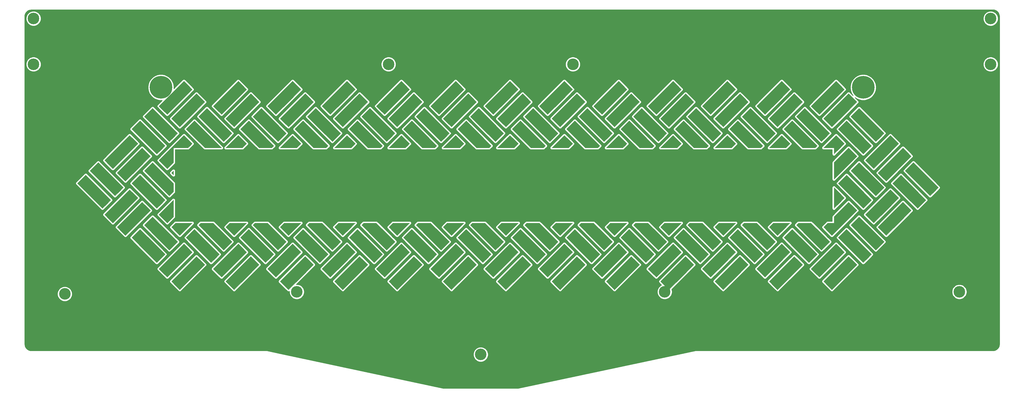
<source format=gbr>
%TF.GenerationSoftware,KiCad,Pcbnew,5.1.7-a382d34a8~88~ubuntu20.04.1*%
%TF.CreationDate,2021-03-29T21:26:23+02:00*%
%TF.ProjectId,basketweave_bottom,6261736b-6574-4776-9561-76655f626f74,rev?*%
%TF.SameCoordinates,Original*%
%TF.FileFunction,Copper,L2,Bot*%
%TF.FilePolarity,Positive*%
%FSLAX46Y46*%
G04 Gerber Fmt 4.6, Leading zero omitted, Abs format (unit mm)*
G04 Created by KiCad (PCBNEW 5.1.7-a382d34a8~88~ubuntu20.04.1) date 2021-03-29 21:26:23*
%MOMM*%
%LPD*%
G01*
G04 APERTURE LIST*
%TA.AperFunction,NonConductor*%
%ADD10C,0.100000*%
%TD*%
%TA.AperFunction,ComponentPad*%
%ADD11C,4.400000*%
%TD*%
%TA.AperFunction,ComponentPad*%
%ADD12C,8.600000*%
%TD*%
%TA.AperFunction,NonConductor*%
%ADD13C,0.254000*%
%TD*%
G04 APERTURE END LIST*
D10*
G36*
X82550000Y-159543750D02*
G01*
X79375000Y-156368750D01*
X80962500Y-154781250D01*
X87312500Y-154781250D01*
X82550000Y-159543750D01*
G37*
X82550000Y-159543750D02*
X79375000Y-156368750D01*
X80962500Y-154781250D01*
X87312500Y-154781250D01*
X82550000Y-159543750D01*
G36*
X370681250Y-141287500D02*
G01*
X367506250Y-144462500D01*
X357981250Y-134937500D01*
X361156250Y-131762500D01*
X370681250Y-141287500D01*
G37*
X370681250Y-141287500D02*
X367506250Y-144462500D01*
X357981250Y-134937500D01*
X361156250Y-131762500D01*
X370681250Y-141287500D01*
G36*
X365918750Y-146050000D02*
G01*
X362743750Y-149225000D01*
X353218750Y-139700000D01*
X356393750Y-136525000D01*
X365918750Y-146050000D01*
G37*
X365918750Y-146050000D02*
X362743750Y-149225000D01*
X353218750Y-139700000D01*
X356393750Y-136525000D01*
X365918750Y-146050000D01*
G36*
X339725000Y-108743750D02*
G01*
X330200000Y-118268750D01*
X327025000Y-115093750D01*
X336550000Y-105568750D01*
X339725000Y-108743750D01*
G37*
X339725000Y-108743750D02*
X330200000Y-118268750D01*
X327025000Y-115093750D01*
X336550000Y-105568750D01*
X339725000Y-108743750D01*
G36*
X350043750Y-120650000D02*
G01*
X346868750Y-123825000D01*
X337343750Y-114300000D01*
X340518750Y-111125000D01*
X350043750Y-120650000D01*
G37*
X350043750Y-120650000D02*
X346868750Y-123825000D01*
X337343750Y-114300000D01*
X340518750Y-111125000D01*
X350043750Y-120650000D01*
G36*
X345281250Y-125412500D02*
G01*
X342106250Y-128587500D01*
X332581250Y-119062500D01*
X335756250Y-115887500D01*
X345281250Y-125412500D01*
G37*
X345281250Y-125412500D02*
X342106250Y-128587500D01*
X332581250Y-119062500D01*
X335756250Y-115887500D01*
X345281250Y-125412500D01*
G36*
X360362500Y-129381250D02*
G01*
X350837500Y-138906250D01*
X347662500Y-135731250D01*
X357187500Y-126206250D01*
X360362500Y-129381250D01*
G37*
X360362500Y-129381250D02*
X350837500Y-138906250D01*
X347662500Y-135731250D01*
X357187500Y-126206250D01*
X360362500Y-129381250D01*
G36*
X355600000Y-124618750D02*
G01*
X346075000Y-134143750D01*
X342900000Y-130968750D01*
X352425000Y-121443750D01*
X355600000Y-124618750D01*
G37*
X355600000Y-124618750D02*
X346075000Y-134143750D01*
X342900000Y-130968750D01*
X352425000Y-121443750D01*
X355600000Y-124618750D01*
G36*
X334962500Y-103981250D02*
G01*
X325437500Y-113506250D01*
X322262500Y-110331250D01*
X331787500Y-100806250D01*
X334962500Y-103981250D01*
G37*
X334962500Y-103981250D02*
X325437500Y-113506250D01*
X322262500Y-110331250D01*
X331787500Y-100806250D01*
X334962500Y-103981250D01*
G36*
X329406250Y-120650000D02*
G01*
X326231250Y-123825000D01*
X316706250Y-114300000D01*
X319881250Y-111125000D01*
X329406250Y-120650000D01*
G37*
X329406250Y-120650000D02*
X326231250Y-123825000D01*
X316706250Y-114300000D01*
X319881250Y-111125000D01*
X329406250Y-120650000D01*
G36*
X324643750Y-125412500D02*
G01*
X323850000Y-126206250D01*
X319087500Y-126206250D01*
X311943750Y-119062500D01*
X315118750Y-115887500D01*
X324643750Y-125412500D01*
G37*
X324643750Y-125412500D02*
X323850000Y-126206250D01*
X319087500Y-126206250D01*
X311943750Y-119062500D01*
X315118750Y-115887500D01*
X324643750Y-125412500D01*
G36*
X350043750Y-141287500D02*
G01*
X346868750Y-144462500D01*
X337343750Y-134937500D01*
X340518750Y-131762500D01*
X350043750Y-141287500D01*
G37*
X350043750Y-141287500D02*
X346868750Y-144462500D01*
X337343750Y-134937500D01*
X340518750Y-131762500D01*
X350043750Y-141287500D01*
G36*
X339725000Y-129381250D02*
G01*
X330993750Y-138112500D01*
X330993750Y-131762500D01*
X336550000Y-126206250D01*
X339725000Y-129381250D01*
G37*
X339725000Y-129381250D02*
X330993750Y-138112500D01*
X330993750Y-131762500D01*
X336550000Y-126206250D01*
X339725000Y-129381250D01*
G36*
X345281250Y-146050000D02*
G01*
X342106250Y-149225000D01*
X332581250Y-139700000D01*
X335756250Y-136525000D01*
X345281250Y-146050000D01*
G37*
X345281250Y-146050000D02*
X342106250Y-149225000D01*
X332581250Y-139700000D01*
X335756250Y-136525000D01*
X345281250Y-146050000D01*
G36*
X334962500Y-124618750D02*
G01*
X330993750Y-128587500D01*
X330993750Y-126206250D01*
X327025000Y-126206250D01*
X331787500Y-121443750D01*
X334962500Y-124618750D01*
G37*
X334962500Y-124618750D02*
X330993750Y-128587500D01*
X330993750Y-126206250D01*
X327025000Y-126206250D01*
X331787500Y-121443750D01*
X334962500Y-124618750D01*
G36*
X355600000Y-145256250D02*
G01*
X346075000Y-154781250D01*
X342900000Y-151606250D01*
X352425000Y-142081250D01*
X355600000Y-145256250D01*
G37*
X355600000Y-145256250D02*
X346075000Y-154781250D01*
X342900000Y-151606250D01*
X352425000Y-142081250D01*
X355600000Y-145256250D01*
G36*
X360362500Y-150018750D02*
G01*
X350837500Y-159543750D01*
X347662500Y-156368750D01*
X357187500Y-146843750D01*
X360362500Y-150018750D01*
G37*
X360362500Y-150018750D02*
X350837500Y-159543750D01*
X347662500Y-156368750D01*
X357187500Y-146843750D01*
X360362500Y-150018750D01*
G36*
X319087500Y-108743750D02*
G01*
X309562500Y-118268750D01*
X306387500Y-115093750D01*
X315912500Y-105568750D01*
X319087500Y-108743750D01*
G37*
X319087500Y-108743750D02*
X309562500Y-118268750D01*
X306387500Y-115093750D01*
X315912500Y-105568750D01*
X319087500Y-108743750D01*
G36*
X314325000Y-103981250D02*
G01*
X304800000Y-113506250D01*
X301625000Y-110331250D01*
X311150000Y-100806250D01*
X314325000Y-103981250D01*
G37*
X314325000Y-103981250D02*
X304800000Y-113506250D01*
X301625000Y-110331250D01*
X311150000Y-100806250D01*
X314325000Y-103981250D01*
G36*
X314325000Y-124618750D02*
G01*
X312737500Y-126206250D01*
X306387500Y-126206250D01*
X311150000Y-121443750D01*
X314325000Y-124618750D01*
G37*
X314325000Y-124618750D02*
X312737500Y-126206250D01*
X306387500Y-126206250D01*
X311150000Y-121443750D01*
X314325000Y-124618750D01*
G36*
X339725000Y-150018750D02*
G01*
X330200000Y-159543750D01*
X327025000Y-156368750D01*
X328612500Y-154781250D01*
X330993750Y-154781250D01*
X330993750Y-152400000D01*
X336550000Y-146843750D01*
X339725000Y-150018750D01*
G37*
X339725000Y-150018750D02*
X330200000Y-159543750D01*
X327025000Y-156368750D01*
X328612500Y-154781250D01*
X330993750Y-154781250D01*
X330993750Y-152400000D01*
X336550000Y-146843750D01*
X339725000Y-150018750D01*
G36*
X334962500Y-145256250D02*
G01*
X330993750Y-149225000D01*
X330993750Y-141287500D01*
X334962500Y-145256250D01*
G37*
X334962500Y-145256250D02*
X330993750Y-149225000D01*
X330993750Y-141287500D01*
X334962500Y-145256250D01*
G36*
X309562500Y-159543750D02*
G01*
X306387500Y-156368750D01*
X307975000Y-154781250D01*
X314325000Y-154781250D01*
X309562500Y-159543750D01*
G37*
X309562500Y-159543750D02*
X306387500Y-156368750D01*
X307975000Y-154781250D01*
X314325000Y-154781250D01*
X309562500Y-159543750D01*
G36*
X288925000Y-159543750D02*
G01*
X285750000Y-156368750D01*
X287337500Y-154781250D01*
X293687500Y-154781250D01*
X288925000Y-159543750D01*
G37*
X288925000Y-159543750D02*
X285750000Y-156368750D01*
X287337500Y-154781250D01*
X293687500Y-154781250D01*
X288925000Y-159543750D01*
G36*
X268287500Y-159543750D02*
G01*
X265112500Y-156368750D01*
X266700000Y-154781250D01*
X273050000Y-154781250D01*
X268287500Y-159543750D01*
G37*
X268287500Y-159543750D02*
X265112500Y-156368750D01*
X266700000Y-154781250D01*
X273050000Y-154781250D01*
X268287500Y-159543750D01*
G36*
X247650000Y-159543750D02*
G01*
X244475000Y-156368750D01*
X246062500Y-154781250D01*
X252412500Y-154781250D01*
X247650000Y-159543750D01*
G37*
X247650000Y-159543750D02*
X244475000Y-156368750D01*
X246062500Y-154781250D01*
X252412500Y-154781250D01*
X247650000Y-159543750D01*
G36*
X227012500Y-159543750D02*
G01*
X223837500Y-156368750D01*
X225425000Y-154781250D01*
X231775000Y-154781250D01*
X227012500Y-159543750D01*
G37*
X227012500Y-159543750D02*
X223837500Y-156368750D01*
X225425000Y-154781250D01*
X231775000Y-154781250D01*
X227012500Y-159543750D01*
G36*
X206375000Y-159543750D02*
G01*
X203200000Y-156368750D01*
X204787500Y-154781250D01*
X211137500Y-154781250D01*
X206375000Y-159543750D01*
G37*
X206375000Y-159543750D02*
X203200000Y-156368750D01*
X204787500Y-154781250D01*
X211137500Y-154781250D01*
X206375000Y-159543750D01*
G36*
X185737500Y-159543750D02*
G01*
X182562500Y-156368750D01*
X184150000Y-154781250D01*
X190500000Y-154781250D01*
X185737500Y-159543750D01*
G37*
X185737500Y-159543750D02*
X182562500Y-156368750D01*
X184150000Y-154781250D01*
X190500000Y-154781250D01*
X185737500Y-159543750D01*
G36*
X165100000Y-159543750D02*
G01*
X161925000Y-156368750D01*
X163512500Y-154781250D01*
X169862500Y-154781250D01*
X165100000Y-159543750D01*
G37*
X165100000Y-159543750D02*
X161925000Y-156368750D01*
X163512500Y-154781250D01*
X169862500Y-154781250D01*
X165100000Y-159543750D01*
G36*
X144462500Y-159543750D02*
G01*
X141287500Y-156368750D01*
X142875000Y-154781250D01*
X149225000Y-154781250D01*
X144462500Y-159543750D01*
G37*
X144462500Y-159543750D02*
X141287500Y-156368750D01*
X142875000Y-154781250D01*
X149225000Y-154781250D01*
X144462500Y-159543750D01*
G36*
X123825000Y-159543750D02*
G01*
X120650000Y-156368750D01*
X122237500Y-154781250D01*
X128587500Y-154781250D01*
X123825000Y-159543750D01*
G37*
X123825000Y-159543750D02*
X120650000Y-156368750D01*
X122237500Y-154781250D01*
X128587500Y-154781250D01*
X123825000Y-159543750D01*
G36*
X314325000Y-165893750D02*
G01*
X304800000Y-175418750D01*
X301625000Y-172243750D01*
X311150000Y-162718750D01*
X314325000Y-165893750D01*
G37*
X314325000Y-165893750D02*
X304800000Y-175418750D01*
X301625000Y-172243750D01*
X311150000Y-162718750D01*
X314325000Y-165893750D01*
G36*
X319087500Y-170656250D02*
G01*
X309562500Y-180181250D01*
X306387500Y-177006250D01*
X315912500Y-167481250D01*
X319087500Y-170656250D01*
G37*
X319087500Y-170656250D02*
X309562500Y-180181250D01*
X306387500Y-177006250D01*
X315912500Y-167481250D01*
X319087500Y-170656250D01*
G36*
X298450000Y-170656250D02*
G01*
X288925000Y-180181250D01*
X285750000Y-177006250D01*
X295275000Y-167481250D01*
X298450000Y-170656250D01*
G37*
X298450000Y-170656250D02*
X288925000Y-180181250D01*
X285750000Y-177006250D01*
X295275000Y-167481250D01*
X298450000Y-170656250D01*
G36*
X288131250Y-161925000D02*
G01*
X284956250Y-165100000D01*
X275431250Y-155575000D01*
X276225000Y-154781250D01*
X280987500Y-154781250D01*
X288131250Y-161925000D01*
G37*
X288131250Y-161925000D02*
X284956250Y-165100000D01*
X275431250Y-155575000D01*
X276225000Y-154781250D01*
X280987500Y-154781250D01*
X288131250Y-161925000D01*
G36*
X283368750Y-166687500D02*
G01*
X280193750Y-169862500D01*
X270668750Y-160337500D01*
X273843750Y-157162500D01*
X283368750Y-166687500D01*
G37*
X283368750Y-166687500D02*
X280193750Y-169862500D01*
X270668750Y-160337500D01*
X273843750Y-157162500D01*
X283368750Y-166687500D01*
G36*
X293687500Y-165893750D02*
G01*
X284162500Y-175418750D01*
X280987500Y-172243750D01*
X290512500Y-162718750D01*
X293687500Y-165893750D01*
G37*
X293687500Y-165893750D02*
X284162500Y-175418750D01*
X280987500Y-172243750D01*
X290512500Y-162718750D01*
X293687500Y-165893750D01*
G36*
X308768750Y-161925000D02*
G01*
X305593750Y-165100000D01*
X296068750Y-155575000D01*
X296862500Y-154781250D01*
X301625000Y-154781250D01*
X308768750Y-161925000D01*
G37*
X308768750Y-161925000D02*
X305593750Y-165100000D01*
X296068750Y-155575000D01*
X296862500Y-154781250D01*
X301625000Y-154781250D01*
X308768750Y-161925000D01*
G36*
X304006250Y-166687500D02*
G01*
X300831250Y-169862500D01*
X291306250Y-160337500D01*
X294481250Y-157162500D01*
X304006250Y-166687500D01*
G37*
X304006250Y-166687500D02*
X300831250Y-169862500D01*
X291306250Y-160337500D01*
X294481250Y-157162500D01*
X304006250Y-166687500D01*
G36*
X329406250Y-161925000D02*
G01*
X326231250Y-165100000D01*
X316706250Y-155575000D01*
X317500000Y-154781250D01*
X322262500Y-154781250D01*
X329406250Y-161925000D01*
G37*
X329406250Y-161925000D02*
X326231250Y-165100000D01*
X316706250Y-155575000D01*
X317500000Y-154781250D01*
X322262500Y-154781250D01*
X329406250Y-161925000D01*
G36*
X339725000Y-170656250D02*
G01*
X330200000Y-180181250D01*
X327025000Y-177006250D01*
X336550000Y-167481250D01*
X339725000Y-170656250D01*
G37*
X339725000Y-170656250D02*
X330200000Y-180181250D01*
X327025000Y-177006250D01*
X336550000Y-167481250D01*
X339725000Y-170656250D01*
G36*
X324643750Y-166687500D02*
G01*
X321468750Y-169862500D01*
X311943750Y-160337500D01*
X315118750Y-157162500D01*
X324643750Y-166687500D01*
G37*
X324643750Y-166687500D02*
X321468750Y-169862500D01*
X311943750Y-160337500D01*
X315118750Y-157162500D01*
X324643750Y-166687500D01*
G36*
X334962500Y-165893750D02*
G01*
X325437500Y-175418750D01*
X322262500Y-172243750D01*
X331787500Y-162718750D01*
X334962500Y-165893750D01*
G37*
X334962500Y-165893750D02*
X325437500Y-175418750D01*
X322262500Y-172243750D01*
X331787500Y-162718750D01*
X334962500Y-165893750D01*
G36*
X350043750Y-161925000D02*
G01*
X346868750Y-165100000D01*
X337343750Y-155575000D01*
X340518750Y-152400000D01*
X350043750Y-161925000D01*
G37*
X350043750Y-161925000D02*
X346868750Y-165100000D01*
X337343750Y-155575000D01*
X340518750Y-152400000D01*
X350043750Y-161925000D01*
G36*
X345281250Y-166687500D02*
G01*
X342106250Y-169862500D01*
X332581250Y-160337500D01*
X335756250Y-157162500D01*
X345281250Y-166687500D01*
G37*
X345281250Y-166687500D02*
X342106250Y-169862500D01*
X332581250Y-160337500D01*
X335756250Y-157162500D01*
X345281250Y-166687500D01*
G36*
X231774999Y-165893750D02*
G01*
X222250000Y-175418750D01*
X219075000Y-172243750D01*
X228599999Y-162718750D01*
X231774999Y-165893750D01*
G37*
X231774999Y-165893750D02*
X222250000Y-175418750D01*
X219075000Y-172243750D01*
X228599999Y-162718750D01*
X231774999Y-165893750D01*
G36*
X236537500Y-170656251D02*
G01*
X227012500Y-180181250D01*
X223837500Y-177006250D01*
X233362499Y-167481250D01*
X236537500Y-170656251D01*
G37*
X236537500Y-170656251D02*
X227012500Y-180181250D01*
X223837500Y-177006250D01*
X233362499Y-167481250D01*
X236537500Y-170656251D01*
G36*
X215900000Y-170656250D02*
G01*
X206375000Y-180181250D01*
X203200000Y-177006250D01*
X212725000Y-167481250D01*
X215900000Y-170656250D01*
G37*
X215900000Y-170656250D02*
X206375000Y-180181250D01*
X203200000Y-177006250D01*
X212725000Y-167481250D01*
X215900000Y-170656250D01*
G36*
X205581250Y-161925000D02*
G01*
X202406250Y-165100000D01*
X192881250Y-155575000D01*
X193675000Y-154781250D01*
X198437500Y-154781250D01*
X205581250Y-161925000D01*
G37*
X205581250Y-161925000D02*
X202406250Y-165100000D01*
X192881250Y-155575000D01*
X193675000Y-154781250D01*
X198437500Y-154781250D01*
X205581250Y-161925000D01*
G36*
X200818750Y-166687500D02*
G01*
X197643750Y-169862500D01*
X188118750Y-160337500D01*
X191293750Y-157162500D01*
X200818750Y-166687500D01*
G37*
X200818750Y-166687500D02*
X197643750Y-169862500D01*
X188118750Y-160337500D01*
X191293750Y-157162500D01*
X200818750Y-166687500D01*
G36*
X211137500Y-165893750D02*
G01*
X201612500Y-175418750D01*
X198437500Y-172243750D01*
X207962500Y-162718750D01*
X211137500Y-165893750D01*
G37*
X211137500Y-165893750D02*
X201612500Y-175418750D01*
X198437500Y-172243750D01*
X207962500Y-162718750D01*
X211137500Y-165893750D01*
G36*
X226218749Y-161925000D02*
G01*
X223043750Y-165100000D01*
X213518750Y-155575000D01*
X214312500Y-154781250D01*
X219075000Y-154781250D01*
X226218749Y-161925000D01*
G37*
X226218749Y-161925000D02*
X223043750Y-165100000D01*
X213518750Y-155575000D01*
X214312500Y-154781250D01*
X219075000Y-154781250D01*
X226218749Y-161925000D01*
G36*
X221456250Y-166687500D02*
G01*
X218281250Y-169862500D01*
X208756250Y-160337500D01*
X211931250Y-157162500D01*
X221456250Y-166687500D01*
G37*
X221456250Y-166687500D02*
X218281250Y-169862500D01*
X208756250Y-160337500D01*
X211931250Y-157162500D01*
X221456250Y-166687500D01*
G36*
X246856251Y-161925000D02*
G01*
X243681250Y-165100001D01*
X234156249Y-155575000D01*
X234950000Y-154781250D01*
X239712500Y-154781250D01*
X246856251Y-161925000D01*
G37*
X246856251Y-161925000D02*
X243681250Y-165100001D01*
X234156249Y-155575000D01*
X234950000Y-154781250D01*
X239712500Y-154781250D01*
X246856251Y-161925000D01*
G36*
X257175000Y-170656250D02*
G01*
X247650000Y-180181250D01*
X244475000Y-177006250D01*
X254000001Y-167481250D01*
X257175000Y-170656250D01*
G37*
X257175000Y-170656250D02*
X247650000Y-180181250D01*
X244475000Y-177006250D01*
X254000001Y-167481250D01*
X257175000Y-170656250D01*
G36*
X242093750Y-166687501D02*
G01*
X238918750Y-169862501D01*
X229393749Y-160337500D01*
X232568749Y-157162500D01*
X242093750Y-166687501D01*
G37*
X242093750Y-166687501D02*
X238918750Y-169862501D01*
X229393749Y-160337500D01*
X232568749Y-157162500D01*
X242093750Y-166687501D01*
G36*
X252412501Y-165893750D02*
G01*
X242887500Y-175418751D01*
X239712500Y-172243751D01*
X249237501Y-162718750D01*
X252412501Y-165893750D01*
G37*
X252412501Y-165893750D02*
X242887500Y-175418751D01*
X239712500Y-172243751D01*
X249237501Y-162718750D01*
X252412501Y-165893750D01*
G36*
X273050000Y-165893750D02*
G01*
X263525000Y-175418750D01*
X260350000Y-172243750D01*
X269875000Y-162718750D01*
X273050000Y-165893750D01*
G37*
X273050000Y-165893750D02*
X263525000Y-175418750D01*
X260350000Y-172243750D01*
X269875000Y-162718750D01*
X273050000Y-165893750D01*
G36*
X277812500Y-170656250D02*
G01*
X268287500Y-180181250D01*
X265112500Y-177006250D01*
X274637500Y-167481250D01*
X277812500Y-170656250D01*
G37*
X277812500Y-170656250D02*
X268287500Y-180181250D01*
X265112500Y-177006250D01*
X274637500Y-167481250D01*
X277812500Y-170656250D01*
G36*
X267493750Y-161925000D02*
G01*
X264318750Y-165100000D01*
X254793751Y-155575000D01*
X255587500Y-154781250D01*
X260350000Y-154781250D01*
X267493750Y-161925000D01*
G37*
X267493750Y-161925000D02*
X264318750Y-165100000D01*
X254793751Y-155575000D01*
X255587500Y-154781250D01*
X260350000Y-154781250D01*
X267493750Y-161925000D01*
G36*
X262731250Y-166687500D02*
G01*
X259556250Y-169862500D01*
X250031251Y-160337500D01*
X253206251Y-157162500D01*
X262731250Y-166687500D01*
G37*
X262731250Y-166687500D02*
X259556250Y-169862500D01*
X250031251Y-160337500D01*
X253206251Y-157162500D01*
X262731250Y-166687500D01*
G36*
X149225000Y-165893750D02*
G01*
X139700000Y-175418750D01*
X136525000Y-172243750D01*
X146050000Y-162718750D01*
X149225000Y-165893750D01*
G37*
X149225000Y-165893750D02*
X139700000Y-175418750D01*
X136525000Y-172243750D01*
X146050000Y-162718750D01*
X149225000Y-165893750D01*
G36*
X153987500Y-170656250D02*
G01*
X144462500Y-180181250D01*
X141287500Y-177006250D01*
X150812500Y-167481250D01*
X153987500Y-170656250D01*
G37*
X153987500Y-170656250D02*
X144462500Y-180181250D01*
X141287500Y-177006250D01*
X150812500Y-167481250D01*
X153987500Y-170656250D01*
G36*
X133350000Y-170656250D02*
G01*
X123825000Y-180181250D01*
X120650000Y-177006250D01*
X130175000Y-167481250D01*
X133350000Y-170656250D01*
G37*
X133350000Y-170656250D02*
X123825000Y-180181250D01*
X120650000Y-177006250D01*
X130175000Y-167481250D01*
X133350000Y-170656250D01*
G36*
X123031250Y-161925000D02*
G01*
X119856250Y-165100000D01*
X110331250Y-155575000D01*
X111125000Y-154781250D01*
X115887500Y-154781250D01*
X123031250Y-161925000D01*
G37*
X123031250Y-161925000D02*
X119856250Y-165100000D01*
X110331250Y-155575000D01*
X111125000Y-154781250D01*
X115887500Y-154781250D01*
X123031250Y-161925000D01*
G36*
X118268750Y-166687500D02*
G01*
X115093750Y-169862500D01*
X105568750Y-160337500D01*
X108743750Y-157162500D01*
X118268750Y-166687500D01*
G37*
X118268750Y-166687500D02*
X115093750Y-169862500D01*
X105568750Y-160337500D01*
X108743750Y-157162500D01*
X118268750Y-166687500D01*
G36*
X128587500Y-165893750D02*
G01*
X119062500Y-175418750D01*
X115887500Y-172243750D01*
X125412500Y-162718750D01*
X128587500Y-165893750D01*
G37*
X128587500Y-165893750D02*
X119062500Y-175418750D01*
X115887500Y-172243750D01*
X125412500Y-162718750D01*
X128587500Y-165893750D01*
G36*
X143668750Y-161925000D02*
G01*
X140493750Y-165100000D01*
X130968750Y-155575000D01*
X131762500Y-154781250D01*
X136525000Y-154781250D01*
X143668750Y-161925000D01*
G37*
X143668750Y-161925000D02*
X140493750Y-165100000D01*
X130968750Y-155575000D01*
X131762500Y-154781250D01*
X136525000Y-154781250D01*
X143668750Y-161925000D01*
G36*
X138906250Y-166687500D02*
G01*
X135731250Y-169862500D01*
X126206250Y-160337500D01*
X129381250Y-157162500D01*
X138906250Y-166687500D01*
G37*
X138906250Y-166687500D02*
X135731250Y-169862500D01*
X126206250Y-160337500D01*
X129381250Y-157162500D01*
X138906250Y-166687500D01*
G36*
X164306250Y-161925000D02*
G01*
X161131250Y-165100000D01*
X151606250Y-155575000D01*
X152400000Y-154781250D01*
X157162500Y-154781250D01*
X164306250Y-161925000D01*
G37*
X164306250Y-161925000D02*
X161131250Y-165100000D01*
X151606250Y-155575000D01*
X152400000Y-154781250D01*
X157162500Y-154781250D01*
X164306250Y-161925000D01*
G36*
X174625000Y-170656250D02*
G01*
X165100000Y-180181250D01*
X161925000Y-177006250D01*
X171450000Y-167481250D01*
X174625000Y-170656250D01*
G37*
X174625000Y-170656250D02*
X165100000Y-180181250D01*
X161925000Y-177006250D01*
X171450000Y-167481250D01*
X174625000Y-170656250D01*
G36*
X159543750Y-166687500D02*
G01*
X156368750Y-169862500D01*
X146843750Y-160337500D01*
X150018750Y-157162500D01*
X159543750Y-166687500D01*
G37*
X159543750Y-166687500D02*
X156368750Y-169862500D01*
X146843750Y-160337500D01*
X150018750Y-157162500D01*
X159543750Y-166687500D01*
G36*
X169862500Y-165893750D02*
G01*
X160337500Y-175418750D01*
X157162500Y-172243750D01*
X166687500Y-162718750D01*
X169862500Y-165893750D01*
G37*
X169862500Y-165893750D02*
X160337500Y-175418750D01*
X157162500Y-172243750D01*
X166687500Y-162718750D01*
X169862500Y-165893750D01*
G36*
X190500000Y-165893750D02*
G01*
X180975000Y-175418750D01*
X177800000Y-172243750D01*
X187325000Y-162718750D01*
X190500000Y-165893750D01*
G37*
X190500000Y-165893750D02*
X180975000Y-175418750D01*
X177800000Y-172243750D01*
X187325000Y-162718750D01*
X190500000Y-165893750D01*
G36*
X195262500Y-170656250D02*
G01*
X185737500Y-180181250D01*
X182562500Y-177006250D01*
X192087500Y-167481250D01*
X195262500Y-170656250D01*
G37*
X195262500Y-170656250D02*
X185737500Y-180181250D01*
X182562500Y-177006250D01*
X192087500Y-167481250D01*
X195262500Y-170656250D01*
G36*
X184943750Y-161925000D02*
G01*
X181768750Y-165100000D01*
X172243750Y-155575000D01*
X173037500Y-154781250D01*
X177800000Y-154781250D01*
X184943750Y-161925000D01*
G37*
X184943750Y-161925000D02*
X181768750Y-165100000D01*
X172243750Y-155575000D01*
X173037500Y-154781250D01*
X177800000Y-154781250D01*
X184943750Y-161925000D01*
G36*
X180181250Y-166687500D02*
G01*
X177006250Y-169862500D01*
X167481250Y-160337500D01*
X170656250Y-157162500D01*
X180181250Y-166687500D01*
G37*
X180181250Y-166687500D02*
X177006250Y-169862500D01*
X167481250Y-160337500D01*
X170656250Y-157162500D01*
X180181250Y-166687500D01*
G36*
X231774999Y-124618750D02*
G01*
X230981249Y-125412500D01*
X230187500Y-126206250D01*
X223837500Y-126206250D01*
X228599999Y-121443750D01*
X231774999Y-124618750D01*
G37*
X231774999Y-124618750D02*
X230981249Y-125412500D01*
X230187500Y-126206250D01*
X223837500Y-126206250D01*
X228599999Y-121443750D01*
X231774999Y-124618750D01*
G36*
X236537500Y-108743749D02*
G01*
X227012499Y-118268750D01*
X223837500Y-115093750D01*
X233362500Y-105568749D01*
X236537500Y-108743749D01*
G37*
X236537500Y-108743749D02*
X227012499Y-118268750D01*
X223837500Y-115093750D01*
X233362500Y-105568749D01*
X236537500Y-108743749D01*
G36*
X211137500Y-103981250D02*
G01*
X201612500Y-113506250D01*
X198437500Y-110331250D01*
X207962500Y-100806250D01*
X211137500Y-103981250D01*
G37*
X211137500Y-103981250D02*
X201612500Y-113506250D01*
X198437500Y-110331250D01*
X207962500Y-100806250D01*
X211137500Y-103981250D01*
G36*
X231775000Y-103981249D02*
G01*
X222250000Y-113506250D01*
X219075000Y-110331250D01*
X228600000Y-100806250D01*
X231775000Y-103981249D01*
G37*
X231775000Y-103981249D02*
X222250000Y-113506250D01*
X219075000Y-110331250D01*
X228600000Y-100806250D01*
X231775000Y-103981249D01*
G36*
X215900000Y-108743750D02*
G01*
X206375000Y-118268750D01*
X203200000Y-115093750D01*
X212725000Y-105568750D01*
X215900000Y-108743750D01*
G37*
X215900000Y-108743750D02*
X206375000Y-118268750D01*
X203200000Y-115093750D01*
X212725000Y-105568750D01*
X215900000Y-108743750D01*
G36*
X205581250Y-120650000D02*
G01*
X202406250Y-123825000D01*
X192881250Y-114300000D01*
X196056250Y-111125000D01*
X205581250Y-120650000D01*
G37*
X205581250Y-120650000D02*
X202406250Y-123825000D01*
X192881250Y-114300000D01*
X196056250Y-111125000D01*
X205581250Y-120650000D01*
G36*
X200818750Y-125412500D02*
G01*
X200025000Y-126206250D01*
X195262500Y-126206250D01*
X188118750Y-119062500D01*
X191293750Y-115887500D01*
X200818750Y-125412500D01*
G37*
X200818750Y-125412500D02*
X200025000Y-126206250D01*
X195262500Y-126206250D01*
X188118750Y-119062500D01*
X191293750Y-115887500D01*
X200818750Y-125412500D01*
G36*
X211137500Y-124618750D02*
G01*
X209550000Y-126206250D01*
X203200000Y-126206250D01*
X207962500Y-121443750D01*
X211137500Y-124618750D01*
G37*
X211137500Y-124618750D02*
X209550000Y-126206250D01*
X203200000Y-126206250D01*
X207962500Y-121443750D01*
X211137500Y-124618750D01*
G36*
X308768750Y-120650000D02*
G01*
X305593750Y-123825000D01*
X296068750Y-114300000D01*
X299243750Y-111125000D01*
X308768750Y-120650000D01*
G37*
X308768750Y-120650000D02*
X305593750Y-123825000D01*
X296068750Y-114300000D01*
X299243750Y-111125000D01*
X308768750Y-120650000D01*
G36*
X304006250Y-125412500D02*
G01*
X303212500Y-126206250D01*
X298450000Y-126206250D01*
X291306250Y-119062500D01*
X294481250Y-115887500D01*
X304006250Y-125412500D01*
G37*
X304006250Y-125412500D02*
X303212500Y-126206250D01*
X298450000Y-126206250D01*
X291306250Y-119062500D01*
X294481250Y-115887500D01*
X304006250Y-125412500D01*
G36*
X226218749Y-120650000D02*
G01*
X223043750Y-123825000D01*
X213518750Y-114300000D01*
X216693750Y-111125000D01*
X226218749Y-120650000D01*
G37*
X226218749Y-120650000D02*
X223043750Y-123825000D01*
X213518750Y-114300000D01*
X216693750Y-111125000D01*
X226218749Y-120650000D01*
G36*
X221456250Y-125412500D02*
G01*
X220662500Y-126206250D01*
X215900000Y-126206250D01*
X208756250Y-119062500D01*
X211931250Y-115887500D01*
X221456250Y-125412500D01*
G37*
X221456250Y-125412500D02*
X220662500Y-126206250D01*
X215900000Y-126206250D01*
X208756250Y-119062500D01*
X211931250Y-115887500D01*
X221456250Y-125412500D01*
G36*
X246856251Y-120650000D02*
G01*
X243681250Y-123825001D01*
X234156249Y-114300000D01*
X237331250Y-111124999D01*
X246856251Y-120650000D01*
G37*
X246856251Y-120650000D02*
X243681250Y-123825001D01*
X234156249Y-114300000D01*
X237331250Y-111124999D01*
X246856251Y-120650000D01*
G36*
X277812500Y-108743750D02*
G01*
X268287500Y-118268750D01*
X265112500Y-115093750D01*
X274637500Y-105568750D01*
X277812500Y-108743750D01*
G37*
X277812500Y-108743750D02*
X268287500Y-118268750D01*
X265112500Y-115093750D01*
X274637500Y-105568750D01*
X277812500Y-108743750D01*
G36*
X293687500Y-103981250D02*
G01*
X284162500Y-113506250D01*
X280987500Y-110331250D01*
X290512500Y-100806250D01*
X293687500Y-103981250D01*
G37*
X293687500Y-103981250D02*
X284162500Y-113506250D01*
X280987500Y-110331250D01*
X290512500Y-100806250D01*
X293687500Y-103981250D01*
G36*
X242093750Y-125412501D02*
G01*
X241300000Y-126206250D01*
X236537500Y-126206251D01*
X229393749Y-119062500D01*
X232568749Y-115887500D01*
X242093750Y-125412501D01*
G37*
X242093750Y-125412501D02*
X241300000Y-126206250D01*
X236537500Y-126206251D01*
X229393749Y-119062500D01*
X232568749Y-115887500D01*
X242093750Y-125412501D01*
G36*
X252412501Y-124618750D02*
G01*
X250825000Y-126206250D01*
X244475000Y-126206250D01*
X249237501Y-121443750D01*
X252412501Y-124618750D01*
G37*
X252412501Y-124618750D02*
X250825000Y-126206250D01*
X244475000Y-126206250D01*
X249237501Y-121443750D01*
X252412501Y-124618750D01*
G36*
X252412500Y-103981249D02*
G01*
X242887500Y-113506249D01*
X239712500Y-110331249D01*
X249237500Y-100806250D01*
X252412500Y-103981249D01*
G37*
X252412500Y-103981249D02*
X242887500Y-113506249D01*
X239712500Y-110331249D01*
X249237500Y-100806250D01*
X252412500Y-103981249D01*
G36*
X273050000Y-103981250D02*
G01*
X263525000Y-113506250D01*
X260350000Y-110331250D01*
X269875000Y-100806250D01*
X273050000Y-103981250D01*
G37*
X273050000Y-103981250D02*
X263525000Y-113506250D01*
X260350000Y-110331250D01*
X269875000Y-100806250D01*
X273050000Y-103981250D01*
G36*
X283368750Y-125412500D02*
G01*
X282575000Y-126206250D01*
X277812500Y-126206250D01*
X270668750Y-119062500D01*
X273843750Y-115887500D01*
X283368750Y-125412500D01*
G37*
X283368750Y-125412500D02*
X282575000Y-126206250D01*
X277812500Y-126206250D01*
X270668750Y-119062500D01*
X273843750Y-115887500D01*
X283368750Y-125412500D01*
G36*
X288131250Y-120650000D02*
G01*
X284956250Y-123825000D01*
X275431250Y-114300000D01*
X278606250Y-111125000D01*
X288131250Y-120650000D01*
G37*
X288131250Y-120650000D02*
X284956250Y-123825000D01*
X275431250Y-114300000D01*
X278606250Y-111125000D01*
X288131250Y-120650000D01*
G36*
X257175000Y-108743750D02*
G01*
X247650001Y-118268750D01*
X244475000Y-115093749D01*
X254000000Y-105568749D01*
X257175000Y-108743750D01*
G37*
X257175000Y-108743750D02*
X247650001Y-118268750D01*
X244475000Y-115093749D01*
X254000000Y-105568749D01*
X257175000Y-108743750D01*
G36*
X298450000Y-108743750D02*
G01*
X288925000Y-118268750D01*
X285750000Y-115093750D01*
X295275000Y-105568750D01*
X298450000Y-108743750D01*
G37*
X298450000Y-108743750D02*
X288925000Y-118268750D01*
X285750000Y-115093750D01*
X295275000Y-105568750D01*
X298450000Y-108743750D01*
G36*
X273050000Y-124618750D02*
G01*
X271462500Y-126206250D01*
X265112500Y-126206250D01*
X269875000Y-121443750D01*
X273050000Y-124618750D01*
G37*
X273050000Y-124618750D02*
X271462500Y-126206250D01*
X265112500Y-126206250D01*
X269875000Y-121443750D01*
X273050000Y-124618750D01*
G36*
X293687500Y-124618750D02*
G01*
X292100000Y-126206250D01*
X285750000Y-126206250D01*
X290512500Y-121443750D01*
X293687500Y-124618750D01*
G37*
X293687500Y-124618750D02*
X292100000Y-126206250D01*
X285750000Y-126206250D01*
X290512500Y-121443750D01*
X293687500Y-124618750D01*
G36*
X267493750Y-120650000D02*
G01*
X264318750Y-123825000D01*
X254793751Y-114300000D01*
X257968750Y-111125000D01*
X267493750Y-120650000D01*
G37*
X267493750Y-120650000D02*
X264318750Y-123825000D01*
X254793751Y-114300000D01*
X257968750Y-111125000D01*
X267493750Y-120650000D01*
G36*
X262731250Y-125412500D02*
G01*
X261937500Y-126206250D01*
X257175001Y-126206250D01*
X250031251Y-119062500D01*
X253206251Y-115887500D01*
X262731250Y-125412500D01*
G37*
X262731250Y-125412500D02*
X261937500Y-126206250D01*
X257175001Y-126206250D01*
X250031251Y-119062500D01*
X253206251Y-115887500D01*
X262731250Y-125412500D01*
G36*
X107950000Y-165893750D02*
G01*
X98425000Y-175418750D01*
X95250000Y-172243750D01*
X104775000Y-162718750D01*
X107950000Y-165893750D01*
G37*
X107950000Y-165893750D02*
X98425000Y-175418750D01*
X95250000Y-172243750D01*
X104775000Y-162718750D01*
X107950000Y-165893750D01*
G36*
X112712500Y-170656250D02*
G01*
X103187500Y-180181250D01*
X100012500Y-177006250D01*
X109537500Y-167481250D01*
X112712500Y-170656250D01*
G37*
X112712500Y-170656250D02*
X103187500Y-180181250D01*
X100012500Y-177006250D01*
X109537500Y-167481250D01*
X112712500Y-170656250D01*
G36*
X103187500Y-159543750D02*
G01*
X100012500Y-156368750D01*
X101600000Y-154781250D01*
X107950000Y-154781250D01*
X103187500Y-159543750D01*
G37*
X103187500Y-159543750D02*
X100012500Y-156368750D01*
X101600000Y-154781250D01*
X107950000Y-154781250D01*
X103187500Y-159543750D01*
G36*
X80168750Y-152400000D02*
G01*
X77787500Y-154781250D01*
X74612500Y-151606250D01*
X80168750Y-146050000D01*
X80168750Y-152400000D01*
G37*
X80168750Y-152400000D02*
X77787500Y-154781250D01*
X74612500Y-151606250D01*
X80168750Y-146050000D01*
X80168750Y-152400000D01*
G36*
X92075000Y-170656250D02*
G01*
X82550000Y-180181250D01*
X79375000Y-177006250D01*
X88900000Y-167481250D01*
X92075000Y-170656250D01*
G37*
X92075000Y-170656250D02*
X82550000Y-180181250D01*
X79375000Y-177006250D01*
X88900000Y-167481250D01*
X92075000Y-170656250D01*
G36*
X87312500Y-165893750D02*
G01*
X77787500Y-175418750D01*
X74612500Y-172243750D01*
X84137500Y-162718750D01*
X87312500Y-165893750D01*
G37*
X87312500Y-165893750D02*
X77787500Y-175418750D01*
X74612500Y-172243750D01*
X84137500Y-162718750D01*
X87312500Y-165893750D01*
G36*
X97631250Y-166687500D02*
G01*
X94456250Y-169862500D01*
X84931250Y-160337500D01*
X88106250Y-157162500D01*
X97631250Y-166687500D01*
G37*
X97631250Y-166687500D02*
X94456250Y-169862500D01*
X84931250Y-160337500D01*
X88106250Y-157162500D01*
X97631250Y-166687500D01*
G36*
X102393750Y-161925000D02*
G01*
X99218750Y-165100000D01*
X89693750Y-155575000D01*
X90487500Y-154781250D01*
X95250000Y-154781250D01*
X102393750Y-161925000D01*
G37*
X102393750Y-161925000D02*
X99218750Y-165100000D01*
X89693750Y-155575000D01*
X90487500Y-154781250D01*
X95250000Y-154781250D01*
X102393750Y-161925000D01*
G36*
X76993750Y-166687500D02*
G01*
X73818750Y-169862500D01*
X64293751Y-160337500D01*
X67468750Y-157162500D01*
X76993750Y-166687500D01*
G37*
X76993750Y-166687500D02*
X73818750Y-169862500D01*
X64293751Y-160337500D01*
X67468750Y-157162500D01*
X76993750Y-166687500D01*
G36*
X81756250Y-161925000D02*
G01*
X78581250Y-165100000D01*
X69056250Y-155575000D01*
X72231250Y-152400000D01*
X81756250Y-161925000D01*
G37*
X81756250Y-161925000D02*
X78581250Y-165100000D01*
X69056250Y-155575000D01*
X72231250Y-152400000D01*
X81756250Y-161925000D01*
G36*
X71437500Y-150018750D02*
G01*
X61912500Y-159543750D01*
X58737500Y-156368750D01*
X68262500Y-146843750D01*
X71437500Y-150018750D01*
G37*
X71437500Y-150018750D02*
X61912500Y-159543750D01*
X58737500Y-156368750D01*
X68262500Y-146843750D01*
X71437500Y-150018750D01*
G36*
X66675000Y-124618750D02*
G01*
X57150000Y-134143750D01*
X53975000Y-130968750D01*
X63500000Y-121443750D01*
X66675000Y-124618750D01*
G37*
X66675000Y-124618750D02*
X57150000Y-134143750D01*
X53975000Y-130968750D01*
X63500000Y-121443750D01*
X66675000Y-124618750D01*
G36*
X71437500Y-129381250D02*
G01*
X61912500Y-138906250D01*
X58737500Y-135731250D01*
X68262500Y-126206250D01*
X71437500Y-129381250D01*
G37*
X71437500Y-129381250D02*
X61912500Y-138906250D01*
X58737500Y-135731250D01*
X68262500Y-126206250D01*
X71437500Y-129381250D01*
G36*
X61118750Y-141287500D02*
G01*
X57943750Y-144462500D01*
X48418750Y-134937500D01*
X51593750Y-131762500D01*
X61118750Y-141287500D01*
G37*
X61118750Y-141287500D02*
X57943750Y-144462500D01*
X48418750Y-134937500D01*
X51593750Y-131762500D01*
X61118750Y-141287500D01*
G36*
X56356250Y-146050000D02*
G01*
X53181250Y-149225000D01*
X43656250Y-139700000D01*
X46831250Y-136525000D01*
X56356250Y-146050000D01*
G37*
X56356250Y-146050000D02*
X53181250Y-149225000D01*
X43656250Y-139700000D01*
X46831250Y-136525000D01*
X56356250Y-146050000D01*
G36*
X66675000Y-145256250D02*
G01*
X57150000Y-154781250D01*
X53975000Y-151606250D01*
X63500000Y-142081250D01*
X66675000Y-145256250D01*
G37*
X66675000Y-145256250D02*
X57150000Y-154781250D01*
X53975000Y-151606250D01*
X63500000Y-142081250D01*
X66675000Y-145256250D01*
G36*
X80168750Y-139700000D02*
G01*
X80168750Y-142875000D01*
X78581250Y-144462500D01*
X69056250Y-134937500D01*
X72231250Y-131762500D01*
X80168750Y-139700000D01*
G37*
X80168750Y-139700000D02*
X80168750Y-142875000D01*
X78581250Y-144462500D01*
X69056250Y-134937500D01*
X72231250Y-131762500D01*
X80168750Y-139700000D01*
G36*
X76993750Y-146050000D02*
G01*
X73818750Y-149225000D01*
X64293750Y-139700000D01*
X67468750Y-136525000D01*
X76993750Y-146050000D01*
G37*
X76993750Y-146050000D02*
X73818750Y-149225000D01*
X64293750Y-139700000D01*
X67468750Y-136525000D01*
X76993750Y-146050000D01*
G36*
X164306250Y-120650000D02*
G01*
X161131250Y-123825000D01*
X151606250Y-114300000D01*
X154781250Y-111125000D01*
X164306250Y-120650000D01*
G37*
X164306250Y-120650000D02*
X161131250Y-123825000D01*
X151606250Y-114300000D01*
X154781250Y-111125000D01*
X164306250Y-120650000D01*
G36*
X195262500Y-108743750D02*
G01*
X185737500Y-118268750D01*
X182562500Y-115093750D01*
X192087500Y-105568750D01*
X195262500Y-108743750D01*
G37*
X195262500Y-108743750D02*
X185737500Y-118268750D01*
X182562500Y-115093750D01*
X192087500Y-105568750D01*
X195262500Y-108743750D01*
G36*
X159543750Y-125412500D02*
G01*
X158750000Y-126206250D01*
X153987500Y-126206250D01*
X146843750Y-119062500D01*
X150018750Y-115887500D01*
X159543750Y-125412500D01*
G37*
X159543750Y-125412500D02*
X158750000Y-126206250D01*
X153987500Y-126206250D01*
X146843750Y-119062500D01*
X150018750Y-115887500D01*
X159543750Y-125412500D01*
G36*
X169862500Y-124618750D02*
G01*
X168275000Y-126206250D01*
X161925000Y-126206250D01*
X166687500Y-121443750D01*
X169862500Y-124618750D01*
G37*
X169862500Y-124618750D02*
X168275000Y-126206250D01*
X161925000Y-126206250D01*
X166687500Y-121443750D01*
X169862500Y-124618750D01*
G36*
X169862500Y-103981250D02*
G01*
X160337500Y-113506250D01*
X157162500Y-110331250D01*
X166687500Y-100806250D01*
X169862500Y-103981250D01*
G37*
X169862500Y-103981250D02*
X160337500Y-113506250D01*
X157162500Y-110331250D01*
X166687500Y-100806250D01*
X169862500Y-103981250D01*
G36*
X190500000Y-103981250D02*
G01*
X180975000Y-113506250D01*
X177800000Y-110331250D01*
X187325000Y-100806250D01*
X190500000Y-103981250D01*
G37*
X190500000Y-103981250D02*
X180975000Y-113506250D01*
X177800000Y-110331250D01*
X187325000Y-100806250D01*
X190500000Y-103981250D01*
G36*
X174625000Y-108743750D02*
G01*
X165100000Y-118268750D01*
X161925000Y-115093750D01*
X171450000Y-105568750D01*
X174625000Y-108743750D01*
G37*
X174625000Y-108743750D02*
X165100000Y-118268750D01*
X161925000Y-115093750D01*
X171450000Y-105568750D01*
X174625000Y-108743750D01*
G36*
X190500000Y-124618750D02*
G01*
X188912500Y-126206250D01*
X182562500Y-126206250D01*
X187325000Y-121443750D01*
X190500000Y-124618750D01*
G37*
X190500000Y-124618750D02*
X188912500Y-126206250D01*
X182562500Y-126206250D01*
X187325000Y-121443750D01*
X190500000Y-124618750D01*
G36*
X184943750Y-120650000D02*
G01*
X181768750Y-123825000D01*
X172243750Y-114300000D01*
X175418750Y-111125000D01*
X184943750Y-120650000D01*
G37*
X184943750Y-120650000D02*
X181768750Y-123825000D01*
X172243750Y-114300000D01*
X175418750Y-111125000D01*
X184943750Y-120650000D01*
G36*
X180181250Y-125412500D02*
G01*
X179387500Y-126206250D01*
X174625000Y-126206250D01*
X167481250Y-119062500D01*
X170656250Y-115887500D01*
X180181250Y-125412500D01*
G37*
X180181250Y-125412500D02*
X179387500Y-126206250D01*
X174625000Y-126206250D01*
X167481250Y-119062500D01*
X170656250Y-115887500D01*
X180181250Y-125412500D01*
G36*
X123031250Y-120650000D02*
G01*
X119856250Y-123825000D01*
X110331250Y-114300000D01*
X113506250Y-111125000D01*
X123031250Y-120650000D01*
G37*
X123031250Y-120650000D02*
X119856250Y-123825000D01*
X110331250Y-114300000D01*
X113506250Y-111125000D01*
X123031250Y-120650000D01*
G36*
X153987500Y-108743750D02*
G01*
X144462500Y-118268750D01*
X141287500Y-115093750D01*
X150812500Y-105568750D01*
X153987500Y-108743750D01*
G37*
X153987500Y-108743750D02*
X144462500Y-118268750D01*
X141287500Y-115093750D01*
X150812500Y-105568750D01*
X153987500Y-108743750D01*
G36*
X118268750Y-125412500D02*
G01*
X117475000Y-126206250D01*
X112712500Y-126206250D01*
X105568750Y-119062500D01*
X108743750Y-115887500D01*
X118268750Y-125412500D01*
G37*
X118268750Y-125412500D02*
X117475000Y-126206250D01*
X112712500Y-126206250D01*
X105568750Y-119062500D01*
X108743750Y-115887500D01*
X118268750Y-125412500D01*
G36*
X128587500Y-124618750D02*
G01*
X127000000Y-126206250D01*
X120650000Y-126206250D01*
X125412500Y-121443750D01*
X128587500Y-124618750D01*
G37*
X128587500Y-124618750D02*
X127000000Y-126206250D01*
X120650000Y-126206250D01*
X125412500Y-121443750D01*
X128587500Y-124618750D01*
G36*
X128587500Y-103981250D02*
G01*
X119062500Y-113506250D01*
X115887500Y-110331250D01*
X125412500Y-100806250D01*
X128587500Y-103981250D01*
G37*
X128587500Y-103981250D02*
X119062500Y-113506250D01*
X115887500Y-110331250D01*
X125412500Y-100806250D01*
X128587500Y-103981250D01*
G36*
X149225000Y-103981250D02*
G01*
X139700000Y-113506250D01*
X136525000Y-110331250D01*
X146050000Y-100806250D01*
X149225000Y-103981250D01*
G37*
X149225000Y-103981250D02*
X139700000Y-113506250D01*
X136525000Y-110331250D01*
X146050000Y-100806250D01*
X149225000Y-103981250D01*
G36*
X133350000Y-108743750D02*
G01*
X123825000Y-118268750D01*
X120650000Y-115093750D01*
X130175000Y-105568750D01*
X133350000Y-108743750D01*
G37*
X133350000Y-108743750D02*
X123825000Y-118268750D01*
X120650000Y-115093750D01*
X130175000Y-105568750D01*
X133350000Y-108743750D01*
G36*
X149225000Y-124618750D02*
G01*
X147637500Y-126206250D01*
X141287500Y-126206250D01*
X146050000Y-121443750D01*
X149225000Y-124618750D01*
G37*
X149225000Y-124618750D02*
X147637500Y-126206250D01*
X141287500Y-126206250D01*
X146050000Y-121443750D01*
X149225000Y-124618750D01*
G36*
X143668750Y-120650000D02*
G01*
X140493750Y-123825000D01*
X130968750Y-114300000D01*
X134143750Y-111125000D01*
X143668750Y-120650000D01*
G37*
X143668750Y-120650000D02*
X140493750Y-123825000D01*
X130968750Y-114300000D01*
X134143750Y-111125000D01*
X143668750Y-120650000D01*
G36*
X138906250Y-125412500D02*
G01*
X138112500Y-126206250D01*
X133350000Y-126206250D01*
X126206250Y-119062500D01*
X129381250Y-115887500D01*
X138906250Y-125412500D01*
G37*
X138906250Y-125412500D02*
X138112500Y-126206250D01*
X133350000Y-126206250D01*
X126206250Y-119062500D01*
X129381250Y-115887500D01*
X138906250Y-125412500D01*
G36*
X81756250Y-120650000D02*
G01*
X78581250Y-123825000D01*
X69056250Y-114300000D01*
X72231250Y-111125000D01*
X81756250Y-120650000D01*
G37*
X81756250Y-120650000D02*
X78581250Y-123825000D01*
X69056250Y-114300000D01*
X72231250Y-111125000D01*
X81756250Y-120650000D01*
G36*
X112712500Y-108743750D02*
G01*
X103187500Y-118268750D01*
X100012500Y-115093750D01*
X109537500Y-105568750D01*
X112712500Y-108743750D01*
G37*
X112712500Y-108743750D02*
X103187500Y-118268750D01*
X100012500Y-115093750D01*
X109537500Y-105568750D01*
X112712500Y-108743750D01*
G36*
X80168750Y-136525000D02*
G01*
X79375000Y-135731250D01*
X80168750Y-134937500D01*
X80168750Y-136525000D01*
G37*
X80168750Y-136525000D02*
X79375000Y-135731250D01*
X80168750Y-134937500D01*
X80168750Y-136525000D01*
G36*
X76993750Y-125412500D02*
G01*
X73818750Y-128587500D01*
X64293750Y-119062500D01*
X67468750Y-115887500D01*
X76993750Y-125412500D01*
G37*
X76993750Y-125412500D02*
X73818750Y-128587500D01*
X64293750Y-119062500D01*
X67468750Y-115887500D01*
X76993750Y-125412500D01*
G36*
X87312500Y-124618750D02*
G01*
X85725000Y-126206250D01*
X80168750Y-126206250D01*
X80168750Y-131762500D01*
X77787500Y-134143750D01*
X74612500Y-130968750D01*
X84137500Y-121443750D01*
X87312500Y-124618750D01*
G37*
X87312500Y-124618750D02*
X85725000Y-126206250D01*
X80168750Y-126206250D01*
X80168750Y-131762500D01*
X77787500Y-134143750D01*
X74612500Y-130968750D01*
X84137500Y-121443750D01*
X87312500Y-124618750D01*
G36*
X87312500Y-103981250D02*
G01*
X77787500Y-113506250D01*
X74612500Y-110331250D01*
X84137500Y-100806250D01*
X87312500Y-103981250D01*
G37*
X87312500Y-103981250D02*
X77787500Y-113506250D01*
X74612500Y-110331250D01*
X84137500Y-100806250D01*
X87312500Y-103981250D01*
G36*
X107950000Y-103981250D02*
G01*
X98425000Y-113506250D01*
X95250000Y-110331250D01*
X104775000Y-100806250D01*
X107950000Y-103981250D01*
G37*
X107950000Y-103981250D02*
X98425000Y-113506250D01*
X95250000Y-110331250D01*
X104775000Y-100806250D01*
X107950000Y-103981250D01*
G36*
X92075000Y-108743750D02*
G01*
X82550000Y-118268750D01*
X79375000Y-115093750D01*
X88900000Y-105568750D01*
X92075000Y-108743750D01*
G37*
X92075000Y-108743750D02*
X82550000Y-118268750D01*
X79375000Y-115093750D01*
X88900000Y-105568750D01*
X92075000Y-108743750D01*
G36*
X107950000Y-124618750D02*
G01*
X106362500Y-126206250D01*
X100012500Y-126206250D01*
X104775000Y-121443750D01*
X107950000Y-124618750D01*
G37*
X107950000Y-124618750D02*
X106362500Y-126206250D01*
X100012500Y-126206250D01*
X104775000Y-121443750D01*
X107950000Y-124618750D01*
G36*
X102393750Y-120650000D02*
G01*
X99218750Y-123825000D01*
X89693750Y-114300000D01*
X92868750Y-111125000D01*
X102393750Y-120650000D01*
G37*
X102393750Y-120650000D02*
X99218750Y-123825000D01*
X89693750Y-114300000D01*
X92868750Y-111125000D01*
X102393750Y-120650000D01*
G36*
X98425000Y-126206250D02*
G01*
X92075000Y-126206250D01*
X84931250Y-119062500D01*
X88106250Y-115887500D01*
X98425000Y-126206250D01*
G37*
X98425000Y-126206250D02*
X92075000Y-126206250D01*
X84931250Y-119062500D01*
X88106250Y-115887500D01*
X98425000Y-126206250D01*
D11*
X378618750Y-180975000D03*
X27021250Y-77023750D03*
D12*
X75406250Y-103187500D03*
D11*
X266700000Y-180975000D03*
X127000000Y-180975000D03*
X27021250Y-94420000D03*
X390491250Y-77023750D03*
X196850000Y-204787500D03*
X161845000Y-94420000D03*
X38893750Y-181768750D03*
X231855000Y-94420000D03*
X390491250Y-94420000D03*
D12*
X342106250Y-103187500D03*
D13*
X391806634Y-73736002D02*
X392275938Y-73877694D01*
X392708775Y-74107837D01*
X393088677Y-74417678D01*
X393401153Y-74795397D01*
X393634319Y-75226627D01*
X393779282Y-75694928D01*
X393833750Y-76213153D01*
X393833751Y-200786462D01*
X393782748Y-201306633D01*
X393641057Y-201775936D01*
X393410911Y-202208778D01*
X393101073Y-202588677D01*
X392723350Y-202901156D01*
X392292123Y-203134319D01*
X391823823Y-203279282D01*
X391305597Y-203333750D01*
X278634582Y-203333750D01*
X278598071Y-203330608D01*
X278537550Y-203337323D01*
X278476867Y-203343300D01*
X278441787Y-203353942D01*
X211068389Y-217621250D01*
X182631972Y-217621250D01*
X121030133Y-204508277D01*
X194015000Y-204508277D01*
X194015000Y-205066723D01*
X194123948Y-205614439D01*
X194337656Y-206130376D01*
X194647912Y-206594707D01*
X195042793Y-206989588D01*
X195507124Y-207299844D01*
X196023061Y-207513552D01*
X196570777Y-207622500D01*
X197129223Y-207622500D01*
X197676939Y-207513552D01*
X198192876Y-207299844D01*
X198657207Y-206989588D01*
X199052088Y-206594707D01*
X199362344Y-206130376D01*
X199576052Y-205614439D01*
X199685000Y-205066723D01*
X199685000Y-204508277D01*
X199576052Y-203960561D01*
X199362344Y-203444624D01*
X199052088Y-202980293D01*
X198657207Y-202585412D01*
X198192876Y-202275156D01*
X197676939Y-202061448D01*
X197129223Y-201952500D01*
X196570777Y-201952500D01*
X196023061Y-202061448D01*
X195507124Y-202275156D01*
X195042793Y-202585412D01*
X194647912Y-202980293D01*
X194337656Y-203444624D01*
X194123948Y-203960561D01*
X194015000Y-204508277D01*
X121030133Y-204508277D01*
X115607797Y-203354043D01*
X115572383Y-203343300D01*
X115512046Y-203337357D01*
X115451877Y-203330617D01*
X115415015Y-203333750D01*
X26226028Y-203333750D01*
X25705867Y-203282748D01*
X25236564Y-203141057D01*
X24803722Y-202910911D01*
X24423823Y-202601073D01*
X24111344Y-202223350D01*
X23878181Y-201792123D01*
X23733218Y-201323823D01*
X23678750Y-200805597D01*
X23678750Y-181489527D01*
X36058750Y-181489527D01*
X36058750Y-182047973D01*
X36167698Y-182595689D01*
X36381406Y-183111626D01*
X36691662Y-183575957D01*
X37086543Y-183970838D01*
X37550874Y-184281094D01*
X38066811Y-184494802D01*
X38614527Y-184603750D01*
X39172973Y-184603750D01*
X39720689Y-184494802D01*
X40236626Y-184281094D01*
X40700957Y-183970838D01*
X41095838Y-183575957D01*
X41406094Y-183111626D01*
X41619802Y-182595689D01*
X41728750Y-182047973D01*
X41728750Y-181489527D01*
X41619802Y-180941811D01*
X41406094Y-180425874D01*
X41095838Y-179961543D01*
X40700957Y-179566662D01*
X40236626Y-179256406D01*
X39720689Y-179042698D01*
X39172973Y-178933750D01*
X38614527Y-178933750D01*
X38066811Y-179042698D01*
X37550874Y-179256406D01*
X37086543Y-179566662D01*
X36691662Y-179961543D01*
X36381406Y-180425874D01*
X36167698Y-180941811D01*
X36058750Y-181489527D01*
X23678750Y-181489527D01*
X23678750Y-177003859D01*
X78690004Y-177003859D01*
X78696075Y-177068088D01*
X78701689Y-177132257D01*
X78702359Y-177134563D01*
X78702585Y-177136954D01*
X78720991Y-177198694D01*
X78738987Y-177260637D01*
X78740094Y-177262772D01*
X78740779Y-177265071D01*
X78770808Y-177322025D01*
X78800510Y-177379327D01*
X78802010Y-177381207D01*
X78803130Y-177383330D01*
X78843691Y-177433420D01*
X78883916Y-177483808D01*
X78887153Y-177487090D01*
X78887262Y-177487225D01*
X78887396Y-177487336D01*
X78890632Y-177490618D01*
X82065632Y-180665618D01*
X82115403Y-180706500D01*
X82164973Y-180747800D01*
X82167083Y-180748951D01*
X82168938Y-180750474D01*
X82225704Y-180780912D01*
X82282349Y-180811796D01*
X82284643Y-180812515D01*
X82286758Y-180813649D01*
X82348334Y-180832475D01*
X82409920Y-180851775D01*
X82412311Y-180852035D01*
X82414605Y-180852736D01*
X82478733Y-180859250D01*
X82542826Y-180866212D01*
X82545216Y-180866003D01*
X82547609Y-180866246D01*
X82611838Y-180860175D01*
X82676007Y-180854561D01*
X82678313Y-180853891D01*
X82680704Y-180853665D01*
X82742444Y-180835259D01*
X82804387Y-180817263D01*
X82806522Y-180816156D01*
X82808821Y-180815471D01*
X82865747Y-180785457D01*
X82923077Y-180755740D01*
X82924958Y-180754238D01*
X82927079Y-180753120D01*
X82977091Y-180712621D01*
X83027558Y-180672334D01*
X83030846Y-180669092D01*
X83030975Y-180668987D01*
X83031082Y-180668859D01*
X83034368Y-180665618D01*
X86696127Y-177003859D01*
X99327504Y-177003859D01*
X99333575Y-177068088D01*
X99339189Y-177132257D01*
X99339859Y-177134563D01*
X99340085Y-177136954D01*
X99358491Y-177198694D01*
X99376487Y-177260637D01*
X99377594Y-177262772D01*
X99378279Y-177265071D01*
X99408308Y-177322025D01*
X99438010Y-177379327D01*
X99439510Y-177381207D01*
X99440630Y-177383330D01*
X99481191Y-177433420D01*
X99521416Y-177483808D01*
X99524653Y-177487090D01*
X99524762Y-177487225D01*
X99524896Y-177487336D01*
X99528132Y-177490618D01*
X102703132Y-180665618D01*
X102752903Y-180706500D01*
X102802473Y-180747800D01*
X102804583Y-180748951D01*
X102806438Y-180750474D01*
X102863204Y-180780912D01*
X102919849Y-180811796D01*
X102922143Y-180812515D01*
X102924258Y-180813649D01*
X102985834Y-180832475D01*
X103047420Y-180851775D01*
X103049811Y-180852035D01*
X103052105Y-180852736D01*
X103116233Y-180859250D01*
X103180326Y-180866212D01*
X103182716Y-180866003D01*
X103185109Y-180866246D01*
X103249338Y-180860175D01*
X103313507Y-180854561D01*
X103315813Y-180853891D01*
X103318204Y-180853665D01*
X103379944Y-180835259D01*
X103441887Y-180817263D01*
X103444022Y-180816156D01*
X103446321Y-180815471D01*
X103503247Y-180785457D01*
X103560577Y-180755740D01*
X103562458Y-180754238D01*
X103564579Y-180753120D01*
X103614591Y-180712621D01*
X103665058Y-180672334D01*
X103668346Y-180669092D01*
X103668475Y-180668987D01*
X103668582Y-180668859D01*
X103671868Y-180665618D01*
X107333627Y-177003859D01*
X119965004Y-177003859D01*
X119971075Y-177068088D01*
X119976689Y-177132257D01*
X119977359Y-177134563D01*
X119977585Y-177136954D01*
X119995991Y-177198694D01*
X120013987Y-177260637D01*
X120015094Y-177262772D01*
X120015779Y-177265071D01*
X120045808Y-177322025D01*
X120075510Y-177379327D01*
X120077010Y-177381207D01*
X120078130Y-177383330D01*
X120118691Y-177433420D01*
X120158916Y-177483808D01*
X120162153Y-177487090D01*
X120162262Y-177487225D01*
X120162396Y-177487336D01*
X120165632Y-177490618D01*
X123340632Y-180665618D01*
X123390403Y-180706500D01*
X123439973Y-180747800D01*
X123442083Y-180748951D01*
X123443938Y-180750474D01*
X123500704Y-180780912D01*
X123557349Y-180811796D01*
X123559643Y-180812515D01*
X123561758Y-180813649D01*
X123623334Y-180832475D01*
X123684920Y-180851775D01*
X123687311Y-180852035D01*
X123689605Y-180852736D01*
X123753733Y-180859250D01*
X123817826Y-180866212D01*
X123820216Y-180866003D01*
X123822609Y-180866246D01*
X123886838Y-180860175D01*
X123951007Y-180854561D01*
X123953313Y-180853891D01*
X123955704Y-180853665D01*
X124017444Y-180835259D01*
X124079387Y-180817263D01*
X124081522Y-180816156D01*
X124083821Y-180815471D01*
X124140747Y-180785457D01*
X124165000Y-180772885D01*
X124165000Y-181254223D01*
X124273948Y-181801939D01*
X124487656Y-182317876D01*
X124797912Y-182782207D01*
X125192793Y-183177088D01*
X125657124Y-183487344D01*
X126173061Y-183701052D01*
X126720777Y-183810000D01*
X127279223Y-183810000D01*
X127826939Y-183701052D01*
X128342876Y-183487344D01*
X128807207Y-183177088D01*
X129202088Y-182782207D01*
X129512344Y-182317876D01*
X129726052Y-181801939D01*
X129835000Y-181254223D01*
X129835000Y-180695777D01*
X129726052Y-180148061D01*
X129512344Y-179632124D01*
X129202088Y-179167793D01*
X128807207Y-178772912D01*
X128342876Y-178462656D01*
X127826939Y-178248948D01*
X127279223Y-178140000D01*
X126834986Y-178140000D01*
X127971127Y-177003859D01*
X140602504Y-177003859D01*
X140608575Y-177068088D01*
X140614189Y-177132257D01*
X140614859Y-177134563D01*
X140615085Y-177136954D01*
X140633491Y-177198694D01*
X140651487Y-177260637D01*
X140652594Y-177262772D01*
X140653279Y-177265071D01*
X140683308Y-177322025D01*
X140713010Y-177379327D01*
X140714510Y-177381207D01*
X140715630Y-177383330D01*
X140756191Y-177433420D01*
X140796416Y-177483808D01*
X140799653Y-177487090D01*
X140799762Y-177487225D01*
X140799896Y-177487336D01*
X140803132Y-177490618D01*
X143978132Y-180665618D01*
X144027903Y-180706500D01*
X144077473Y-180747800D01*
X144079583Y-180748951D01*
X144081438Y-180750474D01*
X144138204Y-180780912D01*
X144194849Y-180811796D01*
X144197143Y-180812515D01*
X144199258Y-180813649D01*
X144260834Y-180832475D01*
X144322420Y-180851775D01*
X144324811Y-180852035D01*
X144327105Y-180852736D01*
X144391233Y-180859250D01*
X144455326Y-180866212D01*
X144457716Y-180866003D01*
X144460109Y-180866246D01*
X144524338Y-180860175D01*
X144588507Y-180854561D01*
X144590813Y-180853891D01*
X144593204Y-180853665D01*
X144654944Y-180835259D01*
X144716887Y-180817263D01*
X144719022Y-180816156D01*
X144721321Y-180815471D01*
X144778247Y-180785457D01*
X144835577Y-180755740D01*
X144837458Y-180754238D01*
X144839579Y-180753120D01*
X144889591Y-180712621D01*
X144940058Y-180672334D01*
X144943346Y-180669092D01*
X144943475Y-180668987D01*
X144943582Y-180668859D01*
X144946868Y-180665618D01*
X148608627Y-177003859D01*
X161240004Y-177003859D01*
X161246075Y-177068088D01*
X161251689Y-177132257D01*
X161252359Y-177134563D01*
X161252585Y-177136954D01*
X161270991Y-177198694D01*
X161288987Y-177260637D01*
X161290094Y-177262772D01*
X161290779Y-177265071D01*
X161320808Y-177322025D01*
X161350510Y-177379327D01*
X161352010Y-177381207D01*
X161353130Y-177383330D01*
X161393691Y-177433420D01*
X161433916Y-177483808D01*
X161437153Y-177487090D01*
X161437262Y-177487225D01*
X161437396Y-177487336D01*
X161440632Y-177490618D01*
X164615632Y-180665618D01*
X164665403Y-180706500D01*
X164714973Y-180747800D01*
X164717083Y-180748951D01*
X164718938Y-180750474D01*
X164775704Y-180780912D01*
X164832349Y-180811796D01*
X164834643Y-180812515D01*
X164836758Y-180813649D01*
X164898334Y-180832475D01*
X164959920Y-180851775D01*
X164962311Y-180852035D01*
X164964605Y-180852736D01*
X165028733Y-180859250D01*
X165092826Y-180866212D01*
X165095216Y-180866003D01*
X165097609Y-180866246D01*
X165161838Y-180860175D01*
X165226007Y-180854561D01*
X165228313Y-180853891D01*
X165230704Y-180853665D01*
X165292444Y-180835259D01*
X165354387Y-180817263D01*
X165356522Y-180816156D01*
X165358821Y-180815471D01*
X165415747Y-180785457D01*
X165473077Y-180755740D01*
X165474958Y-180754238D01*
X165477079Y-180753120D01*
X165527091Y-180712621D01*
X165577558Y-180672334D01*
X165580846Y-180669092D01*
X165580975Y-180668987D01*
X165581082Y-180668859D01*
X165584368Y-180665618D01*
X169246127Y-177003859D01*
X181877504Y-177003859D01*
X181883575Y-177068088D01*
X181889189Y-177132257D01*
X181889859Y-177134563D01*
X181890085Y-177136954D01*
X181908491Y-177198694D01*
X181926487Y-177260637D01*
X181927594Y-177262772D01*
X181928279Y-177265071D01*
X181958308Y-177322025D01*
X181988010Y-177379327D01*
X181989510Y-177381207D01*
X181990630Y-177383330D01*
X182031191Y-177433420D01*
X182071416Y-177483808D01*
X182074653Y-177487090D01*
X182074762Y-177487225D01*
X182074896Y-177487336D01*
X182078132Y-177490618D01*
X185253132Y-180665618D01*
X185302903Y-180706500D01*
X185352473Y-180747800D01*
X185354583Y-180748951D01*
X185356438Y-180750474D01*
X185413204Y-180780912D01*
X185469849Y-180811796D01*
X185472143Y-180812515D01*
X185474258Y-180813649D01*
X185535834Y-180832475D01*
X185597420Y-180851775D01*
X185599811Y-180852035D01*
X185602105Y-180852736D01*
X185666233Y-180859250D01*
X185730326Y-180866212D01*
X185732716Y-180866003D01*
X185735109Y-180866246D01*
X185799338Y-180860175D01*
X185863507Y-180854561D01*
X185865813Y-180853891D01*
X185868204Y-180853665D01*
X185929944Y-180835259D01*
X185991887Y-180817263D01*
X185994022Y-180816156D01*
X185996321Y-180815471D01*
X186053247Y-180785457D01*
X186110577Y-180755740D01*
X186112458Y-180754238D01*
X186114579Y-180753120D01*
X186164591Y-180712621D01*
X186215058Y-180672334D01*
X186218346Y-180669092D01*
X186218475Y-180668987D01*
X186218582Y-180668859D01*
X186221868Y-180665618D01*
X189883627Y-177003859D01*
X202515004Y-177003859D01*
X202521075Y-177068088D01*
X202526689Y-177132257D01*
X202527359Y-177134563D01*
X202527585Y-177136954D01*
X202545991Y-177198694D01*
X202563987Y-177260637D01*
X202565094Y-177262772D01*
X202565779Y-177265071D01*
X202595808Y-177322025D01*
X202625510Y-177379327D01*
X202627010Y-177381207D01*
X202628130Y-177383330D01*
X202668691Y-177433420D01*
X202708916Y-177483808D01*
X202712153Y-177487090D01*
X202712262Y-177487225D01*
X202712396Y-177487336D01*
X202715632Y-177490618D01*
X205890632Y-180665618D01*
X205940403Y-180706500D01*
X205989973Y-180747800D01*
X205992083Y-180748951D01*
X205993938Y-180750474D01*
X206050704Y-180780912D01*
X206107349Y-180811796D01*
X206109643Y-180812515D01*
X206111758Y-180813649D01*
X206173334Y-180832475D01*
X206234920Y-180851775D01*
X206237311Y-180852035D01*
X206239605Y-180852736D01*
X206303733Y-180859250D01*
X206367826Y-180866212D01*
X206370216Y-180866003D01*
X206372609Y-180866246D01*
X206436838Y-180860175D01*
X206501007Y-180854561D01*
X206503313Y-180853891D01*
X206505704Y-180853665D01*
X206567444Y-180835259D01*
X206629387Y-180817263D01*
X206631522Y-180816156D01*
X206633821Y-180815471D01*
X206690747Y-180785457D01*
X206748077Y-180755740D01*
X206749958Y-180754238D01*
X206752079Y-180753120D01*
X206802091Y-180712621D01*
X206852558Y-180672334D01*
X206855846Y-180669092D01*
X206855975Y-180668987D01*
X206856082Y-180668859D01*
X206859368Y-180665618D01*
X210521127Y-177003859D01*
X223152504Y-177003859D01*
X223158575Y-177068088D01*
X223164189Y-177132257D01*
X223164859Y-177134563D01*
X223165085Y-177136954D01*
X223183491Y-177198694D01*
X223201487Y-177260637D01*
X223202594Y-177262772D01*
X223203279Y-177265071D01*
X223233308Y-177322025D01*
X223263010Y-177379327D01*
X223264510Y-177381207D01*
X223265630Y-177383330D01*
X223306158Y-177433378D01*
X223346416Y-177483808D01*
X223349658Y-177487096D01*
X223349763Y-177487225D01*
X223349891Y-177487332D01*
X223353132Y-177490618D01*
X226528132Y-180665618D01*
X226577903Y-180706500D01*
X226627473Y-180747800D01*
X226629583Y-180748951D01*
X226631438Y-180750474D01*
X226688204Y-180780912D01*
X226744849Y-180811796D01*
X226747143Y-180812515D01*
X226749258Y-180813649D01*
X226810834Y-180832475D01*
X226872420Y-180851775D01*
X226874811Y-180852035D01*
X226877105Y-180852736D01*
X226941233Y-180859250D01*
X227005326Y-180866212D01*
X227007716Y-180866003D01*
X227010109Y-180866246D01*
X227074338Y-180860175D01*
X227138507Y-180854561D01*
X227140813Y-180853891D01*
X227143204Y-180853665D01*
X227204944Y-180835259D01*
X227266887Y-180817263D01*
X227269022Y-180816156D01*
X227271321Y-180815471D01*
X227328247Y-180785457D01*
X227385577Y-180755740D01*
X227387458Y-180754238D01*
X227389579Y-180753120D01*
X227439591Y-180712621D01*
X227490058Y-180672334D01*
X227493346Y-180669092D01*
X227493475Y-180668987D01*
X227493582Y-180668859D01*
X227496868Y-180665618D01*
X231158627Y-177003859D01*
X243790004Y-177003859D01*
X243796075Y-177068088D01*
X243801689Y-177132257D01*
X243802359Y-177134563D01*
X243802585Y-177136954D01*
X243820991Y-177198694D01*
X243838987Y-177260637D01*
X243840094Y-177262772D01*
X243840779Y-177265071D01*
X243870836Y-177322080D01*
X243900510Y-177379327D01*
X243902008Y-177381203D01*
X243903129Y-177383330D01*
X243943727Y-177433465D01*
X243983916Y-177483808D01*
X243987153Y-177487090D01*
X243987262Y-177487225D01*
X243987396Y-177487336D01*
X243990632Y-177490618D01*
X247165632Y-180665618D01*
X247215403Y-180706500D01*
X247264973Y-180747800D01*
X247267083Y-180748951D01*
X247268938Y-180750474D01*
X247325704Y-180780912D01*
X247382349Y-180811796D01*
X247384643Y-180812515D01*
X247386758Y-180813649D01*
X247448334Y-180832475D01*
X247509920Y-180851775D01*
X247512311Y-180852035D01*
X247514605Y-180852736D01*
X247578733Y-180859250D01*
X247642826Y-180866212D01*
X247645216Y-180866003D01*
X247647609Y-180866246D01*
X247711838Y-180860175D01*
X247776007Y-180854561D01*
X247778313Y-180853891D01*
X247780704Y-180853665D01*
X247842444Y-180835259D01*
X247904387Y-180817263D01*
X247906522Y-180816156D01*
X247908821Y-180815471D01*
X247965747Y-180785457D01*
X248023077Y-180755740D01*
X248024958Y-180754238D01*
X248027079Y-180753120D01*
X248077091Y-180712621D01*
X248098191Y-180695777D01*
X263865000Y-180695777D01*
X263865000Y-181254223D01*
X263973948Y-181801939D01*
X264187656Y-182317876D01*
X264497912Y-182782207D01*
X264892793Y-183177088D01*
X265357124Y-183487344D01*
X265873061Y-183701052D01*
X266420777Y-183810000D01*
X266979223Y-183810000D01*
X267526939Y-183701052D01*
X268042876Y-183487344D01*
X268507207Y-183177088D01*
X268902088Y-182782207D01*
X269212344Y-182317876D01*
X269426052Y-181801939D01*
X269535000Y-181254223D01*
X269535000Y-180695777D01*
X269426052Y-180148061D01*
X269386035Y-180051451D01*
X272433627Y-177003859D01*
X285065004Y-177003859D01*
X285071075Y-177068088D01*
X285076689Y-177132257D01*
X285077359Y-177134563D01*
X285077585Y-177136954D01*
X285095991Y-177198694D01*
X285113987Y-177260637D01*
X285115094Y-177262772D01*
X285115779Y-177265071D01*
X285145808Y-177322025D01*
X285175510Y-177379327D01*
X285177010Y-177381207D01*
X285178130Y-177383330D01*
X285218691Y-177433420D01*
X285258916Y-177483808D01*
X285262153Y-177487090D01*
X285262262Y-177487225D01*
X285262396Y-177487336D01*
X285265632Y-177490618D01*
X288440632Y-180665618D01*
X288490403Y-180706500D01*
X288539973Y-180747800D01*
X288542083Y-180748951D01*
X288543938Y-180750474D01*
X288600704Y-180780912D01*
X288657349Y-180811796D01*
X288659643Y-180812515D01*
X288661758Y-180813649D01*
X288723334Y-180832475D01*
X288784920Y-180851775D01*
X288787311Y-180852035D01*
X288789605Y-180852736D01*
X288853733Y-180859250D01*
X288917826Y-180866212D01*
X288920216Y-180866003D01*
X288922609Y-180866246D01*
X288986838Y-180860175D01*
X289051007Y-180854561D01*
X289053313Y-180853891D01*
X289055704Y-180853665D01*
X289117444Y-180835259D01*
X289179387Y-180817263D01*
X289181522Y-180816156D01*
X289183821Y-180815471D01*
X289240747Y-180785457D01*
X289298077Y-180755740D01*
X289299958Y-180754238D01*
X289302079Y-180753120D01*
X289352091Y-180712621D01*
X289402558Y-180672334D01*
X289405846Y-180669092D01*
X289405975Y-180668987D01*
X289406082Y-180668859D01*
X289409368Y-180665618D01*
X293071127Y-177003859D01*
X305702504Y-177003859D01*
X305708575Y-177068088D01*
X305714189Y-177132257D01*
X305714859Y-177134563D01*
X305715085Y-177136954D01*
X305733491Y-177198694D01*
X305751487Y-177260637D01*
X305752594Y-177262772D01*
X305753279Y-177265071D01*
X305783308Y-177322025D01*
X305813010Y-177379327D01*
X305814510Y-177381207D01*
X305815630Y-177383330D01*
X305856191Y-177433420D01*
X305896416Y-177483808D01*
X305899653Y-177487090D01*
X305899762Y-177487225D01*
X305899896Y-177487336D01*
X305903132Y-177490618D01*
X309078132Y-180665618D01*
X309127903Y-180706500D01*
X309177473Y-180747800D01*
X309179583Y-180748951D01*
X309181438Y-180750474D01*
X309238204Y-180780912D01*
X309294849Y-180811796D01*
X309297143Y-180812515D01*
X309299258Y-180813649D01*
X309360834Y-180832475D01*
X309422420Y-180851775D01*
X309424811Y-180852035D01*
X309427105Y-180852736D01*
X309491233Y-180859250D01*
X309555326Y-180866212D01*
X309557716Y-180866003D01*
X309560109Y-180866246D01*
X309624338Y-180860175D01*
X309688507Y-180854561D01*
X309690813Y-180853891D01*
X309693204Y-180853665D01*
X309754944Y-180835259D01*
X309816887Y-180817263D01*
X309819022Y-180816156D01*
X309821321Y-180815471D01*
X309878247Y-180785457D01*
X309935577Y-180755740D01*
X309937458Y-180754238D01*
X309939579Y-180753120D01*
X309989591Y-180712621D01*
X310040058Y-180672334D01*
X310043346Y-180669092D01*
X310043475Y-180668987D01*
X310043582Y-180668859D01*
X310046868Y-180665618D01*
X313708627Y-177003859D01*
X326340004Y-177003859D01*
X326346075Y-177068088D01*
X326351689Y-177132257D01*
X326352359Y-177134563D01*
X326352585Y-177136954D01*
X326370991Y-177198694D01*
X326388987Y-177260637D01*
X326390094Y-177262772D01*
X326390779Y-177265071D01*
X326420808Y-177322025D01*
X326450510Y-177379327D01*
X326452010Y-177381207D01*
X326453130Y-177383330D01*
X326493691Y-177433420D01*
X326533916Y-177483808D01*
X326537153Y-177487090D01*
X326537262Y-177487225D01*
X326537396Y-177487336D01*
X326540632Y-177490618D01*
X329715632Y-180665618D01*
X329765403Y-180706500D01*
X329814973Y-180747800D01*
X329817083Y-180748951D01*
X329818938Y-180750474D01*
X329875704Y-180780912D01*
X329932349Y-180811796D01*
X329934643Y-180812515D01*
X329936758Y-180813649D01*
X329998334Y-180832475D01*
X330059920Y-180851775D01*
X330062311Y-180852035D01*
X330064605Y-180852736D01*
X330128733Y-180859250D01*
X330192826Y-180866212D01*
X330195216Y-180866003D01*
X330197609Y-180866246D01*
X330261838Y-180860175D01*
X330326007Y-180854561D01*
X330328313Y-180853891D01*
X330330704Y-180853665D01*
X330392444Y-180835259D01*
X330454387Y-180817263D01*
X330456522Y-180816156D01*
X330458821Y-180815471D01*
X330515747Y-180785457D01*
X330573077Y-180755740D01*
X330574958Y-180754238D01*
X330577079Y-180753120D01*
X330627091Y-180712621D01*
X330648191Y-180695777D01*
X375783750Y-180695777D01*
X375783750Y-181254223D01*
X375892698Y-181801939D01*
X376106406Y-182317876D01*
X376416662Y-182782207D01*
X376811543Y-183177088D01*
X377275874Y-183487344D01*
X377791811Y-183701052D01*
X378339527Y-183810000D01*
X378897973Y-183810000D01*
X379445689Y-183701052D01*
X379961626Y-183487344D01*
X380425957Y-183177088D01*
X380820838Y-182782207D01*
X381131094Y-182317876D01*
X381344802Y-181801939D01*
X381453750Y-181254223D01*
X381453750Y-180695777D01*
X381344802Y-180148061D01*
X381131094Y-179632124D01*
X380820838Y-179167793D01*
X380425957Y-178772912D01*
X379961626Y-178462656D01*
X379445689Y-178248948D01*
X378897973Y-178140000D01*
X378339527Y-178140000D01*
X377791811Y-178248948D01*
X377275874Y-178462656D01*
X376811543Y-178772912D01*
X376416662Y-179167793D01*
X376106406Y-179632124D01*
X375892698Y-180148061D01*
X375783750Y-180695777D01*
X330648191Y-180695777D01*
X330677558Y-180672334D01*
X330680846Y-180669092D01*
X330680975Y-180668987D01*
X330681082Y-180668859D01*
X330684368Y-180665618D01*
X340209368Y-171140618D01*
X340250279Y-171090812D01*
X340291550Y-171041277D01*
X340292701Y-171039167D01*
X340294224Y-171037312D01*
X340324694Y-170980486D01*
X340355546Y-170923900D01*
X340356263Y-170921611D01*
X340357399Y-170919493D01*
X340376224Y-170857919D01*
X340395525Y-170796330D01*
X340395785Y-170793935D01*
X340396485Y-170791646D01*
X340402986Y-170727644D01*
X340409962Y-170663424D01*
X340409753Y-170661029D01*
X340409995Y-170658642D01*
X340403932Y-170594493D01*
X340398311Y-170530243D01*
X340397641Y-170527937D01*
X340397415Y-170525546D01*
X340379009Y-170463806D01*
X340361013Y-170401863D01*
X340359906Y-170399728D01*
X340359221Y-170397429D01*
X340329207Y-170340503D01*
X340299490Y-170283173D01*
X340297988Y-170281292D01*
X340296870Y-170279171D01*
X340256335Y-170229114D01*
X340216083Y-170178692D01*
X340212844Y-170175407D01*
X340212737Y-170175275D01*
X340212606Y-170175166D01*
X340209368Y-170171882D01*
X337034368Y-166996882D01*
X336984562Y-166955971D01*
X336935027Y-166914700D01*
X336932917Y-166913549D01*
X336931062Y-166912026D01*
X336874265Y-166881571D01*
X336817650Y-166850704D01*
X336815359Y-166849986D01*
X336813242Y-166848851D01*
X336751579Y-166829999D01*
X336690080Y-166810726D01*
X336687694Y-166810467D01*
X336685395Y-166809764D01*
X336621190Y-166803242D01*
X336557173Y-166796288D01*
X336554784Y-166796497D01*
X336552391Y-166796254D01*
X336488095Y-166802332D01*
X336423993Y-166807940D01*
X336421692Y-166808609D01*
X336419296Y-166808835D01*
X336357492Y-166827260D01*
X336295613Y-166845237D01*
X336293478Y-166846344D01*
X336291179Y-166847029D01*
X336234166Y-166877088D01*
X336176923Y-166906761D01*
X336175047Y-166908258D01*
X336172920Y-166909380D01*
X336122743Y-166950012D01*
X336072442Y-166990167D01*
X336069163Y-166993400D01*
X336069025Y-166993512D01*
X336068911Y-166993648D01*
X336065632Y-166996882D01*
X326540632Y-176521882D01*
X326499750Y-176571653D01*
X326458450Y-176621223D01*
X326457299Y-176623333D01*
X326455776Y-176625188D01*
X326425338Y-176681954D01*
X326394454Y-176738599D01*
X326393735Y-176740893D01*
X326392601Y-176743008D01*
X326373775Y-176804584D01*
X326354475Y-176866170D01*
X326354215Y-176868561D01*
X326353514Y-176870855D01*
X326347000Y-176934983D01*
X326340038Y-176999076D01*
X326340247Y-177001466D01*
X326340004Y-177003859D01*
X313708627Y-177003859D01*
X318471127Y-172241359D01*
X321577504Y-172241359D01*
X321583575Y-172305588D01*
X321589189Y-172369757D01*
X321589859Y-172372063D01*
X321590085Y-172374454D01*
X321608491Y-172436194D01*
X321626487Y-172498137D01*
X321627594Y-172500272D01*
X321628279Y-172502571D01*
X321658308Y-172559525D01*
X321688010Y-172616827D01*
X321689510Y-172618707D01*
X321690630Y-172620830D01*
X321731191Y-172670920D01*
X321771416Y-172721308D01*
X321774653Y-172724590D01*
X321774762Y-172724725D01*
X321774896Y-172724836D01*
X321778132Y-172728118D01*
X324953132Y-175903118D01*
X325002903Y-175944000D01*
X325052473Y-175985300D01*
X325054583Y-175986451D01*
X325056438Y-175987974D01*
X325113204Y-176018412D01*
X325169849Y-176049296D01*
X325172143Y-176050015D01*
X325174258Y-176051149D01*
X325235834Y-176069975D01*
X325297420Y-176089275D01*
X325299811Y-176089535D01*
X325302105Y-176090236D01*
X325366233Y-176096750D01*
X325430326Y-176103712D01*
X325432716Y-176103503D01*
X325435109Y-176103746D01*
X325499338Y-176097675D01*
X325563507Y-176092061D01*
X325565813Y-176091391D01*
X325568204Y-176091165D01*
X325629944Y-176072759D01*
X325691887Y-176054763D01*
X325694022Y-176053656D01*
X325696321Y-176052971D01*
X325753247Y-176022957D01*
X325810577Y-175993240D01*
X325812458Y-175991738D01*
X325814579Y-175990620D01*
X325864591Y-175950121D01*
X325915058Y-175909834D01*
X325918346Y-175906592D01*
X325918475Y-175906487D01*
X325918582Y-175906359D01*
X325921868Y-175903118D01*
X335446868Y-166378118D01*
X335487779Y-166328312D01*
X335529050Y-166278777D01*
X335530201Y-166276667D01*
X335531724Y-166274812D01*
X335562194Y-166217986D01*
X335593046Y-166161400D01*
X335593763Y-166159111D01*
X335594899Y-166156993D01*
X335613724Y-166095419D01*
X335633025Y-166033830D01*
X335633285Y-166031435D01*
X335633985Y-166029146D01*
X335640486Y-165965144D01*
X335647462Y-165900924D01*
X335647253Y-165898529D01*
X335647495Y-165896142D01*
X335641432Y-165831993D01*
X335635811Y-165767743D01*
X335635141Y-165765437D01*
X335634915Y-165763046D01*
X335616509Y-165701306D01*
X335598513Y-165639363D01*
X335597406Y-165637228D01*
X335596721Y-165634929D01*
X335566707Y-165578003D01*
X335536990Y-165520673D01*
X335535488Y-165518792D01*
X335534370Y-165516671D01*
X335493835Y-165466614D01*
X335453583Y-165416192D01*
X335450344Y-165412907D01*
X335450237Y-165412775D01*
X335450106Y-165412666D01*
X335446868Y-165409382D01*
X332271868Y-162234382D01*
X332222062Y-162193471D01*
X332172527Y-162152200D01*
X332170417Y-162151049D01*
X332168562Y-162149526D01*
X332111765Y-162119071D01*
X332055150Y-162088204D01*
X332052859Y-162087486D01*
X332050742Y-162086351D01*
X331989079Y-162067499D01*
X331927580Y-162048226D01*
X331925194Y-162047967D01*
X331922895Y-162047264D01*
X331858690Y-162040742D01*
X331794673Y-162033788D01*
X331792284Y-162033997D01*
X331789891Y-162033754D01*
X331725595Y-162039832D01*
X331661493Y-162045440D01*
X331659192Y-162046109D01*
X331656796Y-162046335D01*
X331594992Y-162064760D01*
X331533113Y-162082737D01*
X331530978Y-162083844D01*
X331528679Y-162084529D01*
X331471666Y-162114588D01*
X331414423Y-162144261D01*
X331412547Y-162145758D01*
X331410420Y-162146880D01*
X331360243Y-162187512D01*
X331309942Y-162227667D01*
X331306663Y-162230900D01*
X331306525Y-162231012D01*
X331306411Y-162231148D01*
X331303132Y-162234382D01*
X321778132Y-171759382D01*
X321737250Y-171809153D01*
X321695950Y-171858723D01*
X321694799Y-171860833D01*
X321693276Y-171862688D01*
X321662838Y-171919454D01*
X321631954Y-171976099D01*
X321631235Y-171978393D01*
X321630101Y-171980508D01*
X321611275Y-172042084D01*
X321591975Y-172103670D01*
X321591715Y-172106061D01*
X321591014Y-172108355D01*
X321584500Y-172172483D01*
X321577538Y-172236576D01*
X321577747Y-172238966D01*
X321577504Y-172241359D01*
X318471127Y-172241359D01*
X319571868Y-171140618D01*
X319612779Y-171090812D01*
X319654050Y-171041277D01*
X319655201Y-171039167D01*
X319656724Y-171037312D01*
X319687194Y-170980486D01*
X319718046Y-170923900D01*
X319718763Y-170921611D01*
X319719899Y-170919493D01*
X319738724Y-170857919D01*
X319758025Y-170796330D01*
X319758285Y-170793935D01*
X319758985Y-170791646D01*
X319765486Y-170727644D01*
X319772462Y-170663424D01*
X319772253Y-170661029D01*
X319772495Y-170658642D01*
X319766432Y-170594493D01*
X319760811Y-170530243D01*
X319760141Y-170527937D01*
X319759915Y-170525546D01*
X319741509Y-170463806D01*
X319723513Y-170401863D01*
X319722406Y-170399728D01*
X319721721Y-170397429D01*
X319691707Y-170340503D01*
X319661990Y-170283173D01*
X319660488Y-170281292D01*
X319659370Y-170279171D01*
X319618835Y-170229114D01*
X319578583Y-170178692D01*
X319575344Y-170175407D01*
X319575237Y-170175275D01*
X319575106Y-170175166D01*
X319571868Y-170171882D01*
X316396868Y-166996882D01*
X316347062Y-166955971D01*
X316297527Y-166914700D01*
X316295417Y-166913549D01*
X316293562Y-166912026D01*
X316236765Y-166881571D01*
X316180150Y-166850704D01*
X316177859Y-166849986D01*
X316175742Y-166848851D01*
X316114079Y-166829999D01*
X316052580Y-166810726D01*
X316050194Y-166810467D01*
X316047895Y-166809764D01*
X315983690Y-166803242D01*
X315919673Y-166796288D01*
X315917284Y-166796497D01*
X315914891Y-166796254D01*
X315850595Y-166802332D01*
X315786493Y-166807940D01*
X315784192Y-166808609D01*
X315781796Y-166808835D01*
X315719992Y-166827260D01*
X315658113Y-166845237D01*
X315655978Y-166846344D01*
X315653679Y-166847029D01*
X315596666Y-166877088D01*
X315539423Y-166906761D01*
X315537547Y-166908258D01*
X315535420Y-166909380D01*
X315485243Y-166950012D01*
X315434942Y-166990167D01*
X315431663Y-166993400D01*
X315431525Y-166993512D01*
X315431411Y-166993648D01*
X315428132Y-166996882D01*
X305903132Y-176521882D01*
X305862250Y-176571653D01*
X305820950Y-176621223D01*
X305819799Y-176623333D01*
X305818276Y-176625188D01*
X305787838Y-176681954D01*
X305756954Y-176738599D01*
X305756235Y-176740893D01*
X305755101Y-176743008D01*
X305736275Y-176804584D01*
X305716975Y-176866170D01*
X305716715Y-176868561D01*
X305716014Y-176870855D01*
X305709500Y-176934983D01*
X305702538Y-176999076D01*
X305702747Y-177001466D01*
X305702504Y-177003859D01*
X293071127Y-177003859D01*
X297833627Y-172241359D01*
X300940004Y-172241359D01*
X300946075Y-172305588D01*
X300951689Y-172369757D01*
X300952359Y-172372063D01*
X300952585Y-172374454D01*
X300970991Y-172436194D01*
X300988987Y-172498137D01*
X300990094Y-172500272D01*
X300990779Y-172502571D01*
X301020808Y-172559525D01*
X301050510Y-172616827D01*
X301052010Y-172618707D01*
X301053130Y-172620830D01*
X301093691Y-172670920D01*
X301133916Y-172721308D01*
X301137153Y-172724590D01*
X301137262Y-172724725D01*
X301137396Y-172724836D01*
X301140632Y-172728118D01*
X304315632Y-175903118D01*
X304365403Y-175944000D01*
X304414973Y-175985300D01*
X304417083Y-175986451D01*
X304418938Y-175987974D01*
X304475704Y-176018412D01*
X304532349Y-176049296D01*
X304534643Y-176050015D01*
X304536758Y-176051149D01*
X304598334Y-176069975D01*
X304659920Y-176089275D01*
X304662311Y-176089535D01*
X304664605Y-176090236D01*
X304728733Y-176096750D01*
X304792826Y-176103712D01*
X304795216Y-176103503D01*
X304797609Y-176103746D01*
X304861838Y-176097675D01*
X304926007Y-176092061D01*
X304928313Y-176091391D01*
X304930704Y-176091165D01*
X304992444Y-176072759D01*
X305054387Y-176054763D01*
X305056522Y-176053656D01*
X305058821Y-176052971D01*
X305115747Y-176022957D01*
X305173077Y-175993240D01*
X305174958Y-175991738D01*
X305177079Y-175990620D01*
X305227091Y-175950121D01*
X305277558Y-175909834D01*
X305280846Y-175906592D01*
X305280975Y-175906487D01*
X305281082Y-175906359D01*
X305284368Y-175903118D01*
X314809368Y-166378118D01*
X314850279Y-166328312D01*
X314891550Y-166278777D01*
X314892701Y-166276667D01*
X314894224Y-166274812D01*
X314924694Y-166217986D01*
X314955546Y-166161400D01*
X314956263Y-166159111D01*
X314957399Y-166156993D01*
X314976224Y-166095419D01*
X314995525Y-166033830D01*
X314995785Y-166031435D01*
X314996485Y-166029146D01*
X315002986Y-165965144D01*
X315009962Y-165900924D01*
X315009753Y-165898529D01*
X315009995Y-165896142D01*
X315003932Y-165831993D01*
X314998311Y-165767743D01*
X314997641Y-165765437D01*
X314997415Y-165763046D01*
X314979009Y-165701306D01*
X314961013Y-165639363D01*
X314959906Y-165637228D01*
X314959221Y-165634929D01*
X314929207Y-165578003D01*
X314899490Y-165520673D01*
X314897988Y-165518792D01*
X314896870Y-165516671D01*
X314856335Y-165466614D01*
X314816083Y-165416192D01*
X314812844Y-165412907D01*
X314812737Y-165412775D01*
X314812606Y-165412666D01*
X314809368Y-165409382D01*
X311634368Y-162234382D01*
X311584562Y-162193471D01*
X311535027Y-162152200D01*
X311532917Y-162151049D01*
X311531062Y-162149526D01*
X311474265Y-162119071D01*
X311417650Y-162088204D01*
X311415359Y-162087486D01*
X311413242Y-162086351D01*
X311351579Y-162067499D01*
X311290080Y-162048226D01*
X311287694Y-162047967D01*
X311285395Y-162047264D01*
X311221190Y-162040742D01*
X311157173Y-162033788D01*
X311154784Y-162033997D01*
X311152391Y-162033754D01*
X311088095Y-162039832D01*
X311023993Y-162045440D01*
X311021692Y-162046109D01*
X311019296Y-162046335D01*
X310957492Y-162064760D01*
X310895613Y-162082737D01*
X310893478Y-162083844D01*
X310891179Y-162084529D01*
X310834166Y-162114588D01*
X310776923Y-162144261D01*
X310775047Y-162145758D01*
X310772920Y-162146880D01*
X310722743Y-162187512D01*
X310672442Y-162227667D01*
X310669163Y-162230900D01*
X310669025Y-162231012D01*
X310668911Y-162231148D01*
X310665632Y-162234382D01*
X301140632Y-171759382D01*
X301099750Y-171809153D01*
X301058450Y-171858723D01*
X301057299Y-171860833D01*
X301055776Y-171862688D01*
X301025338Y-171919454D01*
X300994454Y-171976099D01*
X300993735Y-171978393D01*
X300992601Y-171980508D01*
X300973775Y-172042084D01*
X300954475Y-172103670D01*
X300954215Y-172106061D01*
X300953514Y-172108355D01*
X300947000Y-172172483D01*
X300940038Y-172236576D01*
X300940247Y-172238966D01*
X300940004Y-172241359D01*
X297833627Y-172241359D01*
X298934368Y-171140618D01*
X298975279Y-171090812D01*
X299016550Y-171041277D01*
X299017701Y-171039167D01*
X299019224Y-171037312D01*
X299049694Y-170980486D01*
X299080546Y-170923900D01*
X299081263Y-170921611D01*
X299082399Y-170919493D01*
X299101224Y-170857919D01*
X299120525Y-170796330D01*
X299120785Y-170793935D01*
X299121485Y-170791646D01*
X299127986Y-170727644D01*
X299134962Y-170663424D01*
X299134753Y-170661029D01*
X299134995Y-170658642D01*
X299128932Y-170594493D01*
X299123311Y-170530243D01*
X299122641Y-170527937D01*
X299122415Y-170525546D01*
X299104009Y-170463806D01*
X299086013Y-170401863D01*
X299084906Y-170399728D01*
X299084221Y-170397429D01*
X299054207Y-170340503D01*
X299024490Y-170283173D01*
X299022988Y-170281292D01*
X299021870Y-170279171D01*
X298981335Y-170229114D01*
X298941083Y-170178692D01*
X298937844Y-170175407D01*
X298937737Y-170175275D01*
X298937606Y-170175166D01*
X298934368Y-170171882D01*
X295759368Y-166996882D01*
X295709562Y-166955971D01*
X295660027Y-166914700D01*
X295657917Y-166913549D01*
X295656062Y-166912026D01*
X295599265Y-166881571D01*
X295542650Y-166850704D01*
X295540359Y-166849986D01*
X295538242Y-166848851D01*
X295476579Y-166829999D01*
X295415080Y-166810726D01*
X295412694Y-166810467D01*
X295410395Y-166809764D01*
X295346190Y-166803242D01*
X295282173Y-166796288D01*
X295279784Y-166796497D01*
X295277391Y-166796254D01*
X295213095Y-166802332D01*
X295148993Y-166807940D01*
X295146692Y-166808609D01*
X295144296Y-166808835D01*
X295082492Y-166827260D01*
X295020613Y-166845237D01*
X295018478Y-166846344D01*
X295016179Y-166847029D01*
X294959166Y-166877088D01*
X294901923Y-166906761D01*
X294900047Y-166908258D01*
X294897920Y-166909380D01*
X294847743Y-166950012D01*
X294797442Y-166990167D01*
X294794163Y-166993400D01*
X294794025Y-166993512D01*
X294793911Y-166993648D01*
X294790632Y-166996882D01*
X285265632Y-176521882D01*
X285224750Y-176571653D01*
X285183450Y-176621223D01*
X285182299Y-176623333D01*
X285180776Y-176625188D01*
X285150338Y-176681954D01*
X285119454Y-176738599D01*
X285118735Y-176740893D01*
X285117601Y-176743008D01*
X285098775Y-176804584D01*
X285079475Y-176866170D01*
X285079215Y-176868561D01*
X285078514Y-176870855D01*
X285072000Y-176934983D01*
X285065038Y-176999076D01*
X285065247Y-177001466D01*
X285065004Y-177003859D01*
X272433627Y-177003859D01*
X277196127Y-172241359D01*
X280302504Y-172241359D01*
X280308575Y-172305588D01*
X280314189Y-172369757D01*
X280314859Y-172372063D01*
X280315085Y-172374454D01*
X280333491Y-172436194D01*
X280351487Y-172498137D01*
X280352594Y-172500272D01*
X280353279Y-172502571D01*
X280383308Y-172559525D01*
X280413010Y-172616827D01*
X280414510Y-172618707D01*
X280415630Y-172620830D01*
X280456191Y-172670920D01*
X280496416Y-172721308D01*
X280499653Y-172724590D01*
X280499762Y-172724725D01*
X280499896Y-172724836D01*
X280503132Y-172728118D01*
X283678132Y-175903118D01*
X283727903Y-175944000D01*
X283777473Y-175985300D01*
X283779583Y-175986451D01*
X283781438Y-175987974D01*
X283838204Y-176018412D01*
X283894849Y-176049296D01*
X283897143Y-176050015D01*
X283899258Y-176051149D01*
X283960834Y-176069975D01*
X284022420Y-176089275D01*
X284024811Y-176089535D01*
X284027105Y-176090236D01*
X284091233Y-176096750D01*
X284155326Y-176103712D01*
X284157716Y-176103503D01*
X284160109Y-176103746D01*
X284224338Y-176097675D01*
X284288507Y-176092061D01*
X284290813Y-176091391D01*
X284293204Y-176091165D01*
X284354944Y-176072759D01*
X284416887Y-176054763D01*
X284419022Y-176053656D01*
X284421321Y-176052971D01*
X284478247Y-176022957D01*
X284535577Y-175993240D01*
X284537458Y-175991738D01*
X284539579Y-175990620D01*
X284589591Y-175950121D01*
X284640058Y-175909834D01*
X284643346Y-175906592D01*
X284643475Y-175906487D01*
X284643582Y-175906359D01*
X284646868Y-175903118D01*
X294171868Y-166378118D01*
X294212779Y-166328312D01*
X294254050Y-166278777D01*
X294255201Y-166276667D01*
X294256724Y-166274812D01*
X294287194Y-166217986D01*
X294318046Y-166161400D01*
X294318763Y-166159111D01*
X294319899Y-166156993D01*
X294338724Y-166095419D01*
X294358025Y-166033830D01*
X294358285Y-166031435D01*
X294358985Y-166029146D01*
X294365486Y-165965144D01*
X294372462Y-165900924D01*
X294372253Y-165898529D01*
X294372495Y-165896142D01*
X294366432Y-165831993D01*
X294360811Y-165767743D01*
X294360141Y-165765437D01*
X294359915Y-165763046D01*
X294341509Y-165701306D01*
X294323513Y-165639363D01*
X294322406Y-165637228D01*
X294321721Y-165634929D01*
X294291707Y-165578003D01*
X294261990Y-165520673D01*
X294260488Y-165518792D01*
X294259370Y-165516671D01*
X294218835Y-165466614D01*
X294178583Y-165416192D01*
X294175344Y-165412907D01*
X294175237Y-165412775D01*
X294175106Y-165412666D01*
X294171868Y-165409382D01*
X290996868Y-162234382D01*
X290947062Y-162193471D01*
X290897527Y-162152200D01*
X290895417Y-162151049D01*
X290893562Y-162149526D01*
X290836765Y-162119071D01*
X290780150Y-162088204D01*
X290777859Y-162087486D01*
X290775742Y-162086351D01*
X290714079Y-162067499D01*
X290652580Y-162048226D01*
X290650194Y-162047967D01*
X290647895Y-162047264D01*
X290583690Y-162040742D01*
X290519673Y-162033788D01*
X290517284Y-162033997D01*
X290514891Y-162033754D01*
X290450595Y-162039832D01*
X290386493Y-162045440D01*
X290384192Y-162046109D01*
X290381796Y-162046335D01*
X290319992Y-162064760D01*
X290258113Y-162082737D01*
X290255978Y-162083844D01*
X290253679Y-162084529D01*
X290196666Y-162114588D01*
X290139423Y-162144261D01*
X290137547Y-162145758D01*
X290135420Y-162146880D01*
X290085243Y-162187512D01*
X290034942Y-162227667D01*
X290031663Y-162230900D01*
X290031525Y-162231012D01*
X290031411Y-162231148D01*
X290028132Y-162234382D01*
X280503132Y-171759382D01*
X280462250Y-171809153D01*
X280420950Y-171858723D01*
X280419799Y-171860833D01*
X280418276Y-171862688D01*
X280387838Y-171919454D01*
X280356954Y-171976099D01*
X280356235Y-171978393D01*
X280355101Y-171980508D01*
X280336275Y-172042084D01*
X280316975Y-172103670D01*
X280316715Y-172106061D01*
X280316014Y-172108355D01*
X280309500Y-172172483D01*
X280302538Y-172236576D01*
X280302747Y-172238966D01*
X280302504Y-172241359D01*
X277196127Y-172241359D01*
X278296868Y-171140618D01*
X278337779Y-171090812D01*
X278379050Y-171041277D01*
X278380201Y-171039167D01*
X278381724Y-171037312D01*
X278412194Y-170980486D01*
X278443046Y-170923900D01*
X278443763Y-170921611D01*
X278444899Y-170919493D01*
X278463724Y-170857919D01*
X278483025Y-170796330D01*
X278483285Y-170793935D01*
X278483985Y-170791646D01*
X278490486Y-170727644D01*
X278497462Y-170663424D01*
X278497253Y-170661029D01*
X278497495Y-170658642D01*
X278491432Y-170594493D01*
X278485811Y-170530243D01*
X278485141Y-170527937D01*
X278484915Y-170525546D01*
X278466509Y-170463806D01*
X278448513Y-170401863D01*
X278447406Y-170399728D01*
X278446721Y-170397429D01*
X278416707Y-170340503D01*
X278386990Y-170283173D01*
X278385488Y-170281292D01*
X278384370Y-170279171D01*
X278343835Y-170229114D01*
X278303583Y-170178692D01*
X278300344Y-170175407D01*
X278300237Y-170175275D01*
X278300106Y-170175166D01*
X278296868Y-170171882D01*
X275121868Y-166996882D01*
X275072062Y-166955971D01*
X275022527Y-166914700D01*
X275020417Y-166913549D01*
X275018562Y-166912026D01*
X274961765Y-166881571D01*
X274905150Y-166850704D01*
X274902859Y-166849986D01*
X274900742Y-166848851D01*
X274839079Y-166829999D01*
X274777580Y-166810726D01*
X274775194Y-166810467D01*
X274772895Y-166809764D01*
X274708690Y-166803242D01*
X274644673Y-166796288D01*
X274642284Y-166796497D01*
X274639891Y-166796254D01*
X274575595Y-166802332D01*
X274511493Y-166807940D01*
X274509192Y-166808609D01*
X274506796Y-166808835D01*
X274444992Y-166827260D01*
X274383113Y-166845237D01*
X274380978Y-166846344D01*
X274378679Y-166847029D01*
X274321666Y-166877088D01*
X274264423Y-166906761D01*
X274262547Y-166908258D01*
X274260420Y-166909380D01*
X274210243Y-166950012D01*
X274159942Y-166990167D01*
X274156663Y-166993400D01*
X274156525Y-166993512D01*
X274156411Y-166993648D01*
X274153132Y-166996882D01*
X264628132Y-176521882D01*
X264587250Y-176571653D01*
X264545950Y-176621223D01*
X264544799Y-176623333D01*
X264543276Y-176625188D01*
X264512838Y-176681954D01*
X264481954Y-176738599D01*
X264481235Y-176740893D01*
X264480101Y-176743008D01*
X264461275Y-176804584D01*
X264441975Y-176866170D01*
X264441715Y-176868561D01*
X264441014Y-176870855D01*
X264434500Y-176934983D01*
X264427538Y-176999076D01*
X264427747Y-177001466D01*
X264427504Y-177003859D01*
X264433575Y-177068088D01*
X264439189Y-177132257D01*
X264439859Y-177134563D01*
X264440085Y-177136954D01*
X264458491Y-177198694D01*
X264476487Y-177260637D01*
X264477594Y-177262772D01*
X264478279Y-177265071D01*
X264508308Y-177322025D01*
X264538010Y-177379327D01*
X264539510Y-177381207D01*
X264540630Y-177383330D01*
X264581191Y-177433420D01*
X264621416Y-177483808D01*
X264624653Y-177487090D01*
X264624762Y-177487225D01*
X264624896Y-177487336D01*
X264628132Y-177490618D01*
X265528983Y-178391469D01*
X265357124Y-178462656D01*
X264892793Y-178772912D01*
X264497912Y-179167793D01*
X264187656Y-179632124D01*
X263973948Y-180148061D01*
X263865000Y-180695777D01*
X248098191Y-180695777D01*
X248127558Y-180672334D01*
X248130846Y-180669092D01*
X248130975Y-180668987D01*
X248131082Y-180668859D01*
X248134368Y-180665618D01*
X256558627Y-172241359D01*
X259665004Y-172241359D01*
X259671075Y-172305588D01*
X259676689Y-172369757D01*
X259677359Y-172372063D01*
X259677585Y-172374454D01*
X259695991Y-172436194D01*
X259713987Y-172498137D01*
X259715094Y-172500272D01*
X259715779Y-172502571D01*
X259745808Y-172559525D01*
X259775510Y-172616827D01*
X259777010Y-172618707D01*
X259778130Y-172620830D01*
X259818691Y-172670920D01*
X259858916Y-172721308D01*
X259862153Y-172724590D01*
X259862262Y-172724725D01*
X259862396Y-172724836D01*
X259865632Y-172728118D01*
X263040632Y-175903118D01*
X263090403Y-175944000D01*
X263139973Y-175985300D01*
X263142083Y-175986451D01*
X263143938Y-175987974D01*
X263200704Y-176018412D01*
X263257349Y-176049296D01*
X263259643Y-176050015D01*
X263261758Y-176051149D01*
X263323334Y-176069975D01*
X263384920Y-176089275D01*
X263387311Y-176089535D01*
X263389605Y-176090236D01*
X263453733Y-176096750D01*
X263517826Y-176103712D01*
X263520216Y-176103503D01*
X263522609Y-176103746D01*
X263586838Y-176097675D01*
X263651007Y-176092061D01*
X263653313Y-176091391D01*
X263655704Y-176091165D01*
X263717444Y-176072759D01*
X263779387Y-176054763D01*
X263781522Y-176053656D01*
X263783821Y-176052971D01*
X263840747Y-176022957D01*
X263898077Y-175993240D01*
X263899958Y-175991738D01*
X263902079Y-175990620D01*
X263952091Y-175950121D01*
X264002558Y-175909834D01*
X264005846Y-175906592D01*
X264005975Y-175906487D01*
X264006082Y-175906359D01*
X264009368Y-175903118D01*
X273534368Y-166378118D01*
X273575279Y-166328312D01*
X273616550Y-166278777D01*
X273617701Y-166276667D01*
X273619224Y-166274812D01*
X273649694Y-166217986D01*
X273680546Y-166161400D01*
X273681263Y-166159111D01*
X273682399Y-166156993D01*
X273701224Y-166095419D01*
X273720525Y-166033830D01*
X273720785Y-166031435D01*
X273721485Y-166029146D01*
X273727986Y-165965144D01*
X273734962Y-165900924D01*
X273734753Y-165898529D01*
X273734995Y-165896142D01*
X273728932Y-165831993D01*
X273723311Y-165767743D01*
X273722641Y-165765437D01*
X273722415Y-165763046D01*
X273704009Y-165701306D01*
X273686013Y-165639363D01*
X273684906Y-165637228D01*
X273684221Y-165634929D01*
X273654207Y-165578003D01*
X273624490Y-165520673D01*
X273622988Y-165518792D01*
X273621870Y-165516671D01*
X273581335Y-165466614D01*
X273541083Y-165416192D01*
X273537844Y-165412907D01*
X273537737Y-165412775D01*
X273537606Y-165412666D01*
X273534368Y-165409382D01*
X270359368Y-162234382D01*
X270309562Y-162193471D01*
X270260027Y-162152200D01*
X270257917Y-162151049D01*
X270256062Y-162149526D01*
X270199265Y-162119071D01*
X270142650Y-162088204D01*
X270140359Y-162087486D01*
X270138242Y-162086351D01*
X270076579Y-162067499D01*
X270015080Y-162048226D01*
X270012694Y-162047967D01*
X270010395Y-162047264D01*
X269946190Y-162040742D01*
X269882173Y-162033788D01*
X269879784Y-162033997D01*
X269877391Y-162033754D01*
X269813095Y-162039832D01*
X269748993Y-162045440D01*
X269746692Y-162046109D01*
X269744296Y-162046335D01*
X269682492Y-162064760D01*
X269620613Y-162082737D01*
X269618478Y-162083844D01*
X269616179Y-162084529D01*
X269559166Y-162114588D01*
X269501923Y-162144261D01*
X269500047Y-162145758D01*
X269497920Y-162146880D01*
X269447743Y-162187512D01*
X269397442Y-162227667D01*
X269394163Y-162230900D01*
X269394025Y-162231012D01*
X269393911Y-162231148D01*
X269390632Y-162234382D01*
X259865632Y-171759382D01*
X259824750Y-171809153D01*
X259783450Y-171858723D01*
X259782299Y-171860833D01*
X259780776Y-171862688D01*
X259750338Y-171919454D01*
X259719454Y-171976099D01*
X259718735Y-171978393D01*
X259717601Y-171980508D01*
X259698775Y-172042084D01*
X259679475Y-172103670D01*
X259679215Y-172106061D01*
X259678514Y-172108355D01*
X259672000Y-172172483D01*
X259665038Y-172236576D01*
X259665247Y-172238966D01*
X259665004Y-172241359D01*
X256558627Y-172241359D01*
X257659368Y-171140618D01*
X257700312Y-171090771D01*
X257741550Y-171041277D01*
X257742701Y-171039167D01*
X257744224Y-171037312D01*
X257774694Y-170980486D01*
X257805546Y-170923900D01*
X257806263Y-170921611D01*
X257807399Y-170919493D01*
X257826244Y-170857852D01*
X257845524Y-170796330D01*
X257845784Y-170793940D01*
X257846485Y-170791646D01*
X257852994Y-170727568D01*
X257859962Y-170663423D01*
X257859753Y-170661029D01*
X257859995Y-170658642D01*
X257853925Y-170594425D01*
X257848310Y-170530243D01*
X257847641Y-170527942D01*
X257847415Y-170525546D01*
X257828990Y-170463742D01*
X257811013Y-170401863D01*
X257809906Y-170399728D01*
X257809221Y-170397429D01*
X257779176Y-170340445D01*
X257749489Y-170283173D01*
X257747990Y-170281295D01*
X257746870Y-170279171D01*
X257706301Y-170229072D01*
X257666083Y-170178692D01*
X257662844Y-170175407D01*
X257662737Y-170175275D01*
X257662606Y-170175166D01*
X257659368Y-170171882D01*
X254484369Y-166996882D01*
X254434634Y-166956030D01*
X254385029Y-166914700D01*
X254382916Y-166913548D01*
X254381063Y-166912026D01*
X254324298Y-166881588D01*
X254267652Y-166850704D01*
X254265360Y-166849986D01*
X254263244Y-166848851D01*
X254201646Y-166830019D01*
X254140081Y-166810725D01*
X254137690Y-166810465D01*
X254135396Y-166809764D01*
X254071261Y-166803249D01*
X254007175Y-166796288D01*
X254004786Y-166796497D01*
X254002393Y-166796254D01*
X253938170Y-166802325D01*
X253873994Y-166807939D01*
X253871688Y-166808609D01*
X253869297Y-166808835D01*
X253807557Y-166827241D01*
X253745614Y-166845237D01*
X253743479Y-166846344D01*
X253741180Y-166847029D01*
X253684200Y-166877071D01*
X253626924Y-166906760D01*
X253625046Y-166908259D01*
X253622922Y-166909379D01*
X253572823Y-166949948D01*
X253522443Y-166990166D01*
X253519161Y-166993403D01*
X253519026Y-166993512D01*
X253518915Y-166993646D01*
X253515633Y-166996882D01*
X243990632Y-176521882D01*
X243949750Y-176571653D01*
X243908450Y-176621223D01*
X243907299Y-176623333D01*
X243905776Y-176625188D01*
X243875338Y-176681954D01*
X243844454Y-176738599D01*
X243843735Y-176740893D01*
X243842601Y-176743008D01*
X243823775Y-176804584D01*
X243804475Y-176866170D01*
X243804215Y-176868561D01*
X243803514Y-176870855D01*
X243797000Y-176934983D01*
X243790038Y-176999076D01*
X243790247Y-177001466D01*
X243790004Y-177003859D01*
X231158627Y-177003859D01*
X235921127Y-172241360D01*
X239027504Y-172241360D01*
X239033575Y-172305589D01*
X239039189Y-172369758D01*
X239039859Y-172372064D01*
X239040085Y-172374455D01*
X239058491Y-172436195D01*
X239076487Y-172498138D01*
X239077594Y-172500273D01*
X239078279Y-172502572D01*
X239108308Y-172559526D01*
X239138010Y-172616828D01*
X239139510Y-172618708D01*
X239140630Y-172620831D01*
X239181191Y-172670921D01*
X239221416Y-172721309D01*
X239224653Y-172724591D01*
X239224762Y-172724726D01*
X239224896Y-172724837D01*
X239228132Y-172728119D01*
X242403132Y-175903119D01*
X242452903Y-175944001D01*
X242502473Y-175985301D01*
X242504583Y-175986452D01*
X242506438Y-175987975D01*
X242563204Y-176018413D01*
X242619849Y-176049297D01*
X242622143Y-176050016D01*
X242624258Y-176051150D01*
X242685834Y-176069976D01*
X242747420Y-176089276D01*
X242749811Y-176089536D01*
X242752105Y-176090237D01*
X242816233Y-176096751D01*
X242880326Y-176103713D01*
X242882716Y-176103504D01*
X242885109Y-176103747D01*
X242949338Y-176097676D01*
X243013507Y-176092062D01*
X243015813Y-176091392D01*
X243018204Y-176091166D01*
X243079944Y-176072760D01*
X243141887Y-176054764D01*
X243144022Y-176053657D01*
X243146321Y-176052972D01*
X243203247Y-176022958D01*
X243260577Y-175993241D01*
X243262458Y-175991739D01*
X243264579Y-175990621D01*
X243314591Y-175950122D01*
X243365058Y-175909835D01*
X243368346Y-175906593D01*
X243368475Y-175906488D01*
X243368582Y-175906360D01*
X243371868Y-175903119D01*
X252896869Y-166378118D01*
X252937814Y-166328271D01*
X252979051Y-166278777D01*
X252980200Y-166276670D01*
X252981726Y-166274812D01*
X253012211Y-166217957D01*
X253043047Y-166161400D01*
X253043765Y-166159109D01*
X253044900Y-166156992D01*
X253063732Y-166095396D01*
X253083026Y-166033830D01*
X253083286Y-166031439D01*
X253083987Y-166029145D01*
X253090501Y-165965017D01*
X253097463Y-165900924D01*
X253097254Y-165898534D01*
X253097497Y-165896141D01*
X253091425Y-165831906D01*
X253085812Y-165767743D01*
X253085142Y-165765437D01*
X253084916Y-165763045D01*
X253066504Y-165701285D01*
X253048514Y-165639363D01*
X253047407Y-165637228D01*
X253046722Y-165634929D01*
X253016665Y-165577920D01*
X252986991Y-165520673D01*
X252985493Y-165518797D01*
X252984372Y-165516670D01*
X252943737Y-165466490D01*
X252903584Y-165416192D01*
X252900351Y-165412913D01*
X252900239Y-165412775D01*
X252900103Y-165412661D01*
X252896869Y-165409382D01*
X249721869Y-162234382D01*
X249672178Y-162193566D01*
X249622529Y-162152199D01*
X249620412Y-162151045D01*
X249618563Y-162149526D01*
X249561880Y-162119133D01*
X249505152Y-162088204D01*
X249502858Y-162087485D01*
X249500743Y-162086351D01*
X249439167Y-162067525D01*
X249377581Y-162048225D01*
X249375190Y-162047965D01*
X249372896Y-162047264D01*
X249308841Y-162040758D01*
X249244675Y-162033787D01*
X249242280Y-162033997D01*
X249239892Y-162033754D01*
X249175732Y-162039819D01*
X249111494Y-162045439D01*
X249109188Y-162046109D01*
X249106797Y-162046335D01*
X249045057Y-162064741D01*
X248983114Y-162082737D01*
X248980979Y-162083844D01*
X248978680Y-162084529D01*
X248921726Y-162114558D01*
X248864424Y-162144260D01*
X248862544Y-162145760D01*
X248860421Y-162146880D01*
X248810331Y-162187441D01*
X248759943Y-162227666D01*
X248756661Y-162230903D01*
X248756526Y-162231012D01*
X248756415Y-162231146D01*
X248753133Y-162234382D01*
X239228132Y-171759383D01*
X239187250Y-171809154D01*
X239145950Y-171858724D01*
X239144799Y-171860834D01*
X239143276Y-171862689D01*
X239112838Y-171919455D01*
X239081954Y-171976100D01*
X239081235Y-171978394D01*
X239080101Y-171980509D01*
X239061275Y-172042085D01*
X239041975Y-172103671D01*
X239041715Y-172106062D01*
X239041014Y-172108356D01*
X239034500Y-172172484D01*
X239027538Y-172236577D01*
X239027747Y-172238967D01*
X239027504Y-172241360D01*
X235921127Y-172241360D01*
X237021868Y-171140620D01*
X237062842Y-171090736D01*
X237104050Y-171041278D01*
X237105201Y-171039168D01*
X237106724Y-171037313D01*
X237137165Y-170980541D01*
X237168046Y-170923901D01*
X237168765Y-170921608D01*
X237169898Y-170919494D01*
X237188723Y-170857920D01*
X237208024Y-170796331D01*
X237208284Y-170793941D01*
X237208985Y-170791647D01*
X237215494Y-170727569D01*
X237222462Y-170663424D01*
X237222253Y-170661030D01*
X237222495Y-170658643D01*
X237216431Y-170594495D01*
X237210810Y-170530244D01*
X237210140Y-170527938D01*
X237209914Y-170525547D01*
X237191516Y-170463831D01*
X237173513Y-170401863D01*
X237172406Y-170399727D01*
X237171721Y-170397430D01*
X237141707Y-170340504D01*
X237111989Y-170283173D01*
X237110488Y-170281293D01*
X237109370Y-170279172D01*
X237068855Y-170229140D01*
X237028583Y-170178693D01*
X237025340Y-170175404D01*
X237025237Y-170175277D01*
X237025112Y-170175173D01*
X237021868Y-170171883D01*
X233846867Y-166996882D01*
X233797020Y-166955938D01*
X233747526Y-166914700D01*
X233745416Y-166913549D01*
X233743561Y-166912026D01*
X233686764Y-166881571D01*
X233630149Y-166850704D01*
X233627858Y-166849986D01*
X233625741Y-166848851D01*
X233564078Y-166829999D01*
X233502579Y-166810726D01*
X233500193Y-166810467D01*
X233497894Y-166809764D01*
X233433689Y-166803242D01*
X233369672Y-166796288D01*
X233367283Y-166796497D01*
X233364890Y-166796254D01*
X233300600Y-166802331D01*
X233236491Y-166807940D01*
X233234189Y-166808609D01*
X233231795Y-166808835D01*
X233170029Y-166827248D01*
X233108111Y-166845237D01*
X233105975Y-166846344D01*
X233103678Y-166847029D01*
X233046724Y-166877058D01*
X232989421Y-166906761D01*
X232987543Y-166908260D01*
X232985419Y-166909380D01*
X232935276Y-166949985D01*
X232884941Y-166990167D01*
X232881659Y-166993402D01*
X232881524Y-166993512D01*
X232881413Y-166993645D01*
X232878130Y-166996882D01*
X223353132Y-176521882D01*
X223312215Y-176571694D01*
X223270950Y-176621223D01*
X223269801Y-176623330D01*
X223268275Y-176625188D01*
X223237807Y-176682011D01*
X223206954Y-176738599D01*
X223206235Y-176740893D01*
X223205101Y-176743008D01*
X223186275Y-176804584D01*
X223166975Y-176866170D01*
X223166715Y-176868561D01*
X223166014Y-176870855D01*
X223159500Y-176934983D01*
X223152538Y-176999076D01*
X223152747Y-177001466D01*
X223152504Y-177003859D01*
X210521127Y-177003859D01*
X215283627Y-172241359D01*
X218390004Y-172241359D01*
X218396075Y-172305588D01*
X218401689Y-172369757D01*
X218402359Y-172372063D01*
X218402585Y-172374454D01*
X218420991Y-172436194D01*
X218438987Y-172498137D01*
X218440094Y-172500272D01*
X218440779Y-172502571D01*
X218470808Y-172559525D01*
X218500510Y-172616827D01*
X218502010Y-172618707D01*
X218503130Y-172620830D01*
X218543658Y-172670878D01*
X218583916Y-172721308D01*
X218587158Y-172724596D01*
X218587263Y-172724725D01*
X218587391Y-172724832D01*
X218590632Y-172728118D01*
X221765632Y-175903118D01*
X221815438Y-175944029D01*
X221864973Y-175985300D01*
X221867083Y-175986451D01*
X221868938Y-175987974D01*
X221925735Y-176018429D01*
X221982350Y-176049296D01*
X221984641Y-176050014D01*
X221986758Y-176051149D01*
X222048354Y-176069981D01*
X222109920Y-176089275D01*
X222112311Y-176089535D01*
X222114605Y-176090236D01*
X222178733Y-176096750D01*
X222242826Y-176103712D01*
X222245216Y-176103503D01*
X222247609Y-176103746D01*
X222311838Y-176097675D01*
X222376007Y-176092061D01*
X222378313Y-176091391D01*
X222380704Y-176091165D01*
X222442444Y-176072759D01*
X222504387Y-176054763D01*
X222506522Y-176053656D01*
X222508821Y-176052971D01*
X222565747Y-176022957D01*
X222623077Y-175993240D01*
X222624958Y-175991738D01*
X222627079Y-175990620D01*
X222677091Y-175950121D01*
X222727558Y-175909834D01*
X222730846Y-175906592D01*
X222730975Y-175906487D01*
X222731082Y-175906359D01*
X222734368Y-175903118D01*
X232259367Y-166378118D01*
X232300278Y-166328312D01*
X232341549Y-166278777D01*
X232342700Y-166276667D01*
X232344223Y-166274812D01*
X232374693Y-166217986D01*
X232405545Y-166161400D01*
X232406262Y-166159111D01*
X232407398Y-166156993D01*
X232426223Y-166095419D01*
X232445524Y-166033830D01*
X232445784Y-166031435D01*
X232446484Y-166029146D01*
X232452985Y-165965144D01*
X232459961Y-165900924D01*
X232459752Y-165898529D01*
X232459994Y-165896142D01*
X232453937Y-165832061D01*
X232448310Y-165767743D01*
X232447639Y-165765432D01*
X232447413Y-165763046D01*
X232429028Y-165701374D01*
X232411012Y-165639363D01*
X232409905Y-165637228D01*
X232409220Y-165634929D01*
X232379206Y-165578003D01*
X232349489Y-165520673D01*
X232347987Y-165518792D01*
X232346869Y-165516671D01*
X232306361Y-165466648D01*
X232266082Y-165416192D01*
X232262839Y-165412903D01*
X232262736Y-165412776D01*
X232262611Y-165412672D01*
X232259367Y-165409382D01*
X229084367Y-162234382D01*
X229034520Y-162193438D01*
X228985026Y-162152200D01*
X228982916Y-162151049D01*
X228981061Y-162149526D01*
X228924264Y-162119071D01*
X228867649Y-162088204D01*
X228865358Y-162087486D01*
X228863241Y-162086351D01*
X228801578Y-162067499D01*
X228740079Y-162048226D01*
X228737693Y-162047967D01*
X228735394Y-162047264D01*
X228671189Y-162040742D01*
X228607172Y-162033788D01*
X228604783Y-162033997D01*
X228602390Y-162033754D01*
X228538100Y-162039831D01*
X228473991Y-162045440D01*
X228471689Y-162046109D01*
X228469295Y-162046335D01*
X228407529Y-162064748D01*
X228345611Y-162082737D01*
X228343475Y-162083844D01*
X228341178Y-162084529D01*
X228284224Y-162114558D01*
X228226921Y-162144261D01*
X228225043Y-162145760D01*
X228222919Y-162146880D01*
X228172776Y-162187485D01*
X228122441Y-162227667D01*
X228119159Y-162230902D01*
X228119024Y-162231012D01*
X228118913Y-162231145D01*
X228115630Y-162234382D01*
X218590632Y-171759382D01*
X218549715Y-171809194D01*
X218508450Y-171858723D01*
X218507301Y-171860830D01*
X218505775Y-171862688D01*
X218475307Y-171919511D01*
X218444454Y-171976099D01*
X218443735Y-171978393D01*
X218442601Y-171980508D01*
X218423775Y-172042084D01*
X218404475Y-172103670D01*
X218404215Y-172106061D01*
X218403514Y-172108355D01*
X218397000Y-172172483D01*
X218390038Y-172236576D01*
X218390247Y-172238966D01*
X218390004Y-172241359D01*
X215283627Y-172241359D01*
X216384368Y-171140618D01*
X216425279Y-171090812D01*
X216466550Y-171041277D01*
X216467701Y-171039167D01*
X216469224Y-171037312D01*
X216499694Y-170980486D01*
X216530546Y-170923900D01*
X216531263Y-170921611D01*
X216532399Y-170919493D01*
X216551224Y-170857919D01*
X216570525Y-170796330D01*
X216570785Y-170793935D01*
X216571485Y-170791646D01*
X216577986Y-170727644D01*
X216584962Y-170663424D01*
X216584753Y-170661029D01*
X216584995Y-170658642D01*
X216578932Y-170594493D01*
X216573311Y-170530243D01*
X216572641Y-170527937D01*
X216572415Y-170525546D01*
X216554009Y-170463806D01*
X216536013Y-170401863D01*
X216534906Y-170399728D01*
X216534221Y-170397429D01*
X216504207Y-170340503D01*
X216474490Y-170283173D01*
X216472988Y-170281292D01*
X216471870Y-170279171D01*
X216431335Y-170229114D01*
X216391083Y-170178692D01*
X216387844Y-170175407D01*
X216387737Y-170175275D01*
X216387606Y-170175166D01*
X216384368Y-170171882D01*
X213209368Y-166996882D01*
X213159562Y-166955971D01*
X213110027Y-166914700D01*
X213107917Y-166913549D01*
X213106062Y-166912026D01*
X213049265Y-166881571D01*
X212992650Y-166850704D01*
X212990359Y-166849986D01*
X212988242Y-166848851D01*
X212926579Y-166829999D01*
X212865080Y-166810726D01*
X212862694Y-166810467D01*
X212860395Y-166809764D01*
X212796190Y-166803242D01*
X212732173Y-166796288D01*
X212729784Y-166796497D01*
X212727391Y-166796254D01*
X212663095Y-166802332D01*
X212598993Y-166807940D01*
X212596692Y-166808609D01*
X212594296Y-166808835D01*
X212532492Y-166827260D01*
X212470613Y-166845237D01*
X212468478Y-166846344D01*
X212466179Y-166847029D01*
X212409166Y-166877088D01*
X212351923Y-166906761D01*
X212350047Y-166908258D01*
X212347920Y-166909380D01*
X212297743Y-166950012D01*
X212247442Y-166990167D01*
X212244163Y-166993400D01*
X212244025Y-166993512D01*
X212243911Y-166993648D01*
X212240632Y-166996882D01*
X202715632Y-176521882D01*
X202674750Y-176571653D01*
X202633450Y-176621223D01*
X202632299Y-176623333D01*
X202630776Y-176625188D01*
X202600338Y-176681954D01*
X202569454Y-176738599D01*
X202568735Y-176740893D01*
X202567601Y-176743008D01*
X202548775Y-176804584D01*
X202529475Y-176866170D01*
X202529215Y-176868561D01*
X202528514Y-176870855D01*
X202522000Y-176934983D01*
X202515038Y-176999076D01*
X202515247Y-177001466D01*
X202515004Y-177003859D01*
X189883627Y-177003859D01*
X194646127Y-172241359D01*
X197752504Y-172241359D01*
X197758575Y-172305588D01*
X197764189Y-172369757D01*
X197764859Y-172372063D01*
X197765085Y-172374454D01*
X197783491Y-172436194D01*
X197801487Y-172498137D01*
X197802594Y-172500272D01*
X197803279Y-172502571D01*
X197833308Y-172559525D01*
X197863010Y-172616827D01*
X197864510Y-172618707D01*
X197865630Y-172620830D01*
X197906191Y-172670920D01*
X197946416Y-172721308D01*
X197949653Y-172724590D01*
X197949762Y-172724725D01*
X197949896Y-172724836D01*
X197953132Y-172728118D01*
X201128132Y-175903118D01*
X201177903Y-175944000D01*
X201227473Y-175985300D01*
X201229583Y-175986451D01*
X201231438Y-175987974D01*
X201288204Y-176018412D01*
X201344849Y-176049296D01*
X201347143Y-176050015D01*
X201349258Y-176051149D01*
X201410834Y-176069975D01*
X201472420Y-176089275D01*
X201474811Y-176089535D01*
X201477105Y-176090236D01*
X201541233Y-176096750D01*
X201605326Y-176103712D01*
X201607716Y-176103503D01*
X201610109Y-176103746D01*
X201674338Y-176097675D01*
X201738507Y-176092061D01*
X201740813Y-176091391D01*
X201743204Y-176091165D01*
X201804944Y-176072759D01*
X201866887Y-176054763D01*
X201869022Y-176053656D01*
X201871321Y-176052971D01*
X201928247Y-176022957D01*
X201985577Y-175993240D01*
X201987458Y-175991738D01*
X201989579Y-175990620D01*
X202039591Y-175950121D01*
X202090058Y-175909834D01*
X202093346Y-175906592D01*
X202093475Y-175906487D01*
X202093582Y-175906359D01*
X202096868Y-175903118D01*
X211621868Y-166378118D01*
X211662779Y-166328312D01*
X211704050Y-166278777D01*
X211705201Y-166276667D01*
X211706724Y-166274812D01*
X211737194Y-166217986D01*
X211768046Y-166161400D01*
X211768763Y-166159111D01*
X211769899Y-166156993D01*
X211788724Y-166095419D01*
X211808025Y-166033830D01*
X211808285Y-166031435D01*
X211808985Y-166029146D01*
X211815486Y-165965144D01*
X211822462Y-165900924D01*
X211822253Y-165898529D01*
X211822495Y-165896142D01*
X211816432Y-165831993D01*
X211810811Y-165767743D01*
X211810141Y-165765437D01*
X211809915Y-165763046D01*
X211791509Y-165701306D01*
X211773513Y-165639363D01*
X211772406Y-165637228D01*
X211771721Y-165634929D01*
X211741707Y-165578003D01*
X211711990Y-165520673D01*
X211710488Y-165518792D01*
X211709370Y-165516671D01*
X211668835Y-165466614D01*
X211628583Y-165416192D01*
X211625344Y-165412907D01*
X211625237Y-165412775D01*
X211625106Y-165412666D01*
X211621868Y-165409382D01*
X208446868Y-162234382D01*
X208397062Y-162193471D01*
X208347527Y-162152200D01*
X208345417Y-162151049D01*
X208343562Y-162149526D01*
X208286765Y-162119071D01*
X208230150Y-162088204D01*
X208227859Y-162087486D01*
X208225742Y-162086351D01*
X208164079Y-162067499D01*
X208102580Y-162048226D01*
X208100194Y-162047967D01*
X208097895Y-162047264D01*
X208033690Y-162040742D01*
X207969673Y-162033788D01*
X207967284Y-162033997D01*
X207964891Y-162033754D01*
X207900595Y-162039832D01*
X207836493Y-162045440D01*
X207834192Y-162046109D01*
X207831796Y-162046335D01*
X207769992Y-162064760D01*
X207708113Y-162082737D01*
X207705978Y-162083844D01*
X207703679Y-162084529D01*
X207646666Y-162114588D01*
X207589423Y-162144261D01*
X207587547Y-162145758D01*
X207585420Y-162146880D01*
X207535243Y-162187512D01*
X207484942Y-162227667D01*
X207481663Y-162230900D01*
X207481525Y-162231012D01*
X207481411Y-162231148D01*
X207478132Y-162234382D01*
X197953132Y-171759382D01*
X197912250Y-171809153D01*
X197870950Y-171858723D01*
X197869799Y-171860833D01*
X197868276Y-171862688D01*
X197837838Y-171919454D01*
X197806954Y-171976099D01*
X197806235Y-171978393D01*
X197805101Y-171980508D01*
X197786275Y-172042084D01*
X197766975Y-172103670D01*
X197766715Y-172106061D01*
X197766014Y-172108355D01*
X197759500Y-172172483D01*
X197752538Y-172236576D01*
X197752747Y-172238966D01*
X197752504Y-172241359D01*
X194646127Y-172241359D01*
X195746868Y-171140618D01*
X195787779Y-171090812D01*
X195829050Y-171041277D01*
X195830201Y-171039167D01*
X195831724Y-171037312D01*
X195862194Y-170980486D01*
X195893046Y-170923900D01*
X195893763Y-170921611D01*
X195894899Y-170919493D01*
X195913724Y-170857919D01*
X195933025Y-170796330D01*
X195933285Y-170793935D01*
X195933985Y-170791646D01*
X195940486Y-170727644D01*
X195947462Y-170663424D01*
X195947253Y-170661029D01*
X195947495Y-170658642D01*
X195941432Y-170594493D01*
X195935811Y-170530243D01*
X195935141Y-170527937D01*
X195934915Y-170525546D01*
X195916509Y-170463806D01*
X195898513Y-170401863D01*
X195897406Y-170399728D01*
X195896721Y-170397429D01*
X195866707Y-170340503D01*
X195836990Y-170283173D01*
X195835488Y-170281292D01*
X195834370Y-170279171D01*
X195793835Y-170229114D01*
X195753583Y-170178692D01*
X195750344Y-170175407D01*
X195750237Y-170175275D01*
X195750106Y-170175166D01*
X195746868Y-170171882D01*
X192571868Y-166996882D01*
X192522062Y-166955971D01*
X192472527Y-166914700D01*
X192470417Y-166913549D01*
X192468562Y-166912026D01*
X192411765Y-166881571D01*
X192355150Y-166850704D01*
X192352859Y-166849986D01*
X192350742Y-166848851D01*
X192289079Y-166829999D01*
X192227580Y-166810726D01*
X192225194Y-166810467D01*
X192222895Y-166809764D01*
X192158690Y-166803242D01*
X192094673Y-166796288D01*
X192092284Y-166796497D01*
X192089891Y-166796254D01*
X192025595Y-166802332D01*
X191961493Y-166807940D01*
X191959192Y-166808609D01*
X191956796Y-166808835D01*
X191894992Y-166827260D01*
X191833113Y-166845237D01*
X191830978Y-166846344D01*
X191828679Y-166847029D01*
X191771666Y-166877088D01*
X191714423Y-166906761D01*
X191712547Y-166908258D01*
X191710420Y-166909380D01*
X191660243Y-166950012D01*
X191609942Y-166990167D01*
X191606663Y-166993400D01*
X191606525Y-166993512D01*
X191606411Y-166993648D01*
X191603132Y-166996882D01*
X182078132Y-176521882D01*
X182037250Y-176571653D01*
X181995950Y-176621223D01*
X181994799Y-176623333D01*
X181993276Y-176625188D01*
X181962838Y-176681954D01*
X181931954Y-176738599D01*
X181931235Y-176740893D01*
X181930101Y-176743008D01*
X181911275Y-176804584D01*
X181891975Y-176866170D01*
X181891715Y-176868561D01*
X181891014Y-176870855D01*
X181884500Y-176934983D01*
X181877538Y-176999076D01*
X181877747Y-177001466D01*
X181877504Y-177003859D01*
X169246127Y-177003859D01*
X174008627Y-172241359D01*
X177115004Y-172241359D01*
X177121075Y-172305588D01*
X177126689Y-172369757D01*
X177127359Y-172372063D01*
X177127585Y-172374454D01*
X177145991Y-172436194D01*
X177163987Y-172498137D01*
X177165094Y-172500272D01*
X177165779Y-172502571D01*
X177195808Y-172559525D01*
X177225510Y-172616827D01*
X177227010Y-172618707D01*
X177228130Y-172620830D01*
X177268691Y-172670920D01*
X177308916Y-172721308D01*
X177312153Y-172724590D01*
X177312262Y-172724725D01*
X177312396Y-172724836D01*
X177315632Y-172728118D01*
X180490632Y-175903118D01*
X180540403Y-175944000D01*
X180589973Y-175985300D01*
X180592083Y-175986451D01*
X180593938Y-175987974D01*
X180650704Y-176018412D01*
X180707349Y-176049296D01*
X180709643Y-176050015D01*
X180711758Y-176051149D01*
X180773334Y-176069975D01*
X180834920Y-176089275D01*
X180837311Y-176089535D01*
X180839605Y-176090236D01*
X180903733Y-176096750D01*
X180967826Y-176103712D01*
X180970216Y-176103503D01*
X180972609Y-176103746D01*
X181036838Y-176097675D01*
X181101007Y-176092061D01*
X181103313Y-176091391D01*
X181105704Y-176091165D01*
X181167444Y-176072759D01*
X181229387Y-176054763D01*
X181231522Y-176053656D01*
X181233821Y-176052971D01*
X181290747Y-176022957D01*
X181348077Y-175993240D01*
X181349958Y-175991738D01*
X181352079Y-175990620D01*
X181402091Y-175950121D01*
X181452558Y-175909834D01*
X181455846Y-175906592D01*
X181455975Y-175906487D01*
X181456082Y-175906359D01*
X181459368Y-175903118D01*
X190984368Y-166378118D01*
X191025279Y-166328312D01*
X191066550Y-166278777D01*
X191067701Y-166276667D01*
X191069224Y-166274812D01*
X191099694Y-166217986D01*
X191130546Y-166161400D01*
X191131263Y-166159111D01*
X191132399Y-166156993D01*
X191151224Y-166095419D01*
X191170525Y-166033830D01*
X191170785Y-166031435D01*
X191171485Y-166029146D01*
X191177986Y-165965144D01*
X191184962Y-165900924D01*
X191184753Y-165898529D01*
X191184995Y-165896142D01*
X191178932Y-165831993D01*
X191173311Y-165767743D01*
X191172641Y-165765437D01*
X191172415Y-165763046D01*
X191154009Y-165701306D01*
X191136013Y-165639363D01*
X191134906Y-165637228D01*
X191134221Y-165634929D01*
X191104207Y-165578003D01*
X191074490Y-165520673D01*
X191072988Y-165518792D01*
X191071870Y-165516671D01*
X191031335Y-165466614D01*
X190991083Y-165416192D01*
X190987844Y-165412907D01*
X190987737Y-165412775D01*
X190987606Y-165412666D01*
X190984368Y-165409382D01*
X187809368Y-162234382D01*
X187759562Y-162193471D01*
X187710027Y-162152200D01*
X187707917Y-162151049D01*
X187706062Y-162149526D01*
X187649265Y-162119071D01*
X187592650Y-162088204D01*
X187590359Y-162087486D01*
X187588242Y-162086351D01*
X187526579Y-162067499D01*
X187465080Y-162048226D01*
X187462694Y-162047967D01*
X187460395Y-162047264D01*
X187396190Y-162040742D01*
X187332173Y-162033788D01*
X187329784Y-162033997D01*
X187327391Y-162033754D01*
X187263095Y-162039832D01*
X187198993Y-162045440D01*
X187196692Y-162046109D01*
X187194296Y-162046335D01*
X187132492Y-162064760D01*
X187070613Y-162082737D01*
X187068478Y-162083844D01*
X187066179Y-162084529D01*
X187009166Y-162114588D01*
X186951923Y-162144261D01*
X186950047Y-162145758D01*
X186947920Y-162146880D01*
X186897743Y-162187512D01*
X186847442Y-162227667D01*
X186844163Y-162230900D01*
X186844025Y-162231012D01*
X186843911Y-162231148D01*
X186840632Y-162234382D01*
X177315632Y-171759382D01*
X177274750Y-171809153D01*
X177233450Y-171858723D01*
X177232299Y-171860833D01*
X177230776Y-171862688D01*
X177200338Y-171919454D01*
X177169454Y-171976099D01*
X177168735Y-171978393D01*
X177167601Y-171980508D01*
X177148775Y-172042084D01*
X177129475Y-172103670D01*
X177129215Y-172106061D01*
X177128514Y-172108355D01*
X177122000Y-172172483D01*
X177115038Y-172236576D01*
X177115247Y-172238966D01*
X177115004Y-172241359D01*
X174008627Y-172241359D01*
X175109368Y-171140618D01*
X175150279Y-171090812D01*
X175191550Y-171041277D01*
X175192701Y-171039167D01*
X175194224Y-171037312D01*
X175224694Y-170980486D01*
X175255546Y-170923900D01*
X175256263Y-170921611D01*
X175257399Y-170919493D01*
X175276224Y-170857919D01*
X175295525Y-170796330D01*
X175295785Y-170793935D01*
X175296485Y-170791646D01*
X175302986Y-170727644D01*
X175309962Y-170663424D01*
X175309753Y-170661029D01*
X175309995Y-170658642D01*
X175303932Y-170594493D01*
X175298311Y-170530243D01*
X175297641Y-170527937D01*
X175297415Y-170525546D01*
X175279009Y-170463806D01*
X175261013Y-170401863D01*
X175259906Y-170399728D01*
X175259221Y-170397429D01*
X175229207Y-170340503D01*
X175199490Y-170283173D01*
X175197988Y-170281292D01*
X175196870Y-170279171D01*
X175156335Y-170229114D01*
X175116083Y-170178692D01*
X175112844Y-170175407D01*
X175112737Y-170175275D01*
X175112606Y-170175166D01*
X175109368Y-170171882D01*
X171934368Y-166996882D01*
X171884562Y-166955971D01*
X171835027Y-166914700D01*
X171832917Y-166913549D01*
X171831062Y-166912026D01*
X171774265Y-166881571D01*
X171717650Y-166850704D01*
X171715359Y-166849986D01*
X171713242Y-166848851D01*
X171651579Y-166829999D01*
X171590080Y-166810726D01*
X171587694Y-166810467D01*
X171585395Y-166809764D01*
X171521190Y-166803242D01*
X171457173Y-166796288D01*
X171454784Y-166796497D01*
X171452391Y-166796254D01*
X171388095Y-166802332D01*
X171323993Y-166807940D01*
X171321692Y-166808609D01*
X171319296Y-166808835D01*
X171257492Y-166827260D01*
X171195613Y-166845237D01*
X171193478Y-166846344D01*
X171191179Y-166847029D01*
X171134166Y-166877088D01*
X171076923Y-166906761D01*
X171075047Y-166908258D01*
X171072920Y-166909380D01*
X171022743Y-166950012D01*
X170972442Y-166990167D01*
X170969163Y-166993400D01*
X170969025Y-166993512D01*
X170968911Y-166993648D01*
X170965632Y-166996882D01*
X161440632Y-176521882D01*
X161399750Y-176571653D01*
X161358450Y-176621223D01*
X161357299Y-176623333D01*
X161355776Y-176625188D01*
X161325338Y-176681954D01*
X161294454Y-176738599D01*
X161293735Y-176740893D01*
X161292601Y-176743008D01*
X161273775Y-176804584D01*
X161254475Y-176866170D01*
X161254215Y-176868561D01*
X161253514Y-176870855D01*
X161247000Y-176934983D01*
X161240038Y-176999076D01*
X161240247Y-177001466D01*
X161240004Y-177003859D01*
X148608627Y-177003859D01*
X153371127Y-172241359D01*
X156477504Y-172241359D01*
X156483575Y-172305588D01*
X156489189Y-172369757D01*
X156489859Y-172372063D01*
X156490085Y-172374454D01*
X156508491Y-172436194D01*
X156526487Y-172498137D01*
X156527594Y-172500272D01*
X156528279Y-172502571D01*
X156558308Y-172559525D01*
X156588010Y-172616827D01*
X156589510Y-172618707D01*
X156590630Y-172620830D01*
X156631191Y-172670920D01*
X156671416Y-172721308D01*
X156674653Y-172724590D01*
X156674762Y-172724725D01*
X156674896Y-172724836D01*
X156678132Y-172728118D01*
X159853132Y-175903118D01*
X159902903Y-175944000D01*
X159952473Y-175985300D01*
X159954583Y-175986451D01*
X159956438Y-175987974D01*
X160013204Y-176018412D01*
X160069849Y-176049296D01*
X160072143Y-176050015D01*
X160074258Y-176051149D01*
X160135834Y-176069975D01*
X160197420Y-176089275D01*
X160199811Y-176089535D01*
X160202105Y-176090236D01*
X160266233Y-176096750D01*
X160330326Y-176103712D01*
X160332716Y-176103503D01*
X160335109Y-176103746D01*
X160399338Y-176097675D01*
X160463507Y-176092061D01*
X160465813Y-176091391D01*
X160468204Y-176091165D01*
X160529944Y-176072759D01*
X160591887Y-176054763D01*
X160594022Y-176053656D01*
X160596321Y-176052971D01*
X160653247Y-176022957D01*
X160710577Y-175993240D01*
X160712458Y-175991738D01*
X160714579Y-175990620D01*
X160764591Y-175950121D01*
X160815058Y-175909834D01*
X160818346Y-175906592D01*
X160818475Y-175906487D01*
X160818582Y-175906359D01*
X160821868Y-175903118D01*
X170346868Y-166378118D01*
X170387779Y-166328312D01*
X170429050Y-166278777D01*
X170430201Y-166276667D01*
X170431724Y-166274812D01*
X170462194Y-166217986D01*
X170493046Y-166161400D01*
X170493763Y-166159111D01*
X170494899Y-166156993D01*
X170513724Y-166095419D01*
X170533025Y-166033830D01*
X170533285Y-166031435D01*
X170533985Y-166029146D01*
X170540486Y-165965144D01*
X170547462Y-165900924D01*
X170547253Y-165898529D01*
X170547495Y-165896142D01*
X170541432Y-165831993D01*
X170535811Y-165767743D01*
X170535141Y-165765437D01*
X170534915Y-165763046D01*
X170516509Y-165701306D01*
X170498513Y-165639363D01*
X170497406Y-165637228D01*
X170496721Y-165634929D01*
X170466707Y-165578003D01*
X170436990Y-165520673D01*
X170435488Y-165518792D01*
X170434370Y-165516671D01*
X170393835Y-165466614D01*
X170353583Y-165416192D01*
X170350344Y-165412907D01*
X170350237Y-165412775D01*
X170350106Y-165412666D01*
X170346868Y-165409382D01*
X167171868Y-162234382D01*
X167122062Y-162193471D01*
X167072527Y-162152200D01*
X167070417Y-162151049D01*
X167068562Y-162149526D01*
X167011765Y-162119071D01*
X166955150Y-162088204D01*
X166952859Y-162087486D01*
X166950742Y-162086351D01*
X166889079Y-162067499D01*
X166827580Y-162048226D01*
X166825194Y-162047967D01*
X166822895Y-162047264D01*
X166758690Y-162040742D01*
X166694673Y-162033788D01*
X166692284Y-162033997D01*
X166689891Y-162033754D01*
X166625595Y-162039832D01*
X166561493Y-162045440D01*
X166559192Y-162046109D01*
X166556796Y-162046335D01*
X166494992Y-162064760D01*
X166433113Y-162082737D01*
X166430978Y-162083844D01*
X166428679Y-162084529D01*
X166371666Y-162114588D01*
X166314423Y-162144261D01*
X166312547Y-162145758D01*
X166310420Y-162146880D01*
X166260243Y-162187512D01*
X166209942Y-162227667D01*
X166206663Y-162230900D01*
X166206525Y-162231012D01*
X166206411Y-162231148D01*
X166203132Y-162234382D01*
X156678132Y-171759382D01*
X156637250Y-171809153D01*
X156595950Y-171858723D01*
X156594799Y-171860833D01*
X156593276Y-171862688D01*
X156562838Y-171919454D01*
X156531954Y-171976099D01*
X156531235Y-171978393D01*
X156530101Y-171980508D01*
X156511275Y-172042084D01*
X156491975Y-172103670D01*
X156491715Y-172106061D01*
X156491014Y-172108355D01*
X156484500Y-172172483D01*
X156477538Y-172236576D01*
X156477747Y-172238966D01*
X156477504Y-172241359D01*
X153371127Y-172241359D01*
X154471868Y-171140618D01*
X154512779Y-171090812D01*
X154554050Y-171041277D01*
X154555201Y-171039167D01*
X154556724Y-171037312D01*
X154587194Y-170980486D01*
X154618046Y-170923900D01*
X154618763Y-170921611D01*
X154619899Y-170919493D01*
X154638724Y-170857919D01*
X154658025Y-170796330D01*
X154658285Y-170793935D01*
X154658985Y-170791646D01*
X154665486Y-170727644D01*
X154672462Y-170663424D01*
X154672253Y-170661029D01*
X154672495Y-170658642D01*
X154666432Y-170594493D01*
X154660811Y-170530243D01*
X154660141Y-170527937D01*
X154659915Y-170525546D01*
X154641509Y-170463806D01*
X154623513Y-170401863D01*
X154622406Y-170399728D01*
X154621721Y-170397429D01*
X154591707Y-170340503D01*
X154561990Y-170283173D01*
X154560488Y-170281292D01*
X154559370Y-170279171D01*
X154518835Y-170229114D01*
X154478583Y-170178692D01*
X154475344Y-170175407D01*
X154475237Y-170175275D01*
X154475106Y-170175166D01*
X154471868Y-170171882D01*
X151296868Y-166996882D01*
X151247062Y-166955971D01*
X151197527Y-166914700D01*
X151195417Y-166913549D01*
X151193562Y-166912026D01*
X151136765Y-166881571D01*
X151080150Y-166850704D01*
X151077859Y-166849986D01*
X151075742Y-166848851D01*
X151014079Y-166829999D01*
X150952580Y-166810726D01*
X150950194Y-166810467D01*
X150947895Y-166809764D01*
X150883690Y-166803242D01*
X150819673Y-166796288D01*
X150817284Y-166796497D01*
X150814891Y-166796254D01*
X150750595Y-166802332D01*
X150686493Y-166807940D01*
X150684192Y-166808609D01*
X150681796Y-166808835D01*
X150619992Y-166827260D01*
X150558113Y-166845237D01*
X150555978Y-166846344D01*
X150553679Y-166847029D01*
X150496666Y-166877088D01*
X150439423Y-166906761D01*
X150437547Y-166908258D01*
X150435420Y-166909380D01*
X150385243Y-166950012D01*
X150334942Y-166990167D01*
X150331663Y-166993400D01*
X150331525Y-166993512D01*
X150331411Y-166993648D01*
X150328132Y-166996882D01*
X140803132Y-176521882D01*
X140762250Y-176571653D01*
X140720950Y-176621223D01*
X140719799Y-176623333D01*
X140718276Y-176625188D01*
X140687838Y-176681954D01*
X140656954Y-176738599D01*
X140656235Y-176740893D01*
X140655101Y-176743008D01*
X140636275Y-176804584D01*
X140616975Y-176866170D01*
X140616715Y-176868561D01*
X140616014Y-176870855D01*
X140609500Y-176934983D01*
X140602538Y-176999076D01*
X140602747Y-177001466D01*
X140602504Y-177003859D01*
X127971127Y-177003859D01*
X132733627Y-172241359D01*
X135840004Y-172241359D01*
X135846075Y-172305588D01*
X135851689Y-172369757D01*
X135852359Y-172372063D01*
X135852585Y-172374454D01*
X135870991Y-172436194D01*
X135888987Y-172498137D01*
X135890094Y-172500272D01*
X135890779Y-172502571D01*
X135920808Y-172559525D01*
X135950510Y-172616827D01*
X135952010Y-172618707D01*
X135953130Y-172620830D01*
X135993691Y-172670920D01*
X136033916Y-172721308D01*
X136037153Y-172724590D01*
X136037262Y-172724725D01*
X136037396Y-172724836D01*
X136040632Y-172728118D01*
X139215632Y-175903118D01*
X139265403Y-175944000D01*
X139314973Y-175985300D01*
X139317083Y-175986451D01*
X139318938Y-175987974D01*
X139375704Y-176018412D01*
X139432349Y-176049296D01*
X139434643Y-176050015D01*
X139436758Y-176051149D01*
X139498334Y-176069975D01*
X139559920Y-176089275D01*
X139562311Y-176089535D01*
X139564605Y-176090236D01*
X139628733Y-176096750D01*
X139692826Y-176103712D01*
X139695216Y-176103503D01*
X139697609Y-176103746D01*
X139761838Y-176097675D01*
X139826007Y-176092061D01*
X139828313Y-176091391D01*
X139830704Y-176091165D01*
X139892444Y-176072759D01*
X139954387Y-176054763D01*
X139956522Y-176053656D01*
X139958821Y-176052971D01*
X140015747Y-176022957D01*
X140073077Y-175993240D01*
X140074958Y-175991738D01*
X140077079Y-175990620D01*
X140127091Y-175950121D01*
X140177558Y-175909834D01*
X140180846Y-175906592D01*
X140180975Y-175906487D01*
X140181082Y-175906359D01*
X140184368Y-175903118D01*
X149709368Y-166378118D01*
X149750279Y-166328312D01*
X149791550Y-166278777D01*
X149792701Y-166276667D01*
X149794224Y-166274812D01*
X149824694Y-166217986D01*
X149855546Y-166161400D01*
X149856263Y-166159111D01*
X149857399Y-166156993D01*
X149876224Y-166095419D01*
X149895525Y-166033830D01*
X149895785Y-166031435D01*
X149896485Y-166029146D01*
X149902986Y-165965144D01*
X149909962Y-165900924D01*
X149909753Y-165898529D01*
X149909995Y-165896142D01*
X149903932Y-165831993D01*
X149898311Y-165767743D01*
X149897641Y-165765437D01*
X149897415Y-165763046D01*
X149879009Y-165701306D01*
X149861013Y-165639363D01*
X149859906Y-165637228D01*
X149859221Y-165634929D01*
X149829207Y-165578003D01*
X149799490Y-165520673D01*
X149797988Y-165518792D01*
X149796870Y-165516671D01*
X149756335Y-165466614D01*
X149716083Y-165416192D01*
X149712844Y-165412907D01*
X149712737Y-165412775D01*
X149712606Y-165412666D01*
X149709368Y-165409382D01*
X146534368Y-162234382D01*
X146484562Y-162193471D01*
X146435027Y-162152200D01*
X146432917Y-162151049D01*
X146431062Y-162149526D01*
X146374265Y-162119071D01*
X146317650Y-162088204D01*
X146315359Y-162087486D01*
X146313242Y-162086351D01*
X146251579Y-162067499D01*
X146190080Y-162048226D01*
X146187694Y-162047967D01*
X146185395Y-162047264D01*
X146121190Y-162040742D01*
X146057173Y-162033788D01*
X146054784Y-162033997D01*
X146052391Y-162033754D01*
X145988095Y-162039832D01*
X145923993Y-162045440D01*
X145921692Y-162046109D01*
X145919296Y-162046335D01*
X145857492Y-162064760D01*
X145795613Y-162082737D01*
X145793478Y-162083844D01*
X145791179Y-162084529D01*
X145734166Y-162114588D01*
X145676923Y-162144261D01*
X145675047Y-162145758D01*
X145672920Y-162146880D01*
X145622743Y-162187512D01*
X145572442Y-162227667D01*
X145569163Y-162230900D01*
X145569025Y-162231012D01*
X145568911Y-162231148D01*
X145565632Y-162234382D01*
X136040632Y-171759382D01*
X135999750Y-171809153D01*
X135958450Y-171858723D01*
X135957299Y-171860833D01*
X135955776Y-171862688D01*
X135925338Y-171919454D01*
X135894454Y-171976099D01*
X135893735Y-171978393D01*
X135892601Y-171980508D01*
X135873775Y-172042084D01*
X135854475Y-172103670D01*
X135854215Y-172106061D01*
X135853514Y-172108355D01*
X135847000Y-172172483D01*
X135840038Y-172236576D01*
X135840247Y-172238966D01*
X135840004Y-172241359D01*
X132733627Y-172241359D01*
X133834368Y-171140618D01*
X133875279Y-171090812D01*
X133916550Y-171041277D01*
X133917701Y-171039167D01*
X133919224Y-171037312D01*
X133949694Y-170980486D01*
X133980546Y-170923900D01*
X133981263Y-170921611D01*
X133982399Y-170919493D01*
X134001224Y-170857919D01*
X134020525Y-170796330D01*
X134020785Y-170793935D01*
X134021485Y-170791646D01*
X134027986Y-170727644D01*
X134034962Y-170663424D01*
X134034753Y-170661029D01*
X134034995Y-170658642D01*
X134028932Y-170594493D01*
X134023311Y-170530243D01*
X134022641Y-170527937D01*
X134022415Y-170525546D01*
X134004009Y-170463806D01*
X133986013Y-170401863D01*
X133984906Y-170399728D01*
X133984221Y-170397429D01*
X133954207Y-170340503D01*
X133924490Y-170283173D01*
X133922988Y-170281292D01*
X133921870Y-170279171D01*
X133881335Y-170229114D01*
X133841083Y-170178692D01*
X133837844Y-170175407D01*
X133837737Y-170175275D01*
X133837606Y-170175166D01*
X133834368Y-170171882D01*
X130659368Y-166996882D01*
X130609562Y-166955971D01*
X130560027Y-166914700D01*
X130557917Y-166913549D01*
X130556062Y-166912026D01*
X130499265Y-166881571D01*
X130442650Y-166850704D01*
X130440359Y-166849986D01*
X130438242Y-166848851D01*
X130376579Y-166829999D01*
X130315080Y-166810726D01*
X130312694Y-166810467D01*
X130310395Y-166809764D01*
X130246190Y-166803242D01*
X130182173Y-166796288D01*
X130179784Y-166796497D01*
X130177391Y-166796254D01*
X130113095Y-166802332D01*
X130048993Y-166807940D01*
X130046692Y-166808609D01*
X130044296Y-166808835D01*
X129982492Y-166827260D01*
X129920613Y-166845237D01*
X129918478Y-166846344D01*
X129916179Y-166847029D01*
X129859166Y-166877088D01*
X129801923Y-166906761D01*
X129800047Y-166908258D01*
X129797920Y-166909380D01*
X129747743Y-166950012D01*
X129697442Y-166990167D01*
X129694163Y-166993400D01*
X129694025Y-166993512D01*
X129693911Y-166993648D01*
X129690632Y-166996882D01*
X120165632Y-176521882D01*
X120124750Y-176571653D01*
X120083450Y-176621223D01*
X120082299Y-176623333D01*
X120080776Y-176625188D01*
X120050338Y-176681954D01*
X120019454Y-176738599D01*
X120018735Y-176740893D01*
X120017601Y-176743008D01*
X119998775Y-176804584D01*
X119979475Y-176866170D01*
X119979215Y-176868561D01*
X119978514Y-176870855D01*
X119972000Y-176934983D01*
X119965038Y-176999076D01*
X119965247Y-177001466D01*
X119965004Y-177003859D01*
X107333627Y-177003859D01*
X112096127Y-172241359D01*
X115202504Y-172241359D01*
X115208575Y-172305588D01*
X115214189Y-172369757D01*
X115214859Y-172372063D01*
X115215085Y-172374454D01*
X115233491Y-172436194D01*
X115251487Y-172498137D01*
X115252594Y-172500272D01*
X115253279Y-172502571D01*
X115283308Y-172559525D01*
X115313010Y-172616827D01*
X115314510Y-172618707D01*
X115315630Y-172620830D01*
X115356191Y-172670920D01*
X115396416Y-172721308D01*
X115399653Y-172724590D01*
X115399762Y-172724725D01*
X115399896Y-172724836D01*
X115403132Y-172728118D01*
X118578132Y-175903118D01*
X118627903Y-175944000D01*
X118677473Y-175985300D01*
X118679583Y-175986451D01*
X118681438Y-175987974D01*
X118738204Y-176018412D01*
X118794849Y-176049296D01*
X118797143Y-176050015D01*
X118799258Y-176051149D01*
X118860834Y-176069975D01*
X118922420Y-176089275D01*
X118924811Y-176089535D01*
X118927105Y-176090236D01*
X118991233Y-176096750D01*
X119055326Y-176103712D01*
X119057716Y-176103503D01*
X119060109Y-176103746D01*
X119124338Y-176097675D01*
X119188507Y-176092061D01*
X119190813Y-176091391D01*
X119193204Y-176091165D01*
X119254944Y-176072759D01*
X119316887Y-176054763D01*
X119319022Y-176053656D01*
X119321321Y-176052971D01*
X119378247Y-176022957D01*
X119435577Y-175993240D01*
X119437458Y-175991738D01*
X119439579Y-175990620D01*
X119489591Y-175950121D01*
X119540058Y-175909834D01*
X119543346Y-175906592D01*
X119543475Y-175906487D01*
X119543582Y-175906359D01*
X119546868Y-175903118D01*
X129071868Y-166378118D01*
X129112779Y-166328312D01*
X129154050Y-166278777D01*
X129155201Y-166276667D01*
X129156724Y-166274812D01*
X129187194Y-166217986D01*
X129218046Y-166161400D01*
X129218763Y-166159111D01*
X129219899Y-166156993D01*
X129238724Y-166095419D01*
X129258025Y-166033830D01*
X129258285Y-166031435D01*
X129258985Y-166029146D01*
X129265486Y-165965144D01*
X129272462Y-165900924D01*
X129272253Y-165898529D01*
X129272495Y-165896142D01*
X129266432Y-165831993D01*
X129260811Y-165767743D01*
X129260141Y-165765437D01*
X129259915Y-165763046D01*
X129241509Y-165701306D01*
X129223513Y-165639363D01*
X129222406Y-165637228D01*
X129221721Y-165634929D01*
X129191707Y-165578003D01*
X129161990Y-165520673D01*
X129160488Y-165518792D01*
X129159370Y-165516671D01*
X129118835Y-165466614D01*
X129078583Y-165416192D01*
X129075344Y-165412907D01*
X129075237Y-165412775D01*
X129075106Y-165412666D01*
X129071868Y-165409382D01*
X125896868Y-162234382D01*
X125847062Y-162193471D01*
X125797527Y-162152200D01*
X125795417Y-162151049D01*
X125793562Y-162149526D01*
X125736765Y-162119071D01*
X125680150Y-162088204D01*
X125677859Y-162087486D01*
X125675742Y-162086351D01*
X125614079Y-162067499D01*
X125552580Y-162048226D01*
X125550194Y-162047967D01*
X125547895Y-162047264D01*
X125483690Y-162040742D01*
X125419673Y-162033788D01*
X125417284Y-162033997D01*
X125414891Y-162033754D01*
X125350595Y-162039832D01*
X125286493Y-162045440D01*
X125284192Y-162046109D01*
X125281796Y-162046335D01*
X125219992Y-162064760D01*
X125158113Y-162082737D01*
X125155978Y-162083844D01*
X125153679Y-162084529D01*
X125096666Y-162114588D01*
X125039423Y-162144261D01*
X125037547Y-162145758D01*
X125035420Y-162146880D01*
X124985243Y-162187512D01*
X124934942Y-162227667D01*
X124931663Y-162230900D01*
X124931525Y-162231012D01*
X124931411Y-162231148D01*
X124928132Y-162234382D01*
X115403132Y-171759382D01*
X115362250Y-171809153D01*
X115320950Y-171858723D01*
X115319799Y-171860833D01*
X115318276Y-171862688D01*
X115287838Y-171919454D01*
X115256954Y-171976099D01*
X115256235Y-171978393D01*
X115255101Y-171980508D01*
X115236275Y-172042084D01*
X115216975Y-172103670D01*
X115216715Y-172106061D01*
X115216014Y-172108355D01*
X115209500Y-172172483D01*
X115202538Y-172236576D01*
X115202747Y-172238966D01*
X115202504Y-172241359D01*
X112096127Y-172241359D01*
X113196868Y-171140618D01*
X113237779Y-171090812D01*
X113279050Y-171041277D01*
X113280201Y-171039167D01*
X113281724Y-171037312D01*
X113312194Y-170980486D01*
X113343046Y-170923900D01*
X113343763Y-170921611D01*
X113344899Y-170919493D01*
X113363724Y-170857919D01*
X113383025Y-170796330D01*
X113383285Y-170793935D01*
X113383985Y-170791646D01*
X113390486Y-170727644D01*
X113397462Y-170663424D01*
X113397253Y-170661029D01*
X113397495Y-170658642D01*
X113391432Y-170594493D01*
X113385811Y-170530243D01*
X113385141Y-170527937D01*
X113384915Y-170525546D01*
X113366509Y-170463806D01*
X113348513Y-170401863D01*
X113347406Y-170399728D01*
X113346721Y-170397429D01*
X113316707Y-170340503D01*
X113286990Y-170283173D01*
X113285488Y-170281292D01*
X113284370Y-170279171D01*
X113243835Y-170229114D01*
X113203583Y-170178692D01*
X113200344Y-170175407D01*
X113200237Y-170175275D01*
X113200106Y-170175166D01*
X113196868Y-170171882D01*
X110021868Y-166996882D01*
X109972062Y-166955971D01*
X109922527Y-166914700D01*
X109920417Y-166913549D01*
X109918562Y-166912026D01*
X109861765Y-166881571D01*
X109805150Y-166850704D01*
X109802859Y-166849986D01*
X109800742Y-166848851D01*
X109739079Y-166829999D01*
X109677580Y-166810726D01*
X109675194Y-166810467D01*
X109672895Y-166809764D01*
X109608690Y-166803242D01*
X109544673Y-166796288D01*
X109542284Y-166796497D01*
X109539891Y-166796254D01*
X109475595Y-166802332D01*
X109411493Y-166807940D01*
X109409192Y-166808609D01*
X109406796Y-166808835D01*
X109344992Y-166827260D01*
X109283113Y-166845237D01*
X109280978Y-166846344D01*
X109278679Y-166847029D01*
X109221666Y-166877088D01*
X109164423Y-166906761D01*
X109162547Y-166908258D01*
X109160420Y-166909380D01*
X109110243Y-166950012D01*
X109059942Y-166990167D01*
X109056663Y-166993400D01*
X109056525Y-166993512D01*
X109056411Y-166993648D01*
X109053132Y-166996882D01*
X99528132Y-176521882D01*
X99487250Y-176571653D01*
X99445950Y-176621223D01*
X99444799Y-176623333D01*
X99443276Y-176625188D01*
X99412838Y-176681954D01*
X99381954Y-176738599D01*
X99381235Y-176740893D01*
X99380101Y-176743008D01*
X99361275Y-176804584D01*
X99341975Y-176866170D01*
X99341715Y-176868561D01*
X99341014Y-176870855D01*
X99334500Y-176934983D01*
X99327538Y-176999076D01*
X99327747Y-177001466D01*
X99327504Y-177003859D01*
X86696127Y-177003859D01*
X91458627Y-172241359D01*
X94565004Y-172241359D01*
X94571075Y-172305588D01*
X94576689Y-172369757D01*
X94577359Y-172372063D01*
X94577585Y-172374454D01*
X94595991Y-172436194D01*
X94613987Y-172498137D01*
X94615094Y-172500272D01*
X94615779Y-172502571D01*
X94645808Y-172559525D01*
X94675510Y-172616827D01*
X94677010Y-172618707D01*
X94678130Y-172620830D01*
X94718691Y-172670920D01*
X94758916Y-172721308D01*
X94762153Y-172724590D01*
X94762262Y-172724725D01*
X94762396Y-172724836D01*
X94765632Y-172728118D01*
X97940632Y-175903118D01*
X97990403Y-175944000D01*
X98039973Y-175985300D01*
X98042083Y-175986451D01*
X98043938Y-175987974D01*
X98100704Y-176018412D01*
X98157349Y-176049296D01*
X98159643Y-176050015D01*
X98161758Y-176051149D01*
X98223334Y-176069975D01*
X98284920Y-176089275D01*
X98287311Y-176089535D01*
X98289605Y-176090236D01*
X98353733Y-176096750D01*
X98417826Y-176103712D01*
X98420216Y-176103503D01*
X98422609Y-176103746D01*
X98486838Y-176097675D01*
X98551007Y-176092061D01*
X98553313Y-176091391D01*
X98555704Y-176091165D01*
X98617444Y-176072759D01*
X98679387Y-176054763D01*
X98681522Y-176053656D01*
X98683821Y-176052971D01*
X98740747Y-176022957D01*
X98798077Y-175993240D01*
X98799958Y-175991738D01*
X98802079Y-175990620D01*
X98852091Y-175950121D01*
X98902558Y-175909834D01*
X98905846Y-175906592D01*
X98905975Y-175906487D01*
X98906082Y-175906359D01*
X98909368Y-175903118D01*
X108434368Y-166378118D01*
X108475279Y-166328312D01*
X108516550Y-166278777D01*
X108517701Y-166276667D01*
X108519224Y-166274812D01*
X108549694Y-166217986D01*
X108580546Y-166161400D01*
X108581263Y-166159111D01*
X108582399Y-166156993D01*
X108601224Y-166095419D01*
X108620525Y-166033830D01*
X108620785Y-166031435D01*
X108621485Y-166029146D01*
X108627986Y-165965144D01*
X108634962Y-165900924D01*
X108634753Y-165898529D01*
X108634995Y-165896142D01*
X108628932Y-165831993D01*
X108623311Y-165767743D01*
X108622641Y-165765437D01*
X108622415Y-165763046D01*
X108604009Y-165701306D01*
X108586013Y-165639363D01*
X108584906Y-165637228D01*
X108584221Y-165634929D01*
X108554207Y-165578003D01*
X108524490Y-165520673D01*
X108522988Y-165518792D01*
X108521870Y-165516671D01*
X108481335Y-165466614D01*
X108441083Y-165416192D01*
X108437844Y-165412907D01*
X108437737Y-165412775D01*
X108437606Y-165412666D01*
X108434368Y-165409382D01*
X105259368Y-162234382D01*
X105209562Y-162193471D01*
X105160027Y-162152200D01*
X105157917Y-162151049D01*
X105156062Y-162149526D01*
X105099265Y-162119071D01*
X105042650Y-162088204D01*
X105040359Y-162087486D01*
X105038242Y-162086351D01*
X104976579Y-162067499D01*
X104915080Y-162048226D01*
X104912694Y-162047967D01*
X104910395Y-162047264D01*
X104846190Y-162040742D01*
X104782173Y-162033788D01*
X104779784Y-162033997D01*
X104777391Y-162033754D01*
X104713095Y-162039832D01*
X104648993Y-162045440D01*
X104646692Y-162046109D01*
X104644296Y-162046335D01*
X104582492Y-162064760D01*
X104520613Y-162082737D01*
X104518478Y-162083844D01*
X104516179Y-162084529D01*
X104459166Y-162114588D01*
X104401923Y-162144261D01*
X104400047Y-162145758D01*
X104397920Y-162146880D01*
X104347743Y-162187512D01*
X104297442Y-162227667D01*
X104294163Y-162230900D01*
X104294025Y-162231012D01*
X104293911Y-162231148D01*
X104290632Y-162234382D01*
X94765632Y-171759382D01*
X94724750Y-171809153D01*
X94683450Y-171858723D01*
X94682299Y-171860833D01*
X94680776Y-171862688D01*
X94650338Y-171919454D01*
X94619454Y-171976099D01*
X94618735Y-171978393D01*
X94617601Y-171980508D01*
X94598775Y-172042084D01*
X94579475Y-172103670D01*
X94579215Y-172106061D01*
X94578514Y-172108355D01*
X94572000Y-172172483D01*
X94565038Y-172236576D01*
X94565247Y-172238966D01*
X94565004Y-172241359D01*
X91458627Y-172241359D01*
X92559368Y-171140618D01*
X92600279Y-171090812D01*
X92641550Y-171041277D01*
X92642701Y-171039167D01*
X92644224Y-171037312D01*
X92674694Y-170980486D01*
X92705546Y-170923900D01*
X92706263Y-170921611D01*
X92707399Y-170919493D01*
X92726224Y-170857919D01*
X92745525Y-170796330D01*
X92745785Y-170793935D01*
X92746485Y-170791646D01*
X92752986Y-170727644D01*
X92759962Y-170663424D01*
X92759753Y-170661029D01*
X92759995Y-170658642D01*
X92753932Y-170594493D01*
X92748311Y-170530243D01*
X92747641Y-170527937D01*
X92747415Y-170525546D01*
X92729009Y-170463806D01*
X92711013Y-170401863D01*
X92709906Y-170399728D01*
X92709221Y-170397429D01*
X92679207Y-170340503D01*
X92649490Y-170283173D01*
X92647988Y-170281292D01*
X92646870Y-170279171D01*
X92606335Y-170229114D01*
X92566083Y-170178692D01*
X92562844Y-170175407D01*
X92562737Y-170175275D01*
X92562606Y-170175166D01*
X92559368Y-170171882D01*
X89384368Y-166996882D01*
X89334562Y-166955971D01*
X89285027Y-166914700D01*
X89282917Y-166913549D01*
X89281062Y-166912026D01*
X89224265Y-166881571D01*
X89167650Y-166850704D01*
X89165359Y-166849986D01*
X89163242Y-166848851D01*
X89101579Y-166829999D01*
X89040080Y-166810726D01*
X89037694Y-166810467D01*
X89035395Y-166809764D01*
X88971190Y-166803242D01*
X88907173Y-166796288D01*
X88904784Y-166796497D01*
X88902391Y-166796254D01*
X88838095Y-166802332D01*
X88773993Y-166807940D01*
X88771692Y-166808609D01*
X88769296Y-166808835D01*
X88707492Y-166827260D01*
X88645613Y-166845237D01*
X88643478Y-166846344D01*
X88641179Y-166847029D01*
X88584166Y-166877088D01*
X88526923Y-166906761D01*
X88525047Y-166908258D01*
X88522920Y-166909380D01*
X88472743Y-166950012D01*
X88422442Y-166990167D01*
X88419163Y-166993400D01*
X88419025Y-166993512D01*
X88418911Y-166993648D01*
X88415632Y-166996882D01*
X78890632Y-176521882D01*
X78849750Y-176571653D01*
X78808450Y-176621223D01*
X78807299Y-176623333D01*
X78805776Y-176625188D01*
X78775338Y-176681954D01*
X78744454Y-176738599D01*
X78743735Y-176740893D01*
X78742601Y-176743008D01*
X78723775Y-176804584D01*
X78704475Y-176866170D01*
X78704215Y-176868561D01*
X78703514Y-176870855D01*
X78697000Y-176934983D01*
X78690038Y-176999076D01*
X78690247Y-177001466D01*
X78690004Y-177003859D01*
X23678750Y-177003859D01*
X23678750Y-172241359D01*
X73927504Y-172241359D01*
X73933575Y-172305588D01*
X73939189Y-172369757D01*
X73939859Y-172372063D01*
X73940085Y-172374454D01*
X73958491Y-172436194D01*
X73976487Y-172498137D01*
X73977594Y-172500272D01*
X73978279Y-172502571D01*
X74008308Y-172559525D01*
X74038010Y-172616827D01*
X74039510Y-172618707D01*
X74040630Y-172620830D01*
X74081191Y-172670920D01*
X74121416Y-172721308D01*
X74124653Y-172724590D01*
X74124762Y-172724725D01*
X74124896Y-172724836D01*
X74128132Y-172728118D01*
X77303132Y-175903118D01*
X77352903Y-175944000D01*
X77402473Y-175985300D01*
X77404583Y-175986451D01*
X77406438Y-175987974D01*
X77463204Y-176018412D01*
X77519849Y-176049296D01*
X77522143Y-176050015D01*
X77524258Y-176051149D01*
X77585834Y-176069975D01*
X77647420Y-176089275D01*
X77649811Y-176089535D01*
X77652105Y-176090236D01*
X77716233Y-176096750D01*
X77780326Y-176103712D01*
X77782716Y-176103503D01*
X77785109Y-176103746D01*
X77849338Y-176097675D01*
X77913507Y-176092061D01*
X77915813Y-176091391D01*
X77918204Y-176091165D01*
X77979944Y-176072759D01*
X78041887Y-176054763D01*
X78044022Y-176053656D01*
X78046321Y-176052971D01*
X78103247Y-176022957D01*
X78160577Y-175993240D01*
X78162458Y-175991738D01*
X78164579Y-175990620D01*
X78214591Y-175950121D01*
X78265058Y-175909834D01*
X78268346Y-175906592D01*
X78268475Y-175906487D01*
X78268582Y-175906359D01*
X78271868Y-175903118D01*
X87796868Y-166378118D01*
X87837779Y-166328312D01*
X87879050Y-166278777D01*
X87880201Y-166276667D01*
X87881724Y-166274812D01*
X87912194Y-166217986D01*
X87943046Y-166161400D01*
X87943763Y-166159111D01*
X87944899Y-166156993D01*
X87963724Y-166095419D01*
X87983025Y-166033830D01*
X87983285Y-166031435D01*
X87983985Y-166029146D01*
X87990486Y-165965144D01*
X87997462Y-165900924D01*
X87997253Y-165898529D01*
X87997495Y-165896142D01*
X87991432Y-165831993D01*
X87985811Y-165767743D01*
X87985141Y-165765437D01*
X87984915Y-165763046D01*
X87966509Y-165701306D01*
X87948513Y-165639363D01*
X87947406Y-165637228D01*
X87946721Y-165634929D01*
X87916707Y-165578003D01*
X87886990Y-165520673D01*
X87885488Y-165518792D01*
X87884370Y-165516671D01*
X87843835Y-165466614D01*
X87803583Y-165416192D01*
X87800344Y-165412907D01*
X87800237Y-165412775D01*
X87800106Y-165412666D01*
X87796868Y-165409382D01*
X84621868Y-162234382D01*
X84572062Y-162193471D01*
X84522527Y-162152200D01*
X84520417Y-162151049D01*
X84518562Y-162149526D01*
X84461765Y-162119071D01*
X84405150Y-162088204D01*
X84402859Y-162087486D01*
X84400742Y-162086351D01*
X84339079Y-162067499D01*
X84277580Y-162048226D01*
X84275194Y-162047967D01*
X84272895Y-162047264D01*
X84208690Y-162040742D01*
X84144673Y-162033788D01*
X84142284Y-162033997D01*
X84139891Y-162033754D01*
X84075595Y-162039832D01*
X84011493Y-162045440D01*
X84009192Y-162046109D01*
X84006796Y-162046335D01*
X83944992Y-162064760D01*
X83883113Y-162082737D01*
X83880978Y-162083844D01*
X83878679Y-162084529D01*
X83821666Y-162114588D01*
X83764423Y-162144261D01*
X83762547Y-162145758D01*
X83760420Y-162146880D01*
X83710243Y-162187512D01*
X83659942Y-162227667D01*
X83656663Y-162230900D01*
X83656525Y-162231012D01*
X83656411Y-162231148D01*
X83653132Y-162234382D01*
X74128132Y-171759382D01*
X74087250Y-171809153D01*
X74045950Y-171858723D01*
X74044799Y-171860833D01*
X74043276Y-171862688D01*
X74012838Y-171919454D01*
X73981954Y-171976099D01*
X73981235Y-171978393D01*
X73980101Y-171980508D01*
X73961275Y-172042084D01*
X73941975Y-172103670D01*
X73941715Y-172106061D01*
X73941014Y-172108355D01*
X73934500Y-172172483D01*
X73927538Y-172236576D01*
X73927747Y-172238966D01*
X73927504Y-172241359D01*
X23678750Y-172241359D01*
X23678750Y-160335109D01*
X63608755Y-160335109D01*
X63614827Y-160399344D01*
X63620440Y-160463507D01*
X63621110Y-160465813D01*
X63621336Y-160468205D01*
X63639748Y-160529965D01*
X63657738Y-160591887D01*
X63658845Y-160594022D01*
X63659530Y-160596321D01*
X63689559Y-160653275D01*
X63719261Y-160710577D01*
X63720761Y-160712457D01*
X63721881Y-160714580D01*
X63762409Y-160764628D01*
X63802667Y-160815058D01*
X63805909Y-160818346D01*
X63806014Y-160818475D01*
X63806142Y-160818582D01*
X63809383Y-160821868D01*
X73334381Y-170346868D01*
X73384190Y-170387781D01*
X73433723Y-170429050D01*
X73435833Y-170430201D01*
X73437688Y-170431724D01*
X73494429Y-170462148D01*
X73551099Y-170493046D01*
X73553395Y-170493766D01*
X73555507Y-170494898D01*
X73616993Y-170513696D01*
X73678670Y-170533025D01*
X73681065Y-170533285D01*
X73683354Y-170533985D01*
X73747356Y-170540486D01*
X73811576Y-170547462D01*
X73813971Y-170547253D01*
X73816358Y-170547495D01*
X73880439Y-170541438D01*
X73944757Y-170535811D01*
X73947068Y-170535140D01*
X73949454Y-170534914D01*
X74011126Y-170516529D01*
X74073137Y-170498513D01*
X74075272Y-170497406D01*
X74077571Y-170496721D01*
X74134497Y-170466707D01*
X74191827Y-170436990D01*
X74193708Y-170435488D01*
X74195829Y-170434370D01*
X74245807Y-170393898D01*
X74296308Y-170353584D01*
X74299600Y-170350337D01*
X74299724Y-170350237D01*
X74299826Y-170350114D01*
X74303118Y-170346868D01*
X77478118Y-167171868D01*
X77519029Y-167122062D01*
X77560300Y-167072527D01*
X77561451Y-167070417D01*
X77562974Y-167068562D01*
X77593429Y-167011765D01*
X77624296Y-166955150D01*
X77625014Y-166952859D01*
X77626149Y-166950742D01*
X77645001Y-166889079D01*
X77664274Y-166827580D01*
X77664533Y-166825194D01*
X77665236Y-166822895D01*
X77671758Y-166758690D01*
X77678712Y-166694673D01*
X77678503Y-166692284D01*
X77678746Y-166689891D01*
X77672668Y-166625595D01*
X77667060Y-166561493D01*
X77666391Y-166559192D01*
X77666165Y-166556796D01*
X77647740Y-166494992D01*
X77629763Y-166433113D01*
X77628656Y-166430978D01*
X77627971Y-166428679D01*
X77597926Y-166371695D01*
X77568239Y-166314423D01*
X77566740Y-166312545D01*
X77565620Y-166310421D01*
X77525051Y-166260322D01*
X77484833Y-166209942D01*
X77481594Y-166206657D01*
X77481487Y-166206525D01*
X77481356Y-166206416D01*
X77478118Y-166203132D01*
X67953118Y-156678132D01*
X67903312Y-156637221D01*
X67853777Y-156595950D01*
X67851667Y-156594799D01*
X67849812Y-156593276D01*
X67793015Y-156562821D01*
X67736400Y-156531954D01*
X67734109Y-156531236D01*
X67731992Y-156530101D01*
X67670329Y-156511249D01*
X67608830Y-156491976D01*
X67606444Y-156491717D01*
X67604145Y-156491014D01*
X67539940Y-156484492D01*
X67475923Y-156477538D01*
X67473534Y-156477747D01*
X67471141Y-156477504D01*
X67406845Y-156483582D01*
X67342743Y-156489190D01*
X67340442Y-156489859D01*
X67338046Y-156490085D01*
X67276262Y-156508504D01*
X67214362Y-156526487D01*
X67212226Y-156527594D01*
X67209929Y-156528279D01*
X67152975Y-156558308D01*
X67095672Y-156588011D01*
X67093794Y-156589510D01*
X67091670Y-156590630D01*
X67041527Y-156631235D01*
X66991192Y-156671417D01*
X66987913Y-156674650D01*
X66987775Y-156674762D01*
X66987661Y-156674898D01*
X66984382Y-156678132D01*
X63809383Y-159853132D01*
X63768466Y-159902944D01*
X63727201Y-159952473D01*
X63726052Y-159954580D01*
X63724526Y-159956438D01*
X63694058Y-160013261D01*
X63663205Y-160069849D01*
X63662486Y-160072143D01*
X63661352Y-160074258D01*
X63642526Y-160135834D01*
X63623226Y-160197420D01*
X63622966Y-160199811D01*
X63622265Y-160202105D01*
X63615751Y-160266233D01*
X63608789Y-160330326D01*
X63608998Y-160332716D01*
X63608755Y-160335109D01*
X23678750Y-160335109D01*
X23678750Y-156366359D01*
X58052504Y-156366359D01*
X58058575Y-156430588D01*
X58064189Y-156494757D01*
X58064859Y-156497063D01*
X58065085Y-156499454D01*
X58083491Y-156561194D01*
X58101487Y-156623137D01*
X58102594Y-156625272D01*
X58103279Y-156627571D01*
X58133308Y-156684525D01*
X58163010Y-156741827D01*
X58164510Y-156743707D01*
X58165630Y-156745830D01*
X58206191Y-156795920D01*
X58246416Y-156846308D01*
X58249653Y-156849590D01*
X58249762Y-156849725D01*
X58249896Y-156849836D01*
X58253132Y-156853118D01*
X61428132Y-160028118D01*
X61477903Y-160069000D01*
X61527473Y-160110300D01*
X61529583Y-160111451D01*
X61531438Y-160112974D01*
X61588204Y-160143412D01*
X61644849Y-160174296D01*
X61647143Y-160175015D01*
X61649258Y-160176149D01*
X61710834Y-160194975D01*
X61772420Y-160214275D01*
X61774811Y-160214535D01*
X61777105Y-160215236D01*
X61841233Y-160221750D01*
X61905326Y-160228712D01*
X61907716Y-160228503D01*
X61910109Y-160228746D01*
X61974338Y-160222675D01*
X62038507Y-160217061D01*
X62040813Y-160216391D01*
X62043204Y-160216165D01*
X62104944Y-160197759D01*
X62166887Y-160179763D01*
X62169022Y-160178656D01*
X62171321Y-160177971D01*
X62228247Y-160147957D01*
X62285577Y-160118240D01*
X62287458Y-160116738D01*
X62289579Y-160115620D01*
X62339591Y-160075121D01*
X62390058Y-160034834D01*
X62393346Y-160031592D01*
X62393475Y-160031487D01*
X62393582Y-160031359D01*
X62396868Y-160028118D01*
X66852377Y-155572609D01*
X68371254Y-155572609D01*
X68377325Y-155636838D01*
X68382939Y-155701007D01*
X68383609Y-155703313D01*
X68383835Y-155705704D01*
X68402241Y-155767444D01*
X68420237Y-155829387D01*
X68421344Y-155831522D01*
X68422029Y-155833821D01*
X68452058Y-155890775D01*
X68481760Y-155948077D01*
X68483260Y-155949957D01*
X68484380Y-155952080D01*
X68524941Y-156002170D01*
X68565166Y-156052558D01*
X68568403Y-156055840D01*
X68568512Y-156055975D01*
X68568646Y-156056086D01*
X68571882Y-156059368D01*
X78096882Y-165584368D01*
X78146653Y-165625250D01*
X78196223Y-165666550D01*
X78198333Y-165667701D01*
X78200188Y-165669224D01*
X78256983Y-165699677D01*
X78313599Y-165730546D01*
X78315891Y-165731264D01*
X78318007Y-165732399D01*
X78379561Y-165751218D01*
X78441170Y-165770525D01*
X78443565Y-165770785D01*
X78445854Y-165771485D01*
X78509856Y-165777986D01*
X78574076Y-165784962D01*
X78576471Y-165784753D01*
X78578858Y-165784995D01*
X78643007Y-165778932D01*
X78707257Y-165773311D01*
X78709563Y-165772641D01*
X78711954Y-165772415D01*
X78773694Y-165754009D01*
X78835637Y-165736013D01*
X78837772Y-165734906D01*
X78840071Y-165734221D01*
X78896997Y-165704207D01*
X78954327Y-165674490D01*
X78956208Y-165672988D01*
X78958329Y-165671870D01*
X79008341Y-165631371D01*
X79058808Y-165591084D01*
X79062096Y-165587842D01*
X79062225Y-165587737D01*
X79062332Y-165587609D01*
X79065618Y-165584368D01*
X82240618Y-162409368D01*
X82281529Y-162359562D01*
X82322800Y-162310027D01*
X82323951Y-162307917D01*
X82325474Y-162306062D01*
X82355929Y-162249265D01*
X82386796Y-162192650D01*
X82387514Y-162190359D01*
X82388649Y-162188242D01*
X82407501Y-162126579D01*
X82426774Y-162065080D01*
X82427033Y-162062694D01*
X82427736Y-162060395D01*
X82434258Y-161996190D01*
X82441212Y-161932173D01*
X82441003Y-161929784D01*
X82441246Y-161927391D01*
X82435168Y-161863095D01*
X82429560Y-161798993D01*
X82428891Y-161796692D01*
X82428665Y-161794296D01*
X82410240Y-161732492D01*
X82392263Y-161670613D01*
X82391156Y-161668478D01*
X82390471Y-161666179D01*
X82360426Y-161609195D01*
X82330739Y-161551923D01*
X82329240Y-161550045D01*
X82328120Y-161547921D01*
X82287551Y-161497822D01*
X82247333Y-161447442D01*
X82244094Y-161444157D01*
X82243987Y-161444025D01*
X82243856Y-161443916D01*
X82240618Y-161440632D01*
X81135095Y-160335109D01*
X84246254Y-160335109D01*
X84252325Y-160399338D01*
X84257939Y-160463507D01*
X84258609Y-160465813D01*
X84258835Y-160468204D01*
X84277241Y-160529944D01*
X84295237Y-160591887D01*
X84296344Y-160594022D01*
X84297029Y-160596321D01*
X84327058Y-160653275D01*
X84356760Y-160710577D01*
X84358260Y-160712457D01*
X84359380Y-160714580D01*
X84399941Y-160764670D01*
X84440166Y-160815058D01*
X84443403Y-160818340D01*
X84443512Y-160818475D01*
X84443646Y-160818586D01*
X84446882Y-160821868D01*
X93971882Y-170346868D01*
X94021653Y-170387750D01*
X94071223Y-170429050D01*
X94073333Y-170430201D01*
X94075188Y-170431724D01*
X94131983Y-170462177D01*
X94188599Y-170493046D01*
X94190891Y-170493764D01*
X94193007Y-170494899D01*
X94254561Y-170513718D01*
X94316170Y-170533025D01*
X94318565Y-170533285D01*
X94320854Y-170533985D01*
X94384856Y-170540486D01*
X94449076Y-170547462D01*
X94451471Y-170547253D01*
X94453858Y-170547495D01*
X94518007Y-170541432D01*
X94582257Y-170535811D01*
X94584563Y-170535141D01*
X94586954Y-170534915D01*
X94648694Y-170516509D01*
X94710637Y-170498513D01*
X94712772Y-170497406D01*
X94715071Y-170496721D01*
X94771997Y-170466707D01*
X94829327Y-170436990D01*
X94831208Y-170435488D01*
X94833329Y-170434370D01*
X94883341Y-170393871D01*
X94933808Y-170353584D01*
X94937096Y-170350342D01*
X94937225Y-170350237D01*
X94937332Y-170350109D01*
X94940618Y-170346868D01*
X98115618Y-167171868D01*
X98156529Y-167122062D01*
X98197800Y-167072527D01*
X98198951Y-167070417D01*
X98200474Y-167068562D01*
X98230929Y-167011765D01*
X98261796Y-166955150D01*
X98262514Y-166952859D01*
X98263649Y-166950742D01*
X98282501Y-166889079D01*
X98301774Y-166827580D01*
X98302033Y-166825194D01*
X98302736Y-166822895D01*
X98309258Y-166758690D01*
X98316212Y-166694673D01*
X98316003Y-166692284D01*
X98316246Y-166689891D01*
X98310168Y-166625595D01*
X98304560Y-166561493D01*
X98303891Y-166559192D01*
X98303665Y-166556796D01*
X98285240Y-166494992D01*
X98267263Y-166433113D01*
X98266156Y-166430978D01*
X98265471Y-166428679D01*
X98235426Y-166371695D01*
X98205739Y-166314423D01*
X98204240Y-166312545D01*
X98203120Y-166310421D01*
X98162551Y-166260322D01*
X98122333Y-166209942D01*
X98119094Y-166206657D01*
X98118987Y-166206525D01*
X98118856Y-166206416D01*
X98115618Y-166203132D01*
X88590618Y-156678132D01*
X88540812Y-156637221D01*
X88491277Y-156595950D01*
X88489167Y-156594799D01*
X88487312Y-156593276D01*
X88430515Y-156562821D01*
X88373900Y-156531954D01*
X88371609Y-156531236D01*
X88369492Y-156530101D01*
X88307896Y-156511269D01*
X88246330Y-156491975D01*
X88243939Y-156491715D01*
X88241645Y-156491014D01*
X88177517Y-156484500D01*
X88113424Y-156477538D01*
X88111034Y-156477747D01*
X88108641Y-156477504D01*
X88044412Y-156483575D01*
X87980243Y-156489189D01*
X87977937Y-156489859D01*
X87975546Y-156490085D01*
X87913806Y-156508491D01*
X87851863Y-156526487D01*
X87849728Y-156527594D01*
X87847429Y-156528279D01*
X87790475Y-156558308D01*
X87733173Y-156588010D01*
X87731293Y-156589510D01*
X87729170Y-156590630D01*
X87679035Y-156631228D01*
X87628692Y-156671417D01*
X87625413Y-156674650D01*
X87625275Y-156674762D01*
X87625161Y-156674898D01*
X87621882Y-156678132D01*
X84446882Y-159853132D01*
X84406000Y-159902903D01*
X84364700Y-159952473D01*
X84363549Y-159954583D01*
X84362026Y-159956438D01*
X84331588Y-160013204D01*
X84300704Y-160069849D01*
X84299985Y-160072143D01*
X84298851Y-160074258D01*
X84280025Y-160135834D01*
X84260725Y-160197420D01*
X84260465Y-160199811D01*
X84259764Y-160202105D01*
X84253250Y-160266233D01*
X84246288Y-160330326D01*
X84246497Y-160332716D01*
X84246254Y-160335109D01*
X81135095Y-160335109D01*
X77166345Y-156366359D01*
X78690004Y-156366359D01*
X78696075Y-156430588D01*
X78701689Y-156494757D01*
X78702359Y-156497063D01*
X78702585Y-156499454D01*
X78720991Y-156561194D01*
X78738987Y-156623137D01*
X78740094Y-156625272D01*
X78740779Y-156627571D01*
X78770808Y-156684525D01*
X78800510Y-156741827D01*
X78802010Y-156743707D01*
X78803130Y-156745830D01*
X78843691Y-156795920D01*
X78883916Y-156846308D01*
X78887153Y-156849590D01*
X78887262Y-156849725D01*
X78887396Y-156849836D01*
X78890632Y-156853118D01*
X82065632Y-160028118D01*
X82115403Y-160069000D01*
X82164973Y-160110300D01*
X82167083Y-160111451D01*
X82168938Y-160112974D01*
X82225704Y-160143412D01*
X82282349Y-160174296D01*
X82284643Y-160175015D01*
X82286758Y-160176149D01*
X82348334Y-160194975D01*
X82409920Y-160214275D01*
X82412311Y-160214535D01*
X82414605Y-160215236D01*
X82478733Y-160221750D01*
X82542826Y-160228712D01*
X82545216Y-160228503D01*
X82547609Y-160228746D01*
X82611838Y-160222675D01*
X82676007Y-160217061D01*
X82678313Y-160216391D01*
X82680704Y-160216165D01*
X82742444Y-160197759D01*
X82804387Y-160179763D01*
X82806522Y-160178656D01*
X82808821Y-160177971D01*
X82865747Y-160147957D01*
X82923077Y-160118240D01*
X82924958Y-160116738D01*
X82927079Y-160115620D01*
X82977091Y-160075121D01*
X83027558Y-160034834D01*
X83030846Y-160031592D01*
X83030975Y-160031487D01*
X83031082Y-160031359D01*
X83034368Y-160028118D01*
X87489877Y-155572609D01*
X89008754Y-155572609D01*
X89014825Y-155636838D01*
X89020439Y-155701007D01*
X89021109Y-155703313D01*
X89021335Y-155705704D01*
X89039741Y-155767444D01*
X89057737Y-155829387D01*
X89058844Y-155831522D01*
X89059529Y-155833821D01*
X89089558Y-155890775D01*
X89119260Y-155948077D01*
X89120760Y-155949957D01*
X89121880Y-155952080D01*
X89162441Y-156002170D01*
X89202666Y-156052558D01*
X89205903Y-156055840D01*
X89206012Y-156055975D01*
X89206146Y-156056086D01*
X89209382Y-156059368D01*
X98734382Y-165584368D01*
X98784153Y-165625250D01*
X98833723Y-165666550D01*
X98835833Y-165667701D01*
X98837688Y-165669224D01*
X98894483Y-165699677D01*
X98951099Y-165730546D01*
X98953391Y-165731264D01*
X98955507Y-165732399D01*
X99017061Y-165751218D01*
X99078670Y-165770525D01*
X99081065Y-165770785D01*
X99083354Y-165771485D01*
X99147356Y-165777986D01*
X99211576Y-165784962D01*
X99213971Y-165784753D01*
X99216358Y-165784995D01*
X99280507Y-165778932D01*
X99344757Y-165773311D01*
X99347063Y-165772641D01*
X99349454Y-165772415D01*
X99411194Y-165754009D01*
X99473137Y-165736013D01*
X99475272Y-165734906D01*
X99477571Y-165734221D01*
X99534497Y-165704207D01*
X99591827Y-165674490D01*
X99593708Y-165672988D01*
X99595829Y-165671870D01*
X99645841Y-165631371D01*
X99696308Y-165591084D01*
X99699596Y-165587842D01*
X99699725Y-165587737D01*
X99699832Y-165587609D01*
X99703118Y-165584368D01*
X102878118Y-162409368D01*
X102919029Y-162359562D01*
X102960300Y-162310027D01*
X102961451Y-162307917D01*
X102962974Y-162306062D01*
X102993429Y-162249265D01*
X103024296Y-162192650D01*
X103025014Y-162190359D01*
X103026149Y-162188242D01*
X103044981Y-162126646D01*
X103064275Y-162065080D01*
X103064535Y-162062689D01*
X103065236Y-162060395D01*
X103071750Y-161996267D01*
X103078712Y-161932174D01*
X103078503Y-161929784D01*
X103078746Y-161927391D01*
X103072675Y-161863162D01*
X103067061Y-161798993D01*
X103066391Y-161796687D01*
X103066165Y-161794296D01*
X103047759Y-161732556D01*
X103029763Y-161670613D01*
X103028656Y-161668478D01*
X103027971Y-161666179D01*
X102997957Y-161609253D01*
X102968240Y-161551923D01*
X102966738Y-161550042D01*
X102965620Y-161547921D01*
X102925085Y-161497864D01*
X102884833Y-161447442D01*
X102881594Y-161444157D01*
X102881487Y-161444025D01*
X102881356Y-161443916D01*
X102878118Y-161440632D01*
X101772595Y-160335109D01*
X104883754Y-160335109D01*
X104889825Y-160399338D01*
X104895439Y-160463507D01*
X104896109Y-160465813D01*
X104896335Y-160468204D01*
X104914741Y-160529944D01*
X104932737Y-160591887D01*
X104933844Y-160594022D01*
X104934529Y-160596321D01*
X104964558Y-160653275D01*
X104994260Y-160710577D01*
X104995760Y-160712457D01*
X104996880Y-160714580D01*
X105037441Y-160764670D01*
X105077666Y-160815058D01*
X105080903Y-160818340D01*
X105081012Y-160818475D01*
X105081146Y-160818586D01*
X105084382Y-160821868D01*
X114609382Y-170346868D01*
X114659153Y-170387750D01*
X114708723Y-170429050D01*
X114710833Y-170430201D01*
X114712688Y-170431724D01*
X114769483Y-170462177D01*
X114826099Y-170493046D01*
X114828391Y-170493764D01*
X114830507Y-170494899D01*
X114892061Y-170513718D01*
X114953670Y-170533025D01*
X114956065Y-170533285D01*
X114958354Y-170533985D01*
X115022356Y-170540486D01*
X115086576Y-170547462D01*
X115088971Y-170547253D01*
X115091358Y-170547495D01*
X115155507Y-170541432D01*
X115219757Y-170535811D01*
X115222063Y-170535141D01*
X115224454Y-170534915D01*
X115286194Y-170516509D01*
X115348137Y-170498513D01*
X115350272Y-170497406D01*
X115352571Y-170496721D01*
X115409497Y-170466707D01*
X115466827Y-170436990D01*
X115468708Y-170435488D01*
X115470829Y-170434370D01*
X115520841Y-170393871D01*
X115571308Y-170353584D01*
X115574596Y-170350342D01*
X115574725Y-170350237D01*
X115574832Y-170350109D01*
X115578118Y-170346868D01*
X118753118Y-167171868D01*
X118794029Y-167122062D01*
X118835300Y-167072527D01*
X118836451Y-167070417D01*
X118837974Y-167068562D01*
X118868429Y-167011765D01*
X118899296Y-166955150D01*
X118900014Y-166952859D01*
X118901149Y-166950742D01*
X118920001Y-166889079D01*
X118939274Y-166827580D01*
X118939533Y-166825194D01*
X118940236Y-166822895D01*
X118946758Y-166758690D01*
X118953712Y-166694673D01*
X118953503Y-166692284D01*
X118953746Y-166689891D01*
X118947668Y-166625595D01*
X118942060Y-166561493D01*
X118941391Y-166559192D01*
X118941165Y-166556796D01*
X118922740Y-166494992D01*
X118904763Y-166433113D01*
X118903656Y-166430978D01*
X118902971Y-166428679D01*
X118872926Y-166371695D01*
X118843239Y-166314423D01*
X118841740Y-166312545D01*
X118840620Y-166310421D01*
X118800051Y-166260322D01*
X118759833Y-166209942D01*
X118756594Y-166206657D01*
X118756487Y-166206525D01*
X118756356Y-166206416D01*
X118753118Y-166203132D01*
X109228118Y-156678132D01*
X109178312Y-156637221D01*
X109128777Y-156595950D01*
X109126667Y-156594799D01*
X109124812Y-156593276D01*
X109068015Y-156562821D01*
X109011400Y-156531954D01*
X109009109Y-156531236D01*
X109006992Y-156530101D01*
X108945396Y-156511269D01*
X108883830Y-156491975D01*
X108881439Y-156491715D01*
X108879145Y-156491014D01*
X108815017Y-156484500D01*
X108750924Y-156477538D01*
X108748534Y-156477747D01*
X108746141Y-156477504D01*
X108681912Y-156483575D01*
X108617743Y-156489189D01*
X108615437Y-156489859D01*
X108613046Y-156490085D01*
X108551306Y-156508491D01*
X108489363Y-156526487D01*
X108487228Y-156527594D01*
X108484929Y-156528279D01*
X108427975Y-156558308D01*
X108370673Y-156588010D01*
X108368793Y-156589510D01*
X108366670Y-156590630D01*
X108316535Y-156631228D01*
X108266192Y-156671417D01*
X108262913Y-156674650D01*
X108262775Y-156674762D01*
X108262661Y-156674898D01*
X108259382Y-156678132D01*
X105084382Y-159853132D01*
X105043500Y-159902903D01*
X105002200Y-159952473D01*
X105001049Y-159954583D01*
X104999526Y-159956438D01*
X104969088Y-160013204D01*
X104938204Y-160069849D01*
X104937485Y-160072143D01*
X104936351Y-160074258D01*
X104917525Y-160135834D01*
X104898225Y-160197420D01*
X104897965Y-160199811D01*
X104897264Y-160202105D01*
X104890750Y-160266233D01*
X104883788Y-160330326D01*
X104883997Y-160332716D01*
X104883754Y-160335109D01*
X101772595Y-160335109D01*
X97803845Y-156366359D01*
X99327504Y-156366359D01*
X99333575Y-156430588D01*
X99339189Y-156494757D01*
X99339859Y-156497063D01*
X99340085Y-156499454D01*
X99358491Y-156561194D01*
X99376487Y-156623137D01*
X99377594Y-156625272D01*
X99378279Y-156627571D01*
X99408308Y-156684525D01*
X99438010Y-156741827D01*
X99439510Y-156743707D01*
X99440630Y-156745830D01*
X99481191Y-156795920D01*
X99521416Y-156846308D01*
X99524653Y-156849590D01*
X99524762Y-156849725D01*
X99524896Y-156849836D01*
X99528132Y-156853118D01*
X102703132Y-160028118D01*
X102752903Y-160069000D01*
X102802473Y-160110300D01*
X102804583Y-160111451D01*
X102806438Y-160112974D01*
X102863204Y-160143412D01*
X102919849Y-160174296D01*
X102922143Y-160175015D01*
X102924258Y-160176149D01*
X102985834Y-160194975D01*
X103047420Y-160214275D01*
X103049811Y-160214535D01*
X103052105Y-160215236D01*
X103116233Y-160221750D01*
X103180326Y-160228712D01*
X103182716Y-160228503D01*
X103185109Y-160228746D01*
X103249338Y-160222675D01*
X103313507Y-160217061D01*
X103315813Y-160216391D01*
X103318204Y-160216165D01*
X103379944Y-160197759D01*
X103441887Y-160179763D01*
X103444022Y-160178656D01*
X103446321Y-160177971D01*
X103503247Y-160147957D01*
X103560577Y-160118240D01*
X103562458Y-160116738D01*
X103564579Y-160115620D01*
X103614591Y-160075121D01*
X103665058Y-160034834D01*
X103668346Y-160031592D01*
X103668475Y-160031487D01*
X103668582Y-160031359D01*
X103671868Y-160028118D01*
X108127377Y-155572609D01*
X109646254Y-155572609D01*
X109652325Y-155636838D01*
X109657939Y-155701007D01*
X109658609Y-155703313D01*
X109658835Y-155705704D01*
X109677241Y-155767444D01*
X109695237Y-155829387D01*
X109696344Y-155831522D01*
X109697029Y-155833821D01*
X109727058Y-155890775D01*
X109756760Y-155948077D01*
X109758260Y-155949957D01*
X109759380Y-155952080D01*
X109799941Y-156002170D01*
X109840166Y-156052558D01*
X109843403Y-156055840D01*
X109843512Y-156055975D01*
X109843646Y-156056086D01*
X109846882Y-156059368D01*
X119371882Y-165584368D01*
X119421653Y-165625250D01*
X119471223Y-165666550D01*
X119473333Y-165667701D01*
X119475188Y-165669224D01*
X119531983Y-165699677D01*
X119588599Y-165730546D01*
X119590891Y-165731264D01*
X119593007Y-165732399D01*
X119654561Y-165751218D01*
X119716170Y-165770525D01*
X119718565Y-165770785D01*
X119720854Y-165771485D01*
X119784856Y-165777986D01*
X119849076Y-165784962D01*
X119851471Y-165784753D01*
X119853858Y-165784995D01*
X119918007Y-165778932D01*
X119982257Y-165773311D01*
X119984563Y-165772641D01*
X119986954Y-165772415D01*
X120048694Y-165754009D01*
X120110637Y-165736013D01*
X120112772Y-165734906D01*
X120115071Y-165734221D01*
X120171997Y-165704207D01*
X120229327Y-165674490D01*
X120231208Y-165672988D01*
X120233329Y-165671870D01*
X120283341Y-165631371D01*
X120333808Y-165591084D01*
X120337096Y-165587842D01*
X120337225Y-165587737D01*
X120337332Y-165587609D01*
X120340618Y-165584368D01*
X123515618Y-162409368D01*
X123556529Y-162359562D01*
X123597800Y-162310027D01*
X123598951Y-162307917D01*
X123600474Y-162306062D01*
X123630929Y-162249265D01*
X123661796Y-162192650D01*
X123662514Y-162190359D01*
X123663649Y-162188242D01*
X123682481Y-162126646D01*
X123701775Y-162065080D01*
X123702035Y-162062689D01*
X123702736Y-162060395D01*
X123709250Y-161996267D01*
X123716212Y-161932174D01*
X123716003Y-161929784D01*
X123716246Y-161927391D01*
X123710175Y-161863162D01*
X123704561Y-161798993D01*
X123703891Y-161796687D01*
X123703665Y-161794296D01*
X123685259Y-161732556D01*
X123667263Y-161670613D01*
X123666156Y-161668478D01*
X123665471Y-161666179D01*
X123635457Y-161609253D01*
X123605740Y-161551923D01*
X123604238Y-161550042D01*
X123603120Y-161547921D01*
X123562585Y-161497864D01*
X123522333Y-161447442D01*
X123519094Y-161444157D01*
X123518987Y-161444025D01*
X123518856Y-161443916D01*
X123515618Y-161440632D01*
X122410095Y-160335109D01*
X125521254Y-160335109D01*
X125527325Y-160399338D01*
X125532939Y-160463507D01*
X125533609Y-160465813D01*
X125533835Y-160468204D01*
X125552241Y-160529944D01*
X125570237Y-160591887D01*
X125571344Y-160594022D01*
X125572029Y-160596321D01*
X125602058Y-160653275D01*
X125631760Y-160710577D01*
X125633260Y-160712457D01*
X125634380Y-160714580D01*
X125674941Y-160764670D01*
X125715166Y-160815058D01*
X125718403Y-160818340D01*
X125718512Y-160818475D01*
X125718646Y-160818586D01*
X125721882Y-160821868D01*
X135246882Y-170346868D01*
X135296653Y-170387750D01*
X135346223Y-170429050D01*
X135348333Y-170430201D01*
X135350188Y-170431724D01*
X135406983Y-170462177D01*
X135463599Y-170493046D01*
X135465891Y-170493764D01*
X135468007Y-170494899D01*
X135529561Y-170513718D01*
X135591170Y-170533025D01*
X135593565Y-170533285D01*
X135595854Y-170533985D01*
X135659856Y-170540486D01*
X135724076Y-170547462D01*
X135726471Y-170547253D01*
X135728858Y-170547495D01*
X135793007Y-170541432D01*
X135857257Y-170535811D01*
X135859563Y-170535141D01*
X135861954Y-170534915D01*
X135923694Y-170516509D01*
X135985637Y-170498513D01*
X135987772Y-170497406D01*
X135990071Y-170496721D01*
X136046997Y-170466707D01*
X136104327Y-170436990D01*
X136106208Y-170435488D01*
X136108329Y-170434370D01*
X136158341Y-170393871D01*
X136208808Y-170353584D01*
X136212096Y-170350342D01*
X136212225Y-170350237D01*
X136212332Y-170350109D01*
X136215618Y-170346868D01*
X139390618Y-167171868D01*
X139431529Y-167122062D01*
X139472800Y-167072527D01*
X139473951Y-167070417D01*
X139475474Y-167068562D01*
X139505929Y-167011765D01*
X139536796Y-166955150D01*
X139537514Y-166952859D01*
X139538649Y-166950742D01*
X139557501Y-166889079D01*
X139576774Y-166827580D01*
X139577033Y-166825194D01*
X139577736Y-166822895D01*
X139584258Y-166758690D01*
X139591212Y-166694673D01*
X139591003Y-166692284D01*
X139591246Y-166689891D01*
X139585168Y-166625595D01*
X139579560Y-166561493D01*
X139578891Y-166559192D01*
X139578665Y-166556796D01*
X139560240Y-166494992D01*
X139542263Y-166433113D01*
X139541156Y-166430978D01*
X139540471Y-166428679D01*
X139510426Y-166371695D01*
X139480739Y-166314423D01*
X139479240Y-166312545D01*
X139478120Y-166310421D01*
X139437551Y-166260322D01*
X139397333Y-166209942D01*
X139394094Y-166206657D01*
X139393987Y-166206525D01*
X139393856Y-166206416D01*
X139390618Y-166203132D01*
X129865618Y-156678132D01*
X129815812Y-156637221D01*
X129766277Y-156595950D01*
X129764167Y-156594799D01*
X129762312Y-156593276D01*
X129705515Y-156562821D01*
X129648900Y-156531954D01*
X129646609Y-156531236D01*
X129644492Y-156530101D01*
X129582896Y-156511269D01*
X129521330Y-156491975D01*
X129518939Y-156491715D01*
X129516645Y-156491014D01*
X129452517Y-156484500D01*
X129388424Y-156477538D01*
X129386034Y-156477747D01*
X129383641Y-156477504D01*
X129319412Y-156483575D01*
X129255243Y-156489189D01*
X129252937Y-156489859D01*
X129250546Y-156490085D01*
X129188806Y-156508491D01*
X129126863Y-156526487D01*
X129124728Y-156527594D01*
X129122429Y-156528279D01*
X129065475Y-156558308D01*
X129008173Y-156588010D01*
X129006293Y-156589510D01*
X129004170Y-156590630D01*
X128954035Y-156631228D01*
X128903692Y-156671417D01*
X128900413Y-156674650D01*
X128900275Y-156674762D01*
X128900161Y-156674898D01*
X128896882Y-156678132D01*
X125721882Y-159853132D01*
X125681000Y-159902903D01*
X125639700Y-159952473D01*
X125638549Y-159954583D01*
X125637026Y-159956438D01*
X125606588Y-160013204D01*
X125575704Y-160069849D01*
X125574985Y-160072143D01*
X125573851Y-160074258D01*
X125555025Y-160135834D01*
X125535725Y-160197420D01*
X125535465Y-160199811D01*
X125534764Y-160202105D01*
X125528250Y-160266233D01*
X125521288Y-160330326D01*
X125521497Y-160332716D01*
X125521254Y-160335109D01*
X122410095Y-160335109D01*
X118441345Y-156366359D01*
X119965004Y-156366359D01*
X119971075Y-156430588D01*
X119976689Y-156494757D01*
X119977359Y-156497063D01*
X119977585Y-156499454D01*
X119995991Y-156561194D01*
X120013987Y-156623137D01*
X120015094Y-156625272D01*
X120015779Y-156627571D01*
X120045808Y-156684525D01*
X120075510Y-156741827D01*
X120077010Y-156743707D01*
X120078130Y-156745830D01*
X120118691Y-156795920D01*
X120158916Y-156846308D01*
X120162153Y-156849590D01*
X120162262Y-156849725D01*
X120162396Y-156849836D01*
X120165632Y-156853118D01*
X123340632Y-160028118D01*
X123390403Y-160069000D01*
X123439973Y-160110300D01*
X123442083Y-160111451D01*
X123443938Y-160112974D01*
X123500704Y-160143412D01*
X123557349Y-160174296D01*
X123559643Y-160175015D01*
X123561758Y-160176149D01*
X123623334Y-160194975D01*
X123684920Y-160214275D01*
X123687311Y-160214535D01*
X123689605Y-160215236D01*
X123753733Y-160221750D01*
X123817826Y-160228712D01*
X123820216Y-160228503D01*
X123822609Y-160228746D01*
X123886838Y-160222675D01*
X123951007Y-160217061D01*
X123953313Y-160216391D01*
X123955704Y-160216165D01*
X124017444Y-160197759D01*
X124079387Y-160179763D01*
X124081522Y-160178656D01*
X124083821Y-160177971D01*
X124140747Y-160147957D01*
X124198077Y-160118240D01*
X124199958Y-160116738D01*
X124202079Y-160115620D01*
X124252091Y-160075121D01*
X124302558Y-160034834D01*
X124305846Y-160031592D01*
X124305975Y-160031487D01*
X124306082Y-160031359D01*
X124309368Y-160028118D01*
X128764877Y-155572609D01*
X130283754Y-155572609D01*
X130289825Y-155636838D01*
X130295439Y-155701007D01*
X130296109Y-155703313D01*
X130296335Y-155705704D01*
X130314741Y-155767444D01*
X130332737Y-155829387D01*
X130333844Y-155831522D01*
X130334529Y-155833821D01*
X130364558Y-155890775D01*
X130394260Y-155948077D01*
X130395760Y-155949957D01*
X130396880Y-155952080D01*
X130437441Y-156002170D01*
X130477666Y-156052558D01*
X130480903Y-156055840D01*
X130481012Y-156055975D01*
X130481146Y-156056086D01*
X130484382Y-156059368D01*
X140009382Y-165584368D01*
X140059153Y-165625250D01*
X140108723Y-165666550D01*
X140110833Y-165667701D01*
X140112688Y-165669224D01*
X140169483Y-165699677D01*
X140226099Y-165730546D01*
X140228391Y-165731264D01*
X140230507Y-165732399D01*
X140292061Y-165751218D01*
X140353670Y-165770525D01*
X140356065Y-165770785D01*
X140358354Y-165771485D01*
X140422356Y-165777986D01*
X140486576Y-165784962D01*
X140488971Y-165784753D01*
X140491358Y-165784995D01*
X140555507Y-165778932D01*
X140619757Y-165773311D01*
X140622063Y-165772641D01*
X140624454Y-165772415D01*
X140686194Y-165754009D01*
X140748137Y-165736013D01*
X140750272Y-165734906D01*
X140752571Y-165734221D01*
X140809497Y-165704207D01*
X140866827Y-165674490D01*
X140868708Y-165672988D01*
X140870829Y-165671870D01*
X140920841Y-165631371D01*
X140971308Y-165591084D01*
X140974596Y-165587842D01*
X140974725Y-165587737D01*
X140974832Y-165587609D01*
X140978118Y-165584368D01*
X144153118Y-162409368D01*
X144194029Y-162359562D01*
X144235300Y-162310027D01*
X144236451Y-162307917D01*
X144237974Y-162306062D01*
X144268429Y-162249265D01*
X144299296Y-162192650D01*
X144300014Y-162190359D01*
X144301149Y-162188242D01*
X144319981Y-162126646D01*
X144339275Y-162065080D01*
X144339535Y-162062689D01*
X144340236Y-162060395D01*
X144346750Y-161996267D01*
X144353712Y-161932174D01*
X144353503Y-161929784D01*
X144353746Y-161927391D01*
X144347675Y-161863162D01*
X144342061Y-161798993D01*
X144341391Y-161796687D01*
X144341165Y-161794296D01*
X144322759Y-161732556D01*
X144304763Y-161670613D01*
X144303656Y-161668478D01*
X144302971Y-161666179D01*
X144272957Y-161609253D01*
X144243240Y-161551923D01*
X144241738Y-161550042D01*
X144240620Y-161547921D01*
X144200085Y-161497864D01*
X144159833Y-161447442D01*
X144156594Y-161444157D01*
X144156487Y-161444025D01*
X144156356Y-161443916D01*
X144153118Y-161440632D01*
X143047595Y-160335109D01*
X146158754Y-160335109D01*
X146164825Y-160399338D01*
X146170439Y-160463507D01*
X146171109Y-160465813D01*
X146171335Y-160468204D01*
X146189741Y-160529944D01*
X146207737Y-160591887D01*
X146208844Y-160594022D01*
X146209529Y-160596321D01*
X146239558Y-160653275D01*
X146269260Y-160710577D01*
X146270760Y-160712457D01*
X146271880Y-160714580D01*
X146312441Y-160764670D01*
X146352666Y-160815058D01*
X146355903Y-160818340D01*
X146356012Y-160818475D01*
X146356146Y-160818586D01*
X146359382Y-160821868D01*
X155884382Y-170346868D01*
X155934153Y-170387750D01*
X155983723Y-170429050D01*
X155985833Y-170430201D01*
X155987688Y-170431724D01*
X156044483Y-170462177D01*
X156101099Y-170493046D01*
X156103391Y-170493764D01*
X156105507Y-170494899D01*
X156167061Y-170513718D01*
X156228670Y-170533025D01*
X156231065Y-170533285D01*
X156233354Y-170533985D01*
X156297356Y-170540486D01*
X156361576Y-170547462D01*
X156363971Y-170547253D01*
X156366358Y-170547495D01*
X156430507Y-170541432D01*
X156494757Y-170535811D01*
X156497063Y-170535141D01*
X156499454Y-170534915D01*
X156561194Y-170516509D01*
X156623137Y-170498513D01*
X156625272Y-170497406D01*
X156627571Y-170496721D01*
X156684497Y-170466707D01*
X156741827Y-170436990D01*
X156743708Y-170435488D01*
X156745829Y-170434370D01*
X156795841Y-170393871D01*
X156846308Y-170353584D01*
X156849596Y-170350342D01*
X156849725Y-170350237D01*
X156849832Y-170350109D01*
X156853118Y-170346868D01*
X160028118Y-167171868D01*
X160069029Y-167122062D01*
X160110300Y-167072527D01*
X160111451Y-167070417D01*
X160112974Y-167068562D01*
X160143429Y-167011765D01*
X160174296Y-166955150D01*
X160175014Y-166952859D01*
X160176149Y-166950742D01*
X160195001Y-166889079D01*
X160214274Y-166827580D01*
X160214533Y-166825194D01*
X160215236Y-166822895D01*
X160221758Y-166758690D01*
X160228712Y-166694673D01*
X160228503Y-166692284D01*
X160228746Y-166689891D01*
X160222668Y-166625595D01*
X160217060Y-166561493D01*
X160216391Y-166559192D01*
X160216165Y-166556796D01*
X160197740Y-166494992D01*
X160179763Y-166433113D01*
X160178656Y-166430978D01*
X160177971Y-166428679D01*
X160147926Y-166371695D01*
X160118239Y-166314423D01*
X160116740Y-166312545D01*
X160115620Y-166310421D01*
X160075051Y-166260322D01*
X160034833Y-166209942D01*
X160031594Y-166206657D01*
X160031487Y-166206525D01*
X160031356Y-166206416D01*
X160028118Y-166203132D01*
X150503118Y-156678132D01*
X150453312Y-156637221D01*
X150403777Y-156595950D01*
X150401667Y-156594799D01*
X150399812Y-156593276D01*
X150343015Y-156562821D01*
X150286400Y-156531954D01*
X150284109Y-156531236D01*
X150281992Y-156530101D01*
X150220396Y-156511269D01*
X150158830Y-156491975D01*
X150156439Y-156491715D01*
X150154145Y-156491014D01*
X150090017Y-156484500D01*
X150025924Y-156477538D01*
X150023534Y-156477747D01*
X150021141Y-156477504D01*
X149956912Y-156483575D01*
X149892743Y-156489189D01*
X149890437Y-156489859D01*
X149888046Y-156490085D01*
X149826306Y-156508491D01*
X149764363Y-156526487D01*
X149762228Y-156527594D01*
X149759929Y-156528279D01*
X149702975Y-156558308D01*
X149645673Y-156588010D01*
X149643793Y-156589510D01*
X149641670Y-156590630D01*
X149591535Y-156631228D01*
X149541192Y-156671417D01*
X149537913Y-156674650D01*
X149537775Y-156674762D01*
X149537661Y-156674898D01*
X149534382Y-156678132D01*
X146359382Y-159853132D01*
X146318500Y-159902903D01*
X146277200Y-159952473D01*
X146276049Y-159954583D01*
X146274526Y-159956438D01*
X146244088Y-160013204D01*
X146213204Y-160069849D01*
X146212485Y-160072143D01*
X146211351Y-160074258D01*
X146192525Y-160135834D01*
X146173225Y-160197420D01*
X146172965Y-160199811D01*
X146172264Y-160202105D01*
X146165750Y-160266233D01*
X146158788Y-160330326D01*
X146158997Y-160332716D01*
X146158754Y-160335109D01*
X143047595Y-160335109D01*
X139078845Y-156366359D01*
X140602504Y-156366359D01*
X140608575Y-156430588D01*
X140614189Y-156494757D01*
X140614859Y-156497063D01*
X140615085Y-156499454D01*
X140633491Y-156561194D01*
X140651487Y-156623137D01*
X140652594Y-156625272D01*
X140653279Y-156627571D01*
X140683308Y-156684525D01*
X140713010Y-156741827D01*
X140714510Y-156743707D01*
X140715630Y-156745830D01*
X140756191Y-156795920D01*
X140796416Y-156846308D01*
X140799653Y-156849590D01*
X140799762Y-156849725D01*
X140799896Y-156849836D01*
X140803132Y-156853118D01*
X143978132Y-160028118D01*
X144027903Y-160069000D01*
X144077473Y-160110300D01*
X144079583Y-160111451D01*
X144081438Y-160112974D01*
X144138204Y-160143412D01*
X144194849Y-160174296D01*
X144197143Y-160175015D01*
X144199258Y-160176149D01*
X144260834Y-160194975D01*
X144322420Y-160214275D01*
X144324811Y-160214535D01*
X144327105Y-160215236D01*
X144391233Y-160221750D01*
X144455326Y-160228712D01*
X144457716Y-160228503D01*
X144460109Y-160228746D01*
X144524338Y-160222675D01*
X144588507Y-160217061D01*
X144590813Y-160216391D01*
X144593204Y-160216165D01*
X144654944Y-160197759D01*
X144716887Y-160179763D01*
X144719022Y-160178656D01*
X144721321Y-160177971D01*
X144778247Y-160147957D01*
X144835577Y-160118240D01*
X144837458Y-160116738D01*
X144839579Y-160115620D01*
X144889591Y-160075121D01*
X144940058Y-160034834D01*
X144943346Y-160031592D01*
X144943475Y-160031487D01*
X144943582Y-160031359D01*
X144946868Y-160028118D01*
X149402377Y-155572609D01*
X150921254Y-155572609D01*
X150927325Y-155636838D01*
X150932939Y-155701007D01*
X150933609Y-155703313D01*
X150933835Y-155705704D01*
X150952241Y-155767444D01*
X150970237Y-155829387D01*
X150971344Y-155831522D01*
X150972029Y-155833821D01*
X151002058Y-155890775D01*
X151031760Y-155948077D01*
X151033260Y-155949957D01*
X151034380Y-155952080D01*
X151074941Y-156002170D01*
X151115166Y-156052558D01*
X151118403Y-156055840D01*
X151118512Y-156055975D01*
X151118646Y-156056086D01*
X151121882Y-156059368D01*
X160646882Y-165584368D01*
X160696653Y-165625250D01*
X160746223Y-165666550D01*
X160748333Y-165667701D01*
X160750188Y-165669224D01*
X160806983Y-165699677D01*
X160863599Y-165730546D01*
X160865891Y-165731264D01*
X160868007Y-165732399D01*
X160929561Y-165751218D01*
X160991170Y-165770525D01*
X160993565Y-165770785D01*
X160995854Y-165771485D01*
X161059856Y-165777986D01*
X161124076Y-165784962D01*
X161126471Y-165784753D01*
X161128858Y-165784995D01*
X161193007Y-165778932D01*
X161257257Y-165773311D01*
X161259563Y-165772641D01*
X161261954Y-165772415D01*
X161323694Y-165754009D01*
X161385637Y-165736013D01*
X161387772Y-165734906D01*
X161390071Y-165734221D01*
X161446997Y-165704207D01*
X161504327Y-165674490D01*
X161506208Y-165672988D01*
X161508329Y-165671870D01*
X161558341Y-165631371D01*
X161608808Y-165591084D01*
X161612096Y-165587842D01*
X161612225Y-165587737D01*
X161612332Y-165587609D01*
X161615618Y-165584368D01*
X164790618Y-162409368D01*
X164831529Y-162359562D01*
X164872800Y-162310027D01*
X164873951Y-162307917D01*
X164875474Y-162306062D01*
X164905929Y-162249265D01*
X164936796Y-162192650D01*
X164937514Y-162190359D01*
X164938649Y-162188242D01*
X164957481Y-162126646D01*
X164976775Y-162065080D01*
X164977035Y-162062689D01*
X164977736Y-162060395D01*
X164984250Y-161996267D01*
X164991212Y-161932174D01*
X164991003Y-161929784D01*
X164991246Y-161927391D01*
X164985175Y-161863162D01*
X164979561Y-161798993D01*
X164978891Y-161796687D01*
X164978665Y-161794296D01*
X164960259Y-161732556D01*
X164942263Y-161670613D01*
X164941156Y-161668478D01*
X164940471Y-161666179D01*
X164910457Y-161609253D01*
X164880740Y-161551923D01*
X164879238Y-161550042D01*
X164878120Y-161547921D01*
X164837585Y-161497864D01*
X164797333Y-161447442D01*
X164794094Y-161444157D01*
X164793987Y-161444025D01*
X164793856Y-161443916D01*
X164790618Y-161440632D01*
X163685095Y-160335109D01*
X166796254Y-160335109D01*
X166802325Y-160399338D01*
X166807939Y-160463507D01*
X166808609Y-160465813D01*
X166808835Y-160468204D01*
X166827241Y-160529944D01*
X166845237Y-160591887D01*
X166846344Y-160594022D01*
X166847029Y-160596321D01*
X166877058Y-160653275D01*
X166906760Y-160710577D01*
X166908260Y-160712457D01*
X166909380Y-160714580D01*
X166949941Y-160764670D01*
X166990166Y-160815058D01*
X166993403Y-160818340D01*
X166993512Y-160818475D01*
X166993646Y-160818586D01*
X166996882Y-160821868D01*
X176521882Y-170346868D01*
X176571653Y-170387750D01*
X176621223Y-170429050D01*
X176623333Y-170430201D01*
X176625188Y-170431724D01*
X176681983Y-170462177D01*
X176738599Y-170493046D01*
X176740891Y-170493764D01*
X176743007Y-170494899D01*
X176804561Y-170513718D01*
X176866170Y-170533025D01*
X176868565Y-170533285D01*
X176870854Y-170533985D01*
X176934856Y-170540486D01*
X176999076Y-170547462D01*
X177001471Y-170547253D01*
X177003858Y-170547495D01*
X177068007Y-170541432D01*
X177132257Y-170535811D01*
X177134563Y-170535141D01*
X177136954Y-170534915D01*
X177198694Y-170516509D01*
X177260637Y-170498513D01*
X177262772Y-170497406D01*
X177265071Y-170496721D01*
X177321997Y-170466707D01*
X177379327Y-170436990D01*
X177381208Y-170435488D01*
X177383329Y-170434370D01*
X177433341Y-170393871D01*
X177483808Y-170353584D01*
X177487096Y-170350342D01*
X177487225Y-170350237D01*
X177487332Y-170350109D01*
X177490618Y-170346868D01*
X180665618Y-167171868D01*
X180706529Y-167122062D01*
X180747800Y-167072527D01*
X180748951Y-167070417D01*
X180750474Y-167068562D01*
X180780929Y-167011765D01*
X180811796Y-166955150D01*
X180812514Y-166952859D01*
X180813649Y-166950742D01*
X180832501Y-166889079D01*
X180851774Y-166827580D01*
X180852033Y-166825194D01*
X180852736Y-166822895D01*
X180859258Y-166758690D01*
X180866212Y-166694673D01*
X180866003Y-166692284D01*
X180866246Y-166689891D01*
X180860168Y-166625595D01*
X180854560Y-166561493D01*
X180853891Y-166559192D01*
X180853665Y-166556796D01*
X180835240Y-166494992D01*
X180817263Y-166433113D01*
X180816156Y-166430978D01*
X180815471Y-166428679D01*
X180785426Y-166371695D01*
X180755739Y-166314423D01*
X180754240Y-166312545D01*
X180753120Y-166310421D01*
X180712551Y-166260322D01*
X180672333Y-166209942D01*
X180669094Y-166206657D01*
X180668987Y-166206525D01*
X180668856Y-166206416D01*
X180665618Y-166203132D01*
X171140618Y-156678132D01*
X171090812Y-156637221D01*
X171041277Y-156595950D01*
X171039167Y-156594799D01*
X171037312Y-156593276D01*
X170980515Y-156562821D01*
X170923900Y-156531954D01*
X170921609Y-156531236D01*
X170919492Y-156530101D01*
X170857896Y-156511269D01*
X170796330Y-156491975D01*
X170793939Y-156491715D01*
X170791645Y-156491014D01*
X170727517Y-156484500D01*
X170663424Y-156477538D01*
X170661034Y-156477747D01*
X170658641Y-156477504D01*
X170594412Y-156483575D01*
X170530243Y-156489189D01*
X170527937Y-156489859D01*
X170525546Y-156490085D01*
X170463806Y-156508491D01*
X170401863Y-156526487D01*
X170399728Y-156527594D01*
X170397429Y-156528279D01*
X170340475Y-156558308D01*
X170283173Y-156588010D01*
X170281293Y-156589510D01*
X170279170Y-156590630D01*
X170229035Y-156631228D01*
X170178692Y-156671417D01*
X170175413Y-156674650D01*
X170175275Y-156674762D01*
X170175161Y-156674898D01*
X170171882Y-156678132D01*
X166996882Y-159853132D01*
X166956000Y-159902903D01*
X166914700Y-159952473D01*
X166913549Y-159954583D01*
X166912026Y-159956438D01*
X166881588Y-160013204D01*
X166850704Y-160069849D01*
X166849985Y-160072143D01*
X166848851Y-160074258D01*
X166830025Y-160135834D01*
X166810725Y-160197420D01*
X166810465Y-160199811D01*
X166809764Y-160202105D01*
X166803250Y-160266233D01*
X166796288Y-160330326D01*
X166796497Y-160332716D01*
X166796254Y-160335109D01*
X163685095Y-160335109D01*
X159716345Y-156366359D01*
X161240004Y-156366359D01*
X161246075Y-156430588D01*
X161251689Y-156494757D01*
X161252359Y-156497063D01*
X161252585Y-156499454D01*
X161270991Y-156561194D01*
X161288987Y-156623137D01*
X161290094Y-156625272D01*
X161290779Y-156627571D01*
X161320808Y-156684525D01*
X161350510Y-156741827D01*
X161352010Y-156743707D01*
X161353130Y-156745830D01*
X161393691Y-156795920D01*
X161433916Y-156846308D01*
X161437153Y-156849590D01*
X161437262Y-156849725D01*
X161437396Y-156849836D01*
X161440632Y-156853118D01*
X164615632Y-160028118D01*
X164665403Y-160069000D01*
X164714973Y-160110300D01*
X164717083Y-160111451D01*
X164718938Y-160112974D01*
X164775704Y-160143412D01*
X164832349Y-160174296D01*
X164834643Y-160175015D01*
X164836758Y-160176149D01*
X164898334Y-160194975D01*
X164959920Y-160214275D01*
X164962311Y-160214535D01*
X164964605Y-160215236D01*
X165028733Y-160221750D01*
X165092826Y-160228712D01*
X165095216Y-160228503D01*
X165097609Y-160228746D01*
X165161838Y-160222675D01*
X165226007Y-160217061D01*
X165228313Y-160216391D01*
X165230704Y-160216165D01*
X165292444Y-160197759D01*
X165354387Y-160179763D01*
X165356522Y-160178656D01*
X165358821Y-160177971D01*
X165415747Y-160147957D01*
X165473077Y-160118240D01*
X165474958Y-160116738D01*
X165477079Y-160115620D01*
X165527091Y-160075121D01*
X165577558Y-160034834D01*
X165580846Y-160031592D01*
X165580975Y-160031487D01*
X165581082Y-160031359D01*
X165584368Y-160028118D01*
X170039877Y-155572609D01*
X171558754Y-155572609D01*
X171564825Y-155636838D01*
X171570439Y-155701007D01*
X171571109Y-155703313D01*
X171571335Y-155705704D01*
X171589741Y-155767444D01*
X171607737Y-155829387D01*
X171608844Y-155831522D01*
X171609529Y-155833821D01*
X171639558Y-155890775D01*
X171669260Y-155948077D01*
X171670760Y-155949957D01*
X171671880Y-155952080D01*
X171712441Y-156002170D01*
X171752666Y-156052558D01*
X171755903Y-156055840D01*
X171756012Y-156055975D01*
X171756146Y-156056086D01*
X171759382Y-156059368D01*
X181284382Y-165584368D01*
X181334153Y-165625250D01*
X181383723Y-165666550D01*
X181385833Y-165667701D01*
X181387688Y-165669224D01*
X181444483Y-165699677D01*
X181501099Y-165730546D01*
X181503391Y-165731264D01*
X181505507Y-165732399D01*
X181567061Y-165751218D01*
X181628670Y-165770525D01*
X181631065Y-165770785D01*
X181633354Y-165771485D01*
X181697356Y-165777986D01*
X181761576Y-165784962D01*
X181763971Y-165784753D01*
X181766358Y-165784995D01*
X181830507Y-165778932D01*
X181894757Y-165773311D01*
X181897063Y-165772641D01*
X181899454Y-165772415D01*
X181961194Y-165754009D01*
X182023137Y-165736013D01*
X182025272Y-165734906D01*
X182027571Y-165734221D01*
X182084497Y-165704207D01*
X182141827Y-165674490D01*
X182143708Y-165672988D01*
X182145829Y-165671870D01*
X182195841Y-165631371D01*
X182246308Y-165591084D01*
X182249596Y-165587842D01*
X182249725Y-165587737D01*
X182249832Y-165587609D01*
X182253118Y-165584368D01*
X185428118Y-162409368D01*
X185469029Y-162359562D01*
X185510300Y-162310027D01*
X185511451Y-162307917D01*
X185512974Y-162306062D01*
X185543429Y-162249265D01*
X185574296Y-162192650D01*
X185575014Y-162190359D01*
X185576149Y-162188242D01*
X185594981Y-162126646D01*
X185614275Y-162065080D01*
X185614535Y-162062689D01*
X185615236Y-162060395D01*
X185621750Y-161996267D01*
X185628712Y-161932174D01*
X185628503Y-161929784D01*
X185628746Y-161927391D01*
X185622675Y-161863162D01*
X185617061Y-161798993D01*
X185616391Y-161796687D01*
X185616165Y-161794296D01*
X185597759Y-161732556D01*
X185579763Y-161670613D01*
X185578656Y-161668478D01*
X185577971Y-161666179D01*
X185547957Y-161609253D01*
X185518240Y-161551923D01*
X185516738Y-161550042D01*
X185515620Y-161547921D01*
X185475085Y-161497864D01*
X185434833Y-161447442D01*
X185431594Y-161444157D01*
X185431487Y-161444025D01*
X185431356Y-161443916D01*
X185428118Y-161440632D01*
X184322595Y-160335109D01*
X187433754Y-160335109D01*
X187439825Y-160399338D01*
X187445439Y-160463507D01*
X187446109Y-160465813D01*
X187446335Y-160468204D01*
X187464741Y-160529944D01*
X187482737Y-160591887D01*
X187483844Y-160594022D01*
X187484529Y-160596321D01*
X187514558Y-160653275D01*
X187544260Y-160710577D01*
X187545760Y-160712457D01*
X187546880Y-160714580D01*
X187587441Y-160764670D01*
X187627666Y-160815058D01*
X187630903Y-160818340D01*
X187631012Y-160818475D01*
X187631146Y-160818586D01*
X187634382Y-160821868D01*
X197159382Y-170346868D01*
X197209153Y-170387750D01*
X197258723Y-170429050D01*
X197260833Y-170430201D01*
X197262688Y-170431724D01*
X197319483Y-170462177D01*
X197376099Y-170493046D01*
X197378391Y-170493764D01*
X197380507Y-170494899D01*
X197442061Y-170513718D01*
X197503670Y-170533025D01*
X197506065Y-170533285D01*
X197508354Y-170533985D01*
X197572356Y-170540486D01*
X197636576Y-170547462D01*
X197638971Y-170547253D01*
X197641358Y-170547495D01*
X197705507Y-170541432D01*
X197769757Y-170535811D01*
X197772063Y-170535141D01*
X197774454Y-170534915D01*
X197836194Y-170516509D01*
X197898137Y-170498513D01*
X197900272Y-170497406D01*
X197902571Y-170496721D01*
X197959497Y-170466707D01*
X198016827Y-170436990D01*
X198018708Y-170435488D01*
X198020829Y-170434370D01*
X198070841Y-170393871D01*
X198121308Y-170353584D01*
X198124596Y-170350342D01*
X198124725Y-170350237D01*
X198124832Y-170350109D01*
X198128118Y-170346868D01*
X201303118Y-167171868D01*
X201344029Y-167122062D01*
X201385300Y-167072527D01*
X201386451Y-167070417D01*
X201387974Y-167068562D01*
X201418429Y-167011765D01*
X201449296Y-166955150D01*
X201450014Y-166952859D01*
X201451149Y-166950742D01*
X201470001Y-166889079D01*
X201489274Y-166827580D01*
X201489533Y-166825194D01*
X201490236Y-166822895D01*
X201496758Y-166758690D01*
X201503712Y-166694673D01*
X201503503Y-166692284D01*
X201503746Y-166689891D01*
X201497668Y-166625595D01*
X201492060Y-166561493D01*
X201491391Y-166559192D01*
X201491165Y-166556796D01*
X201472740Y-166494992D01*
X201454763Y-166433113D01*
X201453656Y-166430978D01*
X201452971Y-166428679D01*
X201422926Y-166371695D01*
X201393239Y-166314423D01*
X201391740Y-166312545D01*
X201390620Y-166310421D01*
X201350051Y-166260322D01*
X201309833Y-166209942D01*
X201306594Y-166206657D01*
X201306487Y-166206525D01*
X201306356Y-166206416D01*
X201303118Y-166203132D01*
X191778118Y-156678132D01*
X191728312Y-156637221D01*
X191678777Y-156595950D01*
X191676667Y-156594799D01*
X191674812Y-156593276D01*
X191618015Y-156562821D01*
X191561400Y-156531954D01*
X191559109Y-156531236D01*
X191556992Y-156530101D01*
X191495396Y-156511269D01*
X191433830Y-156491975D01*
X191431439Y-156491715D01*
X191429145Y-156491014D01*
X191365017Y-156484500D01*
X191300924Y-156477538D01*
X191298534Y-156477747D01*
X191296141Y-156477504D01*
X191231912Y-156483575D01*
X191167743Y-156489189D01*
X191165437Y-156489859D01*
X191163046Y-156490085D01*
X191101306Y-156508491D01*
X191039363Y-156526487D01*
X191037228Y-156527594D01*
X191034929Y-156528279D01*
X190977975Y-156558308D01*
X190920673Y-156588010D01*
X190918793Y-156589510D01*
X190916670Y-156590630D01*
X190866535Y-156631228D01*
X190816192Y-156671417D01*
X190812913Y-156674650D01*
X190812775Y-156674762D01*
X190812661Y-156674898D01*
X190809382Y-156678132D01*
X187634382Y-159853132D01*
X187593500Y-159902903D01*
X187552200Y-159952473D01*
X187551049Y-159954583D01*
X187549526Y-159956438D01*
X187519088Y-160013204D01*
X187488204Y-160069849D01*
X187487485Y-160072143D01*
X187486351Y-160074258D01*
X187467525Y-160135834D01*
X187448225Y-160197420D01*
X187447965Y-160199811D01*
X187447264Y-160202105D01*
X187440750Y-160266233D01*
X187433788Y-160330326D01*
X187433997Y-160332716D01*
X187433754Y-160335109D01*
X184322595Y-160335109D01*
X180353845Y-156366359D01*
X181877504Y-156366359D01*
X181883575Y-156430588D01*
X181889189Y-156494757D01*
X181889859Y-156497063D01*
X181890085Y-156499454D01*
X181908491Y-156561194D01*
X181926487Y-156623137D01*
X181927594Y-156625272D01*
X181928279Y-156627571D01*
X181958308Y-156684525D01*
X181988010Y-156741827D01*
X181989510Y-156743707D01*
X181990630Y-156745830D01*
X182031191Y-156795920D01*
X182071416Y-156846308D01*
X182074653Y-156849590D01*
X182074762Y-156849725D01*
X182074896Y-156849836D01*
X182078132Y-156853118D01*
X185253132Y-160028118D01*
X185302903Y-160069000D01*
X185352473Y-160110300D01*
X185354583Y-160111451D01*
X185356438Y-160112974D01*
X185413204Y-160143412D01*
X185469849Y-160174296D01*
X185472143Y-160175015D01*
X185474258Y-160176149D01*
X185535834Y-160194975D01*
X185597420Y-160214275D01*
X185599811Y-160214535D01*
X185602105Y-160215236D01*
X185666233Y-160221750D01*
X185730326Y-160228712D01*
X185732716Y-160228503D01*
X185735109Y-160228746D01*
X185799338Y-160222675D01*
X185863507Y-160217061D01*
X185865813Y-160216391D01*
X185868204Y-160216165D01*
X185929944Y-160197759D01*
X185991887Y-160179763D01*
X185994022Y-160178656D01*
X185996321Y-160177971D01*
X186053247Y-160147957D01*
X186110577Y-160118240D01*
X186112458Y-160116738D01*
X186114579Y-160115620D01*
X186164591Y-160075121D01*
X186215058Y-160034834D01*
X186218346Y-160031592D01*
X186218475Y-160031487D01*
X186218582Y-160031359D01*
X186221868Y-160028118D01*
X190677377Y-155572609D01*
X192196254Y-155572609D01*
X192202325Y-155636838D01*
X192207939Y-155701007D01*
X192208609Y-155703313D01*
X192208835Y-155705704D01*
X192227241Y-155767444D01*
X192245237Y-155829387D01*
X192246344Y-155831522D01*
X192247029Y-155833821D01*
X192277058Y-155890775D01*
X192306760Y-155948077D01*
X192308260Y-155949957D01*
X192309380Y-155952080D01*
X192349941Y-156002170D01*
X192390166Y-156052558D01*
X192393403Y-156055840D01*
X192393512Y-156055975D01*
X192393646Y-156056086D01*
X192396882Y-156059368D01*
X201921882Y-165584368D01*
X201971653Y-165625250D01*
X202021223Y-165666550D01*
X202023333Y-165667701D01*
X202025188Y-165669224D01*
X202081983Y-165699677D01*
X202138599Y-165730546D01*
X202140891Y-165731264D01*
X202143007Y-165732399D01*
X202204561Y-165751218D01*
X202266170Y-165770525D01*
X202268565Y-165770785D01*
X202270854Y-165771485D01*
X202334856Y-165777986D01*
X202399076Y-165784962D01*
X202401471Y-165784753D01*
X202403858Y-165784995D01*
X202468007Y-165778932D01*
X202532257Y-165773311D01*
X202534563Y-165772641D01*
X202536954Y-165772415D01*
X202598694Y-165754009D01*
X202660637Y-165736013D01*
X202662772Y-165734906D01*
X202665071Y-165734221D01*
X202721997Y-165704207D01*
X202779327Y-165674490D01*
X202781208Y-165672988D01*
X202783329Y-165671870D01*
X202833341Y-165631371D01*
X202883808Y-165591084D01*
X202887096Y-165587842D01*
X202887225Y-165587737D01*
X202887332Y-165587609D01*
X202890618Y-165584368D01*
X206065618Y-162409368D01*
X206106529Y-162359562D01*
X206147800Y-162310027D01*
X206148951Y-162307917D01*
X206150474Y-162306062D01*
X206180929Y-162249265D01*
X206211796Y-162192650D01*
X206212514Y-162190359D01*
X206213649Y-162188242D01*
X206232481Y-162126646D01*
X206251775Y-162065080D01*
X206252035Y-162062689D01*
X206252736Y-162060395D01*
X206259250Y-161996267D01*
X206266212Y-161932174D01*
X206266003Y-161929784D01*
X206266246Y-161927391D01*
X206260175Y-161863162D01*
X206254561Y-161798993D01*
X206253891Y-161796687D01*
X206253665Y-161794296D01*
X206235259Y-161732556D01*
X206217263Y-161670613D01*
X206216156Y-161668478D01*
X206215471Y-161666179D01*
X206185457Y-161609253D01*
X206155740Y-161551923D01*
X206154238Y-161550042D01*
X206153120Y-161547921D01*
X206112585Y-161497864D01*
X206072333Y-161447442D01*
X206069094Y-161444157D01*
X206068987Y-161444025D01*
X206068856Y-161443916D01*
X206065618Y-161440632D01*
X204960095Y-160335109D01*
X208071254Y-160335109D01*
X208077325Y-160399338D01*
X208082939Y-160463507D01*
X208083609Y-160465813D01*
X208083835Y-160468204D01*
X208102241Y-160529944D01*
X208120237Y-160591887D01*
X208121344Y-160594022D01*
X208122029Y-160596321D01*
X208152058Y-160653275D01*
X208181760Y-160710577D01*
X208183260Y-160712457D01*
X208184380Y-160714580D01*
X208224941Y-160764670D01*
X208265166Y-160815058D01*
X208268403Y-160818340D01*
X208268512Y-160818475D01*
X208268646Y-160818586D01*
X208271882Y-160821868D01*
X217796882Y-170346868D01*
X217846653Y-170387750D01*
X217896223Y-170429050D01*
X217898333Y-170430201D01*
X217900188Y-170431724D01*
X217956983Y-170462177D01*
X218013599Y-170493046D01*
X218015891Y-170493764D01*
X218018007Y-170494899D01*
X218079561Y-170513718D01*
X218141170Y-170533025D01*
X218143565Y-170533285D01*
X218145854Y-170533985D01*
X218209856Y-170540486D01*
X218274076Y-170547462D01*
X218276471Y-170547253D01*
X218278858Y-170547495D01*
X218343007Y-170541432D01*
X218407257Y-170535811D01*
X218409563Y-170535141D01*
X218411954Y-170534915D01*
X218473694Y-170516509D01*
X218535637Y-170498513D01*
X218537772Y-170497406D01*
X218540071Y-170496721D01*
X218596997Y-170466707D01*
X218654327Y-170436990D01*
X218656208Y-170435488D01*
X218658329Y-170434370D01*
X218708341Y-170393871D01*
X218758808Y-170353584D01*
X218762096Y-170350342D01*
X218762225Y-170350237D01*
X218762332Y-170350109D01*
X218765618Y-170346868D01*
X221940618Y-167171868D01*
X221981529Y-167122062D01*
X222022800Y-167072527D01*
X222023951Y-167070417D01*
X222025474Y-167068562D01*
X222055929Y-167011765D01*
X222086796Y-166955150D01*
X222087514Y-166952859D01*
X222088649Y-166950742D01*
X222107501Y-166889079D01*
X222126774Y-166827580D01*
X222127033Y-166825194D01*
X222127736Y-166822895D01*
X222134258Y-166758690D01*
X222141212Y-166694673D01*
X222141003Y-166692284D01*
X222141246Y-166689891D01*
X222135168Y-166625595D01*
X222129560Y-166561493D01*
X222128891Y-166559192D01*
X222128665Y-166556796D01*
X222110240Y-166494992D01*
X222092263Y-166433113D01*
X222091156Y-166430978D01*
X222090471Y-166428679D01*
X222060426Y-166371695D01*
X222030739Y-166314423D01*
X222029240Y-166312545D01*
X222028120Y-166310421D01*
X221987551Y-166260322D01*
X221947333Y-166209942D01*
X221944094Y-166206657D01*
X221943987Y-166206525D01*
X221943856Y-166206416D01*
X221940618Y-166203132D01*
X212415618Y-156678132D01*
X212365812Y-156637221D01*
X212316277Y-156595950D01*
X212314167Y-156594799D01*
X212312312Y-156593276D01*
X212255515Y-156562821D01*
X212198900Y-156531954D01*
X212196609Y-156531236D01*
X212194492Y-156530101D01*
X212132896Y-156511269D01*
X212071330Y-156491975D01*
X212068939Y-156491715D01*
X212066645Y-156491014D01*
X212002517Y-156484500D01*
X211938424Y-156477538D01*
X211936034Y-156477747D01*
X211933641Y-156477504D01*
X211869412Y-156483575D01*
X211805243Y-156489189D01*
X211802937Y-156489859D01*
X211800546Y-156490085D01*
X211738806Y-156508491D01*
X211676863Y-156526487D01*
X211674728Y-156527594D01*
X211672429Y-156528279D01*
X211615475Y-156558308D01*
X211558173Y-156588010D01*
X211556293Y-156589510D01*
X211554170Y-156590630D01*
X211504035Y-156631228D01*
X211453692Y-156671417D01*
X211450413Y-156674650D01*
X211450275Y-156674762D01*
X211450161Y-156674898D01*
X211446882Y-15
... [1013118 chars truncated]
</source>
